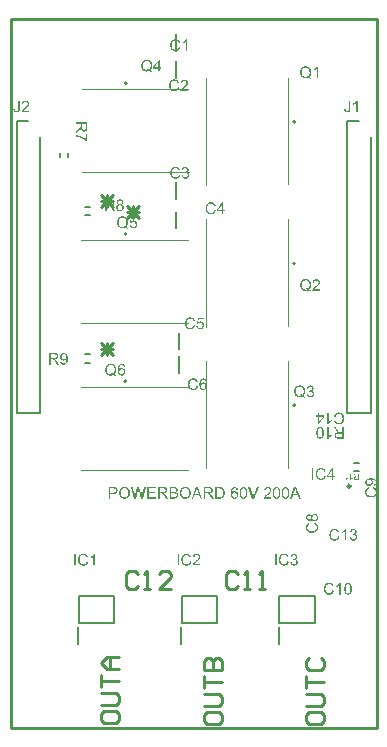
<source format=gto>
G04*
G04 #@! TF.GenerationSoftware,Altium Limited,Altium Designer,22.10.1 (41)*
G04*
G04 Layer_Color=65535*
%FSLAX25Y25*%
%MOIN*%
G70*
G04*
G04 #@! TF.SameCoordinates,59214271-F8BB-42CD-AB19-65BC4A0A980D*
G04*
G04*
G04 #@! TF.FilePolarity,Positive*
G04*
G01*
G75*
%ADD10C,0.00984*%
%ADD11C,0.00787*%
%ADD12C,0.00394*%
%ADD13C,0.01000*%
G36*
X80674Y80230D02*
X80713D01*
X80757Y80224D01*
X80863Y80202D01*
X80979Y80174D01*
X81101Y80130D01*
X81223Y80063D01*
X81284Y80024D01*
X81340Y79980D01*
X81345Y79974D01*
X81351Y79969D01*
X81368Y79952D01*
X81384Y79935D01*
X81412Y79908D01*
X81434Y79874D01*
X81495Y79797D01*
X81556Y79697D01*
X81612Y79575D01*
X81662Y79436D01*
X81695Y79281D01*
X81223Y79242D01*
Y79247D01*
X81218Y79253D01*
X81212Y79286D01*
X81196Y79336D01*
X81173Y79397D01*
X81151Y79464D01*
X81118Y79530D01*
X81079Y79591D01*
X81040Y79641D01*
X81029Y79653D01*
X81007Y79675D01*
X80968Y79708D01*
X80913Y79747D01*
X80840Y79780D01*
X80763Y79813D01*
X80668Y79836D01*
X80568Y79847D01*
X80530D01*
X80485Y79841D01*
X80435Y79830D01*
X80369Y79813D01*
X80302Y79791D01*
X80235Y79764D01*
X80169Y79719D01*
X80158Y79713D01*
X80130Y79691D01*
X80091Y79653D01*
X80041Y79597D01*
X79986Y79530D01*
X79925Y79453D01*
X79869Y79353D01*
X79814Y79242D01*
Y79236D01*
X79808Y79225D01*
X79803Y79208D01*
X79791Y79186D01*
X79786Y79153D01*
X79775Y79114D01*
X79764Y79070D01*
X79753Y79014D01*
X79736Y78953D01*
X79725Y78887D01*
X79714Y78814D01*
X79708Y78737D01*
X79697Y78648D01*
X79691Y78559D01*
X79686Y78459D01*
Y78359D01*
X79691Y78365D01*
X79714Y78398D01*
X79753Y78443D01*
X79803Y78498D01*
X79858Y78565D01*
X79930Y78626D01*
X80008Y78687D01*
X80097Y78742D01*
X80102D01*
X80108Y78748D01*
X80141Y78764D01*
X80191Y78781D01*
X80258Y78809D01*
X80335Y78831D01*
X80424Y78848D01*
X80519Y78864D01*
X80618Y78870D01*
X80663D01*
X80696Y78864D01*
X80740Y78859D01*
X80785Y78853D01*
X80840Y78842D01*
X80896Y78825D01*
X81024Y78787D01*
X81090Y78759D01*
X81157Y78720D01*
X81223Y78681D01*
X81296Y78637D01*
X81362Y78581D01*
X81423Y78520D01*
X81429Y78515D01*
X81440Y78504D01*
X81456Y78487D01*
X81473Y78459D01*
X81501Y78420D01*
X81529Y78382D01*
X81556Y78332D01*
X81590Y78276D01*
X81623Y78215D01*
X81651Y78148D01*
X81678Y78071D01*
X81706Y77993D01*
X81723Y77910D01*
X81739Y77815D01*
X81751Y77721D01*
X81756Y77621D01*
Y77616D01*
Y77605D01*
Y77588D01*
Y77560D01*
X81751Y77527D01*
Y77494D01*
X81734Y77405D01*
X81717Y77299D01*
X81690Y77188D01*
X81651Y77066D01*
X81595Y76950D01*
Y76944D01*
X81590Y76938D01*
X81578Y76922D01*
X81567Y76900D01*
X81534Y76844D01*
X81484Y76772D01*
X81423Y76694D01*
X81351Y76617D01*
X81262Y76539D01*
X81168Y76472D01*
X81162D01*
X81157Y76467D01*
X81140Y76456D01*
X81118Y76450D01*
X81062Y76422D01*
X80990Y76395D01*
X80896Y76361D01*
X80790Y76339D01*
X80674Y76317D01*
X80546Y76311D01*
X80519D01*
X80491Y76317D01*
X80446D01*
X80396Y76323D01*
X80341Y76334D01*
X80274Y76350D01*
X80208Y76367D01*
X80130Y76389D01*
X80052Y76417D01*
X79975Y76450D01*
X79891Y76494D01*
X79814Y76544D01*
X79736Y76600D01*
X79658Y76667D01*
X79586Y76744D01*
X79580Y76750D01*
X79569Y76767D01*
X79553Y76789D01*
X79531Y76828D01*
X79497Y76877D01*
X79470Y76933D01*
X79436Y77005D01*
X79403Y77083D01*
X79364Y77177D01*
X79331Y77283D01*
X79303Y77399D01*
X79275Y77527D01*
X79247Y77671D01*
X79231Y77826D01*
X79220Y77993D01*
X79214Y78171D01*
Y78176D01*
Y78182D01*
Y78198D01*
Y78221D01*
X79220Y78276D01*
Y78354D01*
X79225Y78443D01*
X79236Y78548D01*
X79247Y78665D01*
X79264Y78792D01*
X79286Y78920D01*
X79314Y79059D01*
X79347Y79192D01*
X79386Y79325D01*
X79436Y79453D01*
X79492Y79575D01*
X79553Y79691D01*
X79625Y79791D01*
X79631Y79797D01*
X79642Y79808D01*
X79664Y79830D01*
X79691Y79863D01*
X79725Y79897D01*
X79769Y79930D01*
X79825Y79974D01*
X79880Y80013D01*
X79947Y80052D01*
X80019Y80097D01*
X80102Y80130D01*
X80186Y80169D01*
X80280Y80196D01*
X80380Y80219D01*
X80485Y80230D01*
X80596Y80235D01*
X80641D01*
X80674Y80230D01*
D02*
G37*
G36*
X49871Y76378D02*
X49372D01*
X48567Y79303D01*
Y79308D01*
X48562Y79319D01*
X48556Y79336D01*
X48551Y79364D01*
X48534Y79425D01*
X48517Y79497D01*
X48495Y79575D01*
X48473Y79647D01*
X48456Y79708D01*
X48451Y79736D01*
X48445Y79752D01*
Y79747D01*
X48439Y79741D01*
X48434Y79708D01*
X48423Y79658D01*
X48406Y79597D01*
X48390Y79530D01*
X48367Y79453D01*
X48351Y79375D01*
X48329Y79303D01*
X47518Y76378D01*
X46985D01*
X45981Y80219D01*
X46508D01*
X47080Y77699D01*
Y77693D01*
X47085Y77682D01*
X47091Y77660D01*
X47096Y77632D01*
X47102Y77593D01*
X47113Y77555D01*
X47124Y77505D01*
X47135Y77449D01*
X47163Y77333D01*
X47191Y77199D01*
X47218Y77055D01*
X47246Y76911D01*
Y76916D01*
X47252Y76938D01*
X47263Y76966D01*
X47268Y77011D01*
X47280Y77055D01*
X47296Y77111D01*
X47324Y77233D01*
X47357Y77355D01*
X47368Y77416D01*
X47385Y77471D01*
X47396Y77521D01*
X47407Y77566D01*
X47418Y77599D01*
X47424Y77621D01*
X48151Y80219D01*
X48767D01*
X49311Y78271D01*
Y78265D01*
X49322Y78237D01*
X49333Y78198D01*
X49344Y78148D01*
X49361Y78082D01*
X49383Y78010D01*
X49405Y77926D01*
X49427Y77832D01*
X49455Y77727D01*
X49477Y77621D01*
X49527Y77394D01*
X49577Y77155D01*
X49616Y76911D01*
Y76916D01*
X49622Y76927D01*
Y76950D01*
X49633Y76977D01*
X49638Y77011D01*
X49649Y77049D01*
X49655Y77100D01*
X49672Y77155D01*
X49699Y77277D01*
X49733Y77421D01*
X49766Y77577D01*
X49810Y77749D01*
X50410Y80219D01*
X50926D01*
X49871Y76378D01*
D02*
G37*
G36*
X87023Y76378D02*
X86490D01*
X85003Y80219D01*
X85558D01*
X86557Y77427D01*
Y77421D01*
X86562Y77410D01*
X86568Y77394D01*
X86579Y77371D01*
X86585Y77338D01*
X86596Y77305D01*
X86624Y77222D01*
X86657Y77127D01*
X86690Y77022D01*
X86757Y76800D01*
Y76805D01*
X86762Y76816D01*
X86768Y76833D01*
X86773Y76855D01*
X86790Y76916D01*
X86818Y77000D01*
X86845Y77094D01*
X86879Y77199D01*
X86918Y77310D01*
X86962Y77427D01*
X88005Y80219D01*
X88522D01*
X87023Y76378D01*
D02*
G37*
G36*
X102602D02*
X102025D01*
X101575Y77543D01*
X99966D01*
X99549Y76378D01*
X99011D01*
X100476Y80219D01*
X101031D01*
X102602Y76378D01*
D02*
G37*
G36*
X91646Y80230D02*
X91691Y80224D01*
X91746Y80219D01*
X91807Y80208D01*
X91868Y80196D01*
X92013Y80158D01*
X92157Y80102D01*
X92229Y80069D01*
X92301Y80030D01*
X92368Y79980D01*
X92429Y79924D01*
X92434Y79919D01*
X92445Y79913D01*
X92457Y79891D01*
X92479Y79869D01*
X92506Y79841D01*
X92534Y79802D01*
X92562Y79764D01*
X92595Y79713D01*
X92651Y79608D01*
X92706Y79475D01*
X92729Y79408D01*
X92740Y79331D01*
X92751Y79253D01*
X92756Y79170D01*
Y79159D01*
Y79131D01*
X92751Y79086D01*
X92745Y79025D01*
X92734Y78959D01*
X92712Y78881D01*
X92690Y78798D01*
X92656Y78715D01*
X92651Y78703D01*
X92640Y78676D01*
X92617Y78631D01*
X92584Y78570D01*
X92540Y78504D01*
X92484Y78420D01*
X92418Y78337D01*
X92340Y78243D01*
X92329Y78232D01*
X92301Y78198D01*
X92273Y78171D01*
X92246Y78143D01*
X92212Y78110D01*
X92168Y78065D01*
X92124Y78021D01*
X92068Y77971D01*
X92013Y77915D01*
X91946Y77854D01*
X91874Y77793D01*
X91796Y77721D01*
X91707Y77649D01*
X91619Y77571D01*
X91613Y77566D01*
X91602Y77555D01*
X91580Y77538D01*
X91552Y77516D01*
X91519Y77482D01*
X91480Y77449D01*
X91391Y77377D01*
X91297Y77294D01*
X91208Y77210D01*
X91130Y77138D01*
X91097Y77111D01*
X91069Y77083D01*
X91063Y77077D01*
X91047Y77061D01*
X91025Y77038D01*
X90997Y77005D01*
X90969Y76966D01*
X90936Y76927D01*
X90869Y76833D01*
X92762D01*
Y76378D01*
X90214D01*
Y76384D01*
Y76406D01*
Y76439D01*
X90220Y76483D01*
X90225Y76533D01*
X90237Y76589D01*
X90248Y76644D01*
X90270Y76705D01*
Y76711D01*
X90275Y76717D01*
X90286Y76750D01*
X90309Y76800D01*
X90342Y76866D01*
X90386Y76944D01*
X90442Y77033D01*
X90503Y77122D01*
X90581Y77216D01*
Y77222D01*
X90592Y77227D01*
X90619Y77260D01*
X90669Y77310D01*
X90742Y77382D01*
X90825Y77466D01*
X90930Y77566D01*
X91058Y77677D01*
X91197Y77793D01*
X91202Y77799D01*
X91224Y77815D01*
X91258Y77843D01*
X91297Y77877D01*
X91347Y77921D01*
X91408Y77971D01*
X91469Y78026D01*
X91541Y78087D01*
X91680Y78221D01*
X91818Y78354D01*
X91885Y78420D01*
X91946Y78487D01*
X92001Y78548D01*
X92046Y78609D01*
Y78615D01*
X92057Y78620D01*
X92068Y78637D01*
X92079Y78659D01*
X92118Y78720D01*
X92162Y78792D01*
X92201Y78881D01*
X92240Y78975D01*
X92262Y79081D01*
X92273Y79181D01*
Y79186D01*
Y79192D01*
X92268Y79225D01*
X92262Y79281D01*
X92246Y79342D01*
X92223Y79419D01*
X92185Y79497D01*
X92135Y79575D01*
X92068Y79653D01*
X92057Y79664D01*
X92029Y79686D01*
X91990Y79713D01*
X91929Y79752D01*
X91852Y79786D01*
X91763Y79819D01*
X91657Y79841D01*
X91541Y79847D01*
X91508D01*
X91485Y79841D01*
X91419Y79836D01*
X91341Y79819D01*
X91258Y79797D01*
X91163Y79758D01*
X91075Y79708D01*
X90991Y79641D01*
X90980Y79630D01*
X90958Y79602D01*
X90925Y79558D01*
X90891Y79492D01*
X90853Y79414D01*
X90819Y79314D01*
X90797Y79203D01*
X90786Y79075D01*
X90303Y79125D01*
Y79131D01*
X90309Y79147D01*
Y79175D01*
X90314Y79214D01*
X90325Y79258D01*
X90336Y79308D01*
X90353Y79369D01*
X90370Y79431D01*
X90414Y79564D01*
X90481Y79697D01*
X90520Y79764D01*
X90570Y79830D01*
X90619Y79891D01*
X90675Y79947D01*
X90680Y79952D01*
X90692Y79958D01*
X90708Y79974D01*
X90736Y79991D01*
X90769Y80013D01*
X90808Y80035D01*
X90853Y80063D01*
X90908Y80091D01*
X90969Y80119D01*
X91036Y80146D01*
X91108Y80169D01*
X91186Y80191D01*
X91269Y80208D01*
X91358Y80224D01*
X91452Y80230D01*
X91552Y80235D01*
X91607D01*
X91646Y80230D01*
D02*
G37*
G36*
X75640Y80213D02*
X75751Y80208D01*
X75862Y80196D01*
X75973Y80180D01*
X76067Y80163D01*
X76073D01*
X76084Y80158D01*
X76101D01*
X76123Y80146D01*
X76184Y80130D01*
X76262Y80102D01*
X76350Y80063D01*
X76445Y80013D01*
X76539Y79958D01*
X76628Y79886D01*
X76634Y79880D01*
X76639Y79874D01*
X76656Y79858D01*
X76678Y79841D01*
X76733Y79786D01*
X76800Y79708D01*
X76872Y79614D01*
X76950Y79503D01*
X77022Y79375D01*
X77083Y79231D01*
Y79225D01*
X77089Y79214D01*
X77100Y79192D01*
X77105Y79159D01*
X77122Y79120D01*
X77133Y79075D01*
X77144Y79025D01*
X77161Y78964D01*
X77177Y78903D01*
X77188Y78831D01*
X77216Y78676D01*
X77233Y78504D01*
X77238Y78315D01*
Y78309D01*
Y78298D01*
Y78271D01*
Y78243D01*
X77233Y78204D01*
Y78159D01*
X77227Y78054D01*
X77211Y77932D01*
X77194Y77804D01*
X77166Y77671D01*
X77133Y77538D01*
Y77532D01*
X77127Y77521D01*
X77122Y77505D01*
X77116Y77482D01*
X77094Y77421D01*
X77061Y77344D01*
X77027Y77255D01*
X76983Y77166D01*
X76928Y77072D01*
X76872Y76983D01*
X76867Y76972D01*
X76844Y76944D01*
X76811Y76905D01*
X76767Y76855D01*
X76717Y76800D01*
X76656Y76744D01*
X76595Y76683D01*
X76522Y76633D01*
X76511Y76628D01*
X76489Y76611D01*
X76450Y76589D01*
X76395Y76561D01*
X76328Y76528D01*
X76250Y76500D01*
X76162Y76467D01*
X76062Y76439D01*
X76051D01*
X76034Y76433D01*
X76017Y76428D01*
X75962Y76422D01*
X75884Y76411D01*
X75795Y76400D01*
X75690Y76389D01*
X75573Y76384D01*
X75446Y76378D01*
X74064D01*
Y80219D01*
X75540D01*
X75640Y80213D01*
D02*
G37*
G36*
X72021D02*
X72071D01*
X72188Y80208D01*
X72310Y80191D01*
X72443Y80174D01*
X72565Y80146D01*
X72626Y80130D01*
X72676Y80113D01*
X72682D01*
X72687Y80108D01*
X72721Y80091D01*
X72771Y80069D01*
X72832Y80030D01*
X72898Y79980D01*
X72970Y79913D01*
X73037Y79836D01*
X73104Y79747D01*
Y79741D01*
X73109Y79736D01*
X73131Y79702D01*
X73154Y79647D01*
X73187Y79575D01*
X73215Y79492D01*
X73242Y79392D01*
X73259Y79286D01*
X73265Y79170D01*
Y79164D01*
Y79153D01*
Y79131D01*
X73259Y79103D01*
Y79064D01*
X73254Y79025D01*
X73231Y78931D01*
X73198Y78820D01*
X73154Y78703D01*
X73087Y78587D01*
X73043Y78531D01*
X72998Y78476D01*
X72993Y78470D01*
X72987Y78465D01*
X72970Y78448D01*
X72948Y78431D01*
X72921Y78409D01*
X72887Y78387D01*
X72843Y78359D01*
X72798Y78326D01*
X72743Y78298D01*
X72682Y78271D01*
X72615Y78237D01*
X72543Y78210D01*
X72460Y78187D01*
X72377Y78159D01*
X72282Y78143D01*
X72182Y78126D01*
X72193Y78121D01*
X72216Y78110D01*
X72249Y78087D01*
X72293Y78065D01*
X72393Y78004D01*
X72443Y77965D01*
X72488Y77932D01*
X72499Y77921D01*
X72527Y77893D01*
X72571Y77849D01*
X72626Y77793D01*
X72687Y77715D01*
X72760Y77632D01*
X72832Y77532D01*
X72909Y77421D01*
X73570Y76378D01*
X72937D01*
X72432Y77177D01*
Y77183D01*
X72421Y77194D01*
X72410Y77210D01*
X72393Y77233D01*
X72354Y77294D01*
X72304Y77371D01*
X72243Y77455D01*
X72182Y77543D01*
X72121Y77627D01*
X72066Y77704D01*
X72060Y77710D01*
X72044Y77732D01*
X72016Y77766D01*
X71977Y77804D01*
X71894Y77888D01*
X71849Y77926D01*
X71805Y77960D01*
X71799Y77965D01*
X71788Y77971D01*
X71766Y77982D01*
X71733Y77999D01*
X71700Y78015D01*
X71661Y78032D01*
X71572Y78060D01*
X71566D01*
X71555Y78065D01*
X71533D01*
X71505Y78071D01*
X71466Y78076D01*
X71422D01*
X71361Y78082D01*
X70706D01*
Y76378D01*
X70196D01*
Y80219D01*
X71977D01*
X72021Y80213D01*
D02*
G37*
G36*
X69779Y76378D02*
X69202D01*
X68752Y77543D01*
X67143Y77543D01*
X66727Y76378D01*
X66188D01*
X67654Y80219D01*
X68209D01*
X69779Y76378D01*
D02*
G37*
G36*
X60383Y80213D02*
X60427D01*
X60527Y80202D01*
X60638Y80191D01*
X60755Y80169D01*
X60871Y80141D01*
X60977Y80102D01*
X60983D01*
X60988Y80097D01*
X61021Y80080D01*
X61071Y80052D01*
X61127Y80013D01*
X61193Y79963D01*
X61265Y79902D01*
X61332Y79825D01*
X61393Y79741D01*
X61399Y79730D01*
X61415Y79697D01*
X61443Y79652D01*
X61471Y79586D01*
X61499Y79508D01*
X61526Y79425D01*
X61543Y79331D01*
X61549Y79236D01*
Y79225D01*
Y79197D01*
X61543Y79147D01*
X61532Y79086D01*
X61515Y79014D01*
X61488Y78936D01*
X61454Y78859D01*
X61410Y78776D01*
X61404Y78764D01*
X61388Y78742D01*
X61354Y78698D01*
X61310Y78653D01*
X61254Y78598D01*
X61188Y78537D01*
X61105Y78481D01*
X61010Y78426D01*
X61016D01*
X61027Y78420D01*
X61044Y78415D01*
X61066Y78404D01*
X61132Y78382D01*
X61210Y78343D01*
X61293Y78293D01*
X61388Y78232D01*
X61471Y78159D01*
X61549Y78071D01*
X61554Y78060D01*
X61576Y78026D01*
X61610Y77976D01*
X61643Y77910D01*
X61676Y77821D01*
X61709Y77727D01*
X61732Y77616D01*
X61737Y77494D01*
Y77488D01*
Y77482D01*
Y77449D01*
X61732Y77394D01*
X61721Y77327D01*
X61709Y77249D01*
X61687Y77166D01*
X61660Y77077D01*
X61621Y76989D01*
X61615Y76977D01*
X61598Y76950D01*
X61576Y76911D01*
X61543Y76855D01*
X61499Y76800D01*
X61454Y76739D01*
X61399Y76678D01*
X61338Y76628D01*
X61332Y76622D01*
X61310Y76605D01*
X61271Y76583D01*
X61221Y76561D01*
X61160Y76528D01*
X61088Y76494D01*
X61010Y76467D01*
X60916Y76439D01*
X60905D01*
X60871Y76428D01*
X60816Y76422D01*
X60744Y76411D01*
X60655Y76400D01*
X60550Y76389D01*
X60433Y76384D01*
X60300Y76378D01*
X58835D01*
Y80219D01*
X60344D01*
X60383Y80213D01*
D02*
G37*
G36*
X56814D02*
X56864D01*
X56981Y80207D01*
X57103Y80191D01*
X57236Y80174D01*
X57358Y80146D01*
X57419Y80130D01*
X57469Y80113D01*
X57475D01*
X57480Y80108D01*
X57514Y80091D01*
X57564Y80069D01*
X57625Y80030D01*
X57691Y79980D01*
X57763Y79913D01*
X57830Y79836D01*
X57897Y79747D01*
Y79741D01*
X57902Y79736D01*
X57924Y79702D01*
X57947Y79647D01*
X57980Y79575D01*
X58008Y79492D01*
X58035Y79392D01*
X58052Y79286D01*
X58058Y79170D01*
Y79164D01*
Y79153D01*
Y79131D01*
X58052Y79103D01*
Y79064D01*
X58047Y79025D01*
X58024Y78931D01*
X57991Y78820D01*
X57947Y78703D01*
X57880Y78587D01*
X57836Y78531D01*
X57791Y78476D01*
X57786Y78470D01*
X57780Y78465D01*
X57763Y78448D01*
X57741Y78431D01*
X57714Y78409D01*
X57680Y78387D01*
X57636Y78359D01*
X57591Y78326D01*
X57536Y78298D01*
X57475Y78271D01*
X57408Y78237D01*
X57336Y78210D01*
X57253Y78187D01*
X57170Y78159D01*
X57075Y78143D01*
X56975Y78126D01*
X56986Y78121D01*
X57009Y78110D01*
X57042Y78087D01*
X57086Y78065D01*
X57186Y78004D01*
X57236Y77965D01*
X57281Y77932D01*
X57292Y77921D01*
X57319Y77893D01*
X57364Y77849D01*
X57419Y77793D01*
X57480Y77715D01*
X57553Y77632D01*
X57625Y77532D01*
X57702Y77421D01*
X58363Y76378D01*
X57730D01*
X57225Y77177D01*
Y77183D01*
X57214Y77194D01*
X57203Y77210D01*
X57186Y77233D01*
X57147Y77294D01*
X57098Y77371D01*
X57036Y77455D01*
X56975Y77543D01*
X56914Y77627D01*
X56859Y77704D01*
X56853Y77710D01*
X56837Y77732D01*
X56809Y77765D01*
X56770Y77804D01*
X56687Y77887D01*
X56642Y77926D01*
X56598Y77960D01*
X56592Y77965D01*
X56581Y77971D01*
X56559Y77982D01*
X56526Y77999D01*
X56493Y78015D01*
X56454Y78032D01*
X56365Y78060D01*
X56359D01*
X56348Y78065D01*
X56326D01*
X56298Y78071D01*
X56259Y78076D01*
X56215D01*
X56154Y78082D01*
X55499D01*
Y76378D01*
X54988D01*
Y80219D01*
X56770D01*
X56814Y80213D01*
D02*
G37*
G36*
X54189Y79764D02*
X51919D01*
Y78592D01*
X54045D01*
Y78137D01*
X51919D01*
Y76833D01*
X54278D01*
Y76378D01*
X51409D01*
Y80219D01*
X54189D01*
Y79764D01*
D02*
G37*
G36*
X40242Y80213D02*
X40336Y80207D01*
X40436Y80202D01*
X40531Y80191D01*
X40614Y80180D01*
X40625D01*
X40664Y80169D01*
X40714Y80158D01*
X40780Y80141D01*
X40853Y80113D01*
X40930Y80080D01*
X41014Y80041D01*
X41086Y79997D01*
X41097Y79991D01*
X41119Y79974D01*
X41152Y79941D01*
X41197Y79902D01*
X41247Y79852D01*
X41297Y79786D01*
X41352Y79713D01*
X41396Y79630D01*
X41402Y79619D01*
X41413Y79591D01*
X41435Y79541D01*
X41458Y79475D01*
X41474Y79397D01*
X41496Y79308D01*
X41508Y79208D01*
X41513Y79103D01*
Y79097D01*
Y79081D01*
Y79059D01*
X41508Y79020D01*
X41502Y78981D01*
X41496Y78931D01*
X41485Y78875D01*
X41474Y78814D01*
X41435Y78687D01*
X41413Y78620D01*
X41380Y78548D01*
X41341Y78476D01*
X41302Y78409D01*
X41252Y78343D01*
X41197Y78276D01*
X41191Y78271D01*
X41180Y78259D01*
X41163Y78243D01*
X41136Y78226D01*
X41102Y78198D01*
X41058Y78171D01*
X41003Y78137D01*
X40941Y78110D01*
X40869Y78076D01*
X40786Y78043D01*
X40697Y78015D01*
X40592Y77993D01*
X40481Y77971D01*
X40359Y77954D01*
X40220Y77943D01*
X40076Y77938D01*
X39093D01*
Y76378D01*
X38583D01*
Y80219D01*
X40159D01*
X40242Y80213D01*
D02*
G37*
G36*
X97618Y80230D02*
X97690Y80219D01*
X97773Y80202D01*
X97862Y80180D01*
X97957Y80152D01*
X98045Y80108D01*
X98051D01*
X98057Y80102D01*
X98084Y80085D01*
X98129Y80058D01*
X98184Y80019D01*
X98245Y79963D01*
X98312Y79902D01*
X98373Y79830D01*
X98434Y79747D01*
X98439Y79736D01*
X98462Y79708D01*
X98484Y79658D01*
X98523Y79586D01*
X98556Y79503D01*
X98600Y79408D01*
X98639Y79297D01*
X98672Y79175D01*
Y79170D01*
X98678Y79159D01*
X98684Y79142D01*
X98689Y79114D01*
X98695Y79081D01*
X98700Y79042D01*
X98711Y78992D01*
X98717Y78936D01*
X98728Y78875D01*
X98734Y78809D01*
X98739Y78731D01*
X98750Y78654D01*
X98756Y78565D01*
Y78476D01*
X98761Y78376D01*
Y78271D01*
Y78265D01*
Y78243D01*
Y78204D01*
Y78159D01*
X98756Y78098D01*
Y78032D01*
X98750Y77960D01*
X98745Y77882D01*
X98728Y77704D01*
X98700Y77521D01*
X98667Y77344D01*
X98645Y77260D01*
X98617Y77177D01*
Y77172D01*
X98611Y77161D01*
X98600Y77138D01*
X98589Y77111D01*
X98578Y77072D01*
X98556Y77033D01*
X98512Y76938D01*
X98456Y76839D01*
X98384Y76728D01*
X98301Y76628D01*
X98201Y76533D01*
X98195D01*
X98190Y76522D01*
X98173Y76511D01*
X98151Y76500D01*
X98123Y76483D01*
X98095Y76461D01*
X98012Y76422D01*
X97912Y76384D01*
X97796Y76345D01*
X97657Y76323D01*
X97507Y76311D01*
X97452D01*
X97413Y76317D01*
X97368Y76323D01*
X97313Y76334D01*
X97252Y76345D01*
X97185Y76361D01*
X97119Y76384D01*
X97046Y76406D01*
X96974Y76439D01*
X96902Y76478D01*
X96830Y76522D01*
X96758Y76578D01*
X96691Y76639D01*
X96630Y76705D01*
X96625Y76711D01*
X96614Y76728D01*
X96597Y76755D01*
X96569Y76800D01*
X96541Y76850D01*
X96514Y76916D01*
X96475Y76994D01*
X96441Y77083D01*
X96408Y77183D01*
X96375Y77299D01*
X96342Y77427D01*
X96314Y77571D01*
X96286Y77727D01*
X96269Y77893D01*
X96258Y78076D01*
X96253Y78271D01*
Y78276D01*
Y78298D01*
Y78337D01*
Y78382D01*
X96258Y78443D01*
Y78509D01*
X96264Y78581D01*
X96269Y78665D01*
X96286Y78837D01*
X96314Y79020D01*
X96347Y79203D01*
X96369Y79286D01*
X96391Y79369D01*
Y79375D01*
X96397Y79386D01*
X96408Y79408D01*
X96419Y79436D01*
X96430Y79475D01*
X96452Y79514D01*
X96497Y79608D01*
X96552Y79708D01*
X96625Y79813D01*
X96708Y79919D01*
X96808Y80008D01*
X96813D01*
X96819Y80019D01*
X96836Y80030D01*
X96858Y80041D01*
X96885Y80063D01*
X96919Y80080D01*
X97002Y80124D01*
X97102Y80163D01*
X97218Y80202D01*
X97357Y80224D01*
X97507Y80235D01*
X97557D01*
X97618Y80230D01*
D02*
G37*
G36*
X94632D02*
X94704Y80219D01*
X94788Y80202D01*
X94876Y80180D01*
X94971Y80152D01*
X95060Y80108D01*
X95065D01*
X95071Y80102D01*
X95098Y80085D01*
X95143Y80058D01*
X95198Y80019D01*
X95259Y79963D01*
X95326Y79902D01*
X95387Y79830D01*
X95448Y79747D01*
X95454Y79736D01*
X95476Y79708D01*
X95498Y79658D01*
X95537Y79586D01*
X95570Y79503D01*
X95614Y79408D01*
X95653Y79297D01*
X95687Y79175D01*
Y79170D01*
X95692Y79159D01*
X95698Y79142D01*
X95703Y79114D01*
X95709Y79081D01*
X95714Y79042D01*
X95726Y78992D01*
X95731Y78936D01*
X95742Y78875D01*
X95748Y78809D01*
X95753Y78731D01*
X95764Y78654D01*
X95770Y78565D01*
Y78476D01*
X95775Y78376D01*
Y78271D01*
Y78265D01*
Y78243D01*
Y78204D01*
Y78159D01*
X95770Y78098D01*
Y78032D01*
X95764Y77960D01*
X95759Y77882D01*
X95742Y77704D01*
X95714Y77521D01*
X95681Y77344D01*
X95659Y77260D01*
X95631Y77177D01*
Y77172D01*
X95626Y77161D01*
X95614Y77138D01*
X95603Y77111D01*
X95592Y77072D01*
X95570Y77033D01*
X95526Y76938D01*
X95470Y76839D01*
X95398Y76728D01*
X95315Y76628D01*
X95215Y76533D01*
X95209D01*
X95204Y76522D01*
X95187Y76511D01*
X95165Y76500D01*
X95137Y76483D01*
X95109Y76461D01*
X95026Y76422D01*
X94926Y76384D01*
X94810Y76345D01*
X94671Y76323D01*
X94521Y76311D01*
X94466D01*
X94427Y76317D01*
X94382Y76323D01*
X94327Y76334D01*
X94266Y76345D01*
X94199Y76361D01*
X94133Y76384D01*
X94060Y76406D01*
X93988Y76439D01*
X93916Y76478D01*
X93844Y76522D01*
X93772Y76578D01*
X93705Y76639D01*
X93644Y76705D01*
X93639Y76711D01*
X93628Y76728D01*
X93611Y76755D01*
X93583Y76800D01*
X93555Y76850D01*
X93528Y76916D01*
X93489Y76994D01*
X93455Y77083D01*
X93422Y77183D01*
X93389Y77299D01*
X93356Y77427D01*
X93328Y77571D01*
X93300Y77727D01*
X93283Y77893D01*
X93272Y78076D01*
X93267Y78271D01*
Y78276D01*
Y78298D01*
Y78337D01*
Y78382D01*
X93272Y78443D01*
Y78509D01*
X93278Y78581D01*
X93283Y78665D01*
X93300Y78837D01*
X93328Y79020D01*
X93361Y79203D01*
X93383Y79286D01*
X93406Y79369D01*
Y79375D01*
X93411Y79386D01*
X93422Y79408D01*
X93433Y79436D01*
X93444Y79475D01*
X93467Y79514D01*
X93511Y79608D01*
X93567Y79708D01*
X93639Y79813D01*
X93722Y79919D01*
X93822Y80008D01*
X93827D01*
X93833Y80019D01*
X93850Y80030D01*
X93872Y80041D01*
X93900Y80063D01*
X93933Y80080D01*
X94016Y80124D01*
X94116Y80163D01*
X94232Y80202D01*
X94371Y80224D01*
X94521Y80235D01*
X94571D01*
X94632Y80230D01*
D02*
G37*
G36*
X83588D02*
X83660Y80219D01*
X83743Y80202D01*
X83832Y80180D01*
X83926Y80152D01*
X84015Y80108D01*
X84021D01*
X84026Y80102D01*
X84054Y80085D01*
X84098Y80058D01*
X84154Y80019D01*
X84215Y79963D01*
X84281Y79902D01*
X84342Y79830D01*
X84404Y79747D01*
X84409Y79736D01*
X84431Y79708D01*
X84453Y79658D01*
X84492Y79586D01*
X84526Y79503D01*
X84570Y79408D01*
X84609Y79297D01*
X84642Y79175D01*
Y79170D01*
X84648Y79159D01*
X84653Y79142D01*
X84659Y79114D01*
X84664Y79081D01*
X84670Y79042D01*
X84681Y78992D01*
X84686Y78936D01*
X84698Y78875D01*
X84703Y78809D01*
X84709Y78731D01*
X84720Y78654D01*
X84725Y78565D01*
Y78476D01*
X84731Y78376D01*
Y78271D01*
Y78265D01*
Y78243D01*
Y78204D01*
Y78159D01*
X84725Y78098D01*
Y78032D01*
X84720Y77960D01*
X84714Y77882D01*
X84698Y77704D01*
X84670Y77521D01*
X84637Y77344D01*
X84614Y77260D01*
X84587Y77177D01*
Y77172D01*
X84581Y77161D01*
X84570Y77138D01*
X84559Y77111D01*
X84548Y77072D01*
X84526Y77033D01*
X84481Y76938D01*
X84426Y76839D01*
X84354Y76728D01*
X84270Y76628D01*
X84170Y76533D01*
X84165D01*
X84159Y76522D01*
X84143Y76511D01*
X84120Y76500D01*
X84093Y76483D01*
X84065Y76461D01*
X83982Y76422D01*
X83882Y76384D01*
X83765Y76345D01*
X83627Y76323D01*
X83477Y76311D01*
X83421D01*
X83382Y76317D01*
X83338Y76323D01*
X83282Y76334D01*
X83221Y76345D01*
X83155Y76361D01*
X83088Y76384D01*
X83016Y76406D01*
X82944Y76439D01*
X82872Y76478D01*
X82800Y76522D01*
X82727Y76578D01*
X82661Y76639D01*
X82600Y76705D01*
X82594Y76711D01*
X82583Y76728D01*
X82566Y76755D01*
X82539Y76800D01*
X82511Y76850D01*
X82483Y76916D01*
X82444Y76994D01*
X82411Y77083D01*
X82378Y77183D01*
X82344Y77299D01*
X82311Y77427D01*
X82283Y77571D01*
X82256Y77727D01*
X82239Y77893D01*
X82228Y78076D01*
X82222Y78271D01*
Y78276D01*
Y78298D01*
Y78337D01*
Y78382D01*
X82228Y78443D01*
Y78509D01*
X82233Y78581D01*
X82239Y78665D01*
X82256Y78837D01*
X82283Y79020D01*
X82317Y79203D01*
X82339Y79286D01*
X82361Y79369D01*
Y79375D01*
X82367Y79386D01*
X82378Y79408D01*
X82389Y79436D01*
X82400Y79475D01*
X82422Y79514D01*
X82467Y79608D01*
X82522Y79708D01*
X82594Y79813D01*
X82677Y79919D01*
X82777Y80008D01*
X82783D01*
X82788Y80019D01*
X82805Y80030D01*
X82827Y80041D01*
X82855Y80063D01*
X82888Y80080D01*
X82972Y80124D01*
X83072Y80163D01*
X83188Y80202D01*
X83327Y80224D01*
X83477Y80235D01*
X83527D01*
X83588Y80230D01*
D02*
G37*
G36*
X64207Y80280D02*
X64257D01*
X64307Y80274D01*
X64373Y80263D01*
X64440Y80252D01*
X64584Y80224D01*
X64751Y80180D01*
X64912Y80113D01*
X64995Y80074D01*
X65078Y80030D01*
X65084Y80024D01*
X65095Y80019D01*
X65117Y80002D01*
X65150Y79985D01*
X65184Y79958D01*
X65228Y79924D01*
X65323Y79847D01*
X65422Y79747D01*
X65534Y79625D01*
X65639Y79480D01*
X65728Y79319D01*
Y79314D01*
X65739Y79297D01*
X65750Y79275D01*
X65761Y79242D01*
X65783Y79197D01*
X65800Y79147D01*
X65822Y79086D01*
X65844Y79020D01*
X65861Y78948D01*
X65883Y78870D01*
X65905Y78781D01*
X65922Y78692D01*
X65944Y78498D01*
X65955Y78287D01*
Y78282D01*
Y78259D01*
Y78232D01*
X65950Y78187D01*
Y78137D01*
X65944Y78076D01*
X65933Y78010D01*
X65927Y77938D01*
X65900Y77776D01*
X65855Y77599D01*
X65794Y77421D01*
X65761Y77333D01*
X65717Y77244D01*
Y77238D01*
X65706Y77222D01*
X65694Y77199D01*
X65672Y77166D01*
X65650Y77127D01*
X65622Y77088D01*
X65545Y76983D01*
X65450Y76872D01*
X65339Y76755D01*
X65206Y76644D01*
X65051Y76544D01*
X65045D01*
X65034Y76533D01*
X65006Y76522D01*
X64973Y76506D01*
X64934Y76489D01*
X64890Y76472D01*
X64834Y76450D01*
X64773Y76428D01*
X64706Y76406D01*
X64634Y76384D01*
X64473Y76350D01*
X64301Y76323D01*
X64118Y76311D01*
X64063D01*
X64029Y76317D01*
X63980D01*
X63924Y76328D01*
X63863Y76334D01*
X63791Y76345D01*
X63641Y76378D01*
X63480Y76422D01*
X63314Y76489D01*
X63230Y76528D01*
X63147Y76572D01*
X63141Y76578D01*
X63130Y76583D01*
X63108Y76600D01*
X63075Y76622D01*
X63042Y76644D01*
X63003Y76678D01*
X62908Y76761D01*
X62803Y76861D01*
X62692Y76983D01*
X62592Y77122D01*
X62498Y77283D01*
Y77288D01*
X62486Y77305D01*
X62475Y77327D01*
X62464Y77360D01*
X62448Y77405D01*
X62431Y77455D01*
X62409Y77510D01*
X62392Y77571D01*
X62370Y77643D01*
X62348Y77715D01*
X62314Y77882D01*
X62292Y78054D01*
X62281Y78243D01*
Y78248D01*
Y78254D01*
Y78287D01*
X62287Y78337D01*
Y78404D01*
X62298Y78481D01*
X62309Y78576D01*
X62326Y78681D01*
X62348Y78792D01*
X62370Y78909D01*
X62403Y79031D01*
X62448Y79153D01*
X62498Y79281D01*
X62553Y79403D01*
X62625Y79525D01*
X62703Y79636D01*
X62792Y79741D01*
X62797Y79747D01*
X62814Y79764D01*
X62847Y79791D01*
X62886Y79825D01*
X62936Y79869D01*
X62997Y79913D01*
X63069Y79963D01*
X63152Y80013D01*
X63241Y80063D01*
X63341Y80113D01*
X63452Y80158D01*
X63569Y80202D01*
X63696Y80235D01*
X63830Y80263D01*
X63968Y80280D01*
X64118Y80285D01*
X64168D01*
X64207Y80280D01*
D02*
G37*
G36*
X43933D02*
X43983D01*
X44033Y80274D01*
X44099Y80263D01*
X44166Y80252D01*
X44310Y80224D01*
X44477Y80180D01*
X44638Y80113D01*
X44721Y80074D01*
X44804Y80030D01*
X44810Y80024D01*
X44821Y80019D01*
X44843Y80002D01*
X44876Y79985D01*
X44910Y79958D01*
X44954Y79924D01*
X45048Y79847D01*
X45148Y79747D01*
X45259Y79625D01*
X45365Y79480D01*
X45454Y79319D01*
Y79314D01*
X45465Y79297D01*
X45476Y79275D01*
X45487Y79242D01*
X45509Y79197D01*
X45526Y79147D01*
X45548Y79086D01*
X45570Y79020D01*
X45587Y78948D01*
X45609Y78870D01*
X45631Y78781D01*
X45648Y78692D01*
X45670Y78498D01*
X45681Y78287D01*
Y78282D01*
Y78259D01*
Y78232D01*
X45676Y78187D01*
Y78137D01*
X45670Y78076D01*
X45659Y78010D01*
X45653Y77938D01*
X45626Y77776D01*
X45581Y77599D01*
X45520Y77421D01*
X45487Y77333D01*
X45443Y77244D01*
Y77238D01*
X45431Y77222D01*
X45420Y77199D01*
X45398Y77166D01*
X45376Y77127D01*
X45348Y77088D01*
X45270Y76983D01*
X45176Y76872D01*
X45065Y76755D01*
X44932Y76644D01*
X44776Y76544D01*
X44771D01*
X44760Y76533D01*
X44732Y76522D01*
X44699Y76506D01*
X44660Y76489D01*
X44616Y76472D01*
X44560Y76450D01*
X44499Y76428D01*
X44432Y76406D01*
X44360Y76384D01*
X44199Y76350D01*
X44027Y76323D01*
X43844Y76311D01*
X43789D01*
X43755Y76317D01*
X43705D01*
X43650Y76328D01*
X43589Y76334D01*
X43517Y76345D01*
X43367Y76378D01*
X43206Y76422D01*
X43039Y76489D01*
X42956Y76528D01*
X42873Y76572D01*
X42867Y76578D01*
X42856Y76583D01*
X42834Y76600D01*
X42801Y76622D01*
X42767Y76644D01*
X42728Y76678D01*
X42634Y76761D01*
X42529Y76861D01*
X42418Y76983D01*
X42318Y77122D01*
X42224Y77283D01*
Y77288D01*
X42212Y77305D01*
X42201Y77327D01*
X42190Y77360D01*
X42173Y77405D01*
X42157Y77455D01*
X42135Y77510D01*
X42118Y77571D01*
X42096Y77643D01*
X42074Y77715D01*
X42040Y77882D01*
X42018Y78054D01*
X42007Y78243D01*
Y78248D01*
Y78254D01*
Y78287D01*
X42013Y78337D01*
Y78404D01*
X42024Y78481D01*
X42035Y78576D01*
X42051Y78681D01*
X42074Y78792D01*
X42096Y78909D01*
X42129Y79031D01*
X42173Y79153D01*
X42224Y79281D01*
X42279Y79403D01*
X42351Y79525D01*
X42429Y79636D01*
X42518Y79741D01*
X42523Y79747D01*
X42540Y79764D01*
X42573Y79791D01*
X42612Y79825D01*
X42662Y79869D01*
X42723Y79913D01*
X42795Y79963D01*
X42878Y80013D01*
X42967Y80063D01*
X43067Y80113D01*
X43178Y80158D01*
X43295Y80202D01*
X43422Y80235D01*
X43556Y80263D01*
X43694Y80280D01*
X43844Y80285D01*
X43894D01*
X43933Y80280D01*
D02*
G37*
G36*
X116929Y96356D02*
X115148D01*
X115103Y96362D01*
X115053D01*
X114937Y96367D01*
X114815Y96384D01*
X114681Y96401D01*
X114559Y96428D01*
X114498Y96445D01*
X114448Y96462D01*
X114443D01*
X114437Y96467D01*
X114404Y96484D01*
X114354Y96506D01*
X114293Y96545D01*
X114226Y96595D01*
X114154Y96662D01*
X114087Y96739D01*
X114021Y96828D01*
Y96834D01*
X114015Y96839D01*
X113993Y96872D01*
X113971Y96928D01*
X113938Y97000D01*
X113910Y97083D01*
X113882Y97183D01*
X113865Y97289D01*
X113860Y97405D01*
Y97411D01*
Y97422D01*
Y97444D01*
X113865Y97472D01*
Y97511D01*
X113871Y97549D01*
X113893Y97644D01*
X113927Y97755D01*
X113971Y97871D01*
X114038Y97988D01*
X114082Y98043D01*
X114126Y98099D01*
X114132Y98105D01*
X114137Y98110D01*
X114154Y98127D01*
X114176Y98143D01*
X114204Y98166D01*
X114237Y98188D01*
X114282Y98216D01*
X114326Y98249D01*
X114382Y98277D01*
X114443Y98304D01*
X114509Y98338D01*
X114582Y98365D01*
X114665Y98387D01*
X114748Y98415D01*
X114842Y98432D01*
X114942Y98449D01*
X114931Y98454D01*
X114909Y98465D01*
X114876Y98488D01*
X114831Y98510D01*
X114731Y98571D01*
X114681Y98610D01*
X114637Y98643D01*
X114626Y98654D01*
X114598Y98682D01*
X114554Y98726D01*
X114498Y98782D01*
X114437Y98859D01*
X114365Y98943D01*
X114293Y99042D01*
X114215Y99153D01*
X113555Y100197D01*
X114187D01*
X114692Y99398D01*
Y99392D01*
X114704Y99381D01*
X114715Y99364D01*
X114731Y99342D01*
X114770Y99281D01*
X114820Y99203D01*
X114881Y99120D01*
X114942Y99031D01*
X115003Y98948D01*
X115059Y98870D01*
X115064Y98865D01*
X115081Y98843D01*
X115109Y98809D01*
X115148Y98770D01*
X115231Y98687D01*
X115275Y98648D01*
X115320Y98615D01*
X115325Y98610D01*
X115336Y98604D01*
X115358Y98593D01*
X115392Y98576D01*
X115425Y98560D01*
X115464Y98543D01*
X115553Y98515D01*
X115558D01*
X115569Y98510D01*
X115592D01*
X115619Y98504D01*
X115658Y98499D01*
X115703D01*
X115764Y98493D01*
X116419D01*
Y100197D01*
X116929D01*
Y96356D01*
D02*
G37*
G36*
X111951Y97194D02*
X111956Y97200D01*
X111984Y97222D01*
X112017Y97255D01*
X112073Y97294D01*
X112134Y97344D01*
X112212Y97400D01*
X112300Y97461D01*
X112400Y97522D01*
X112406D01*
X112411Y97527D01*
X112445Y97549D01*
X112500Y97577D01*
X112567Y97611D01*
X112645Y97649D01*
X112728Y97688D01*
X112811Y97727D01*
X112894Y97760D01*
Y97305D01*
X112889D01*
X112878Y97294D01*
X112855Y97289D01*
X112828Y97272D01*
X112794Y97255D01*
X112756Y97233D01*
X112661Y97178D01*
X112550Y97117D01*
X112439Y97039D01*
X112323Y96950D01*
X112206Y96856D01*
X112200Y96850D01*
X112195Y96845D01*
X112178Y96828D01*
X112156Y96811D01*
X112106Y96756D01*
X112040Y96689D01*
X111973Y96611D01*
X111901Y96523D01*
X111840Y96434D01*
X111784Y96340D01*
X111479D01*
Y100197D01*
X111951D01*
Y97194D01*
D02*
G37*
G36*
X109109Y100258D02*
X109154Y100252D01*
X109209Y100241D01*
X109270Y100230D01*
X109337Y100214D01*
X109403Y100191D01*
X109476Y100169D01*
X109548Y100136D01*
X109620Y100097D01*
X109692Y100052D01*
X109764Y99997D01*
X109831Y99936D01*
X109892Y99869D01*
X109897Y99864D01*
X109908Y99847D01*
X109925Y99819D01*
X109953Y99775D01*
X109980Y99725D01*
X110008Y99659D01*
X110047Y99581D01*
X110080Y99492D01*
X110114Y99392D01*
X110147Y99275D01*
X110180Y99148D01*
X110208Y99004D01*
X110236Y98848D01*
X110252Y98682D01*
X110264Y98499D01*
X110269Y98304D01*
Y98299D01*
Y98277D01*
Y98238D01*
Y98193D01*
X110264Y98132D01*
Y98066D01*
X110258Y97993D01*
X110252Y97910D01*
X110236Y97738D01*
X110208Y97555D01*
X110175Y97372D01*
X110153Y97289D01*
X110130Y97205D01*
Y97200D01*
X110125Y97189D01*
X110114Y97167D01*
X110103Y97139D01*
X110091Y97100D01*
X110069Y97061D01*
X110025Y96967D01*
X109969Y96867D01*
X109897Y96761D01*
X109814Y96656D01*
X109714Y96567D01*
X109709D01*
X109703Y96556D01*
X109686Y96545D01*
X109664Y96534D01*
X109636Y96512D01*
X109603Y96495D01*
X109520Y96451D01*
X109420Y96412D01*
X109303Y96373D01*
X109165Y96351D01*
X109015Y96340D01*
X108965D01*
X108904Y96345D01*
X108832Y96356D01*
X108748Y96373D01*
X108660Y96395D01*
X108565Y96423D01*
X108476Y96467D01*
X108471D01*
X108465Y96473D01*
X108438Y96489D01*
X108393Y96517D01*
X108338Y96556D01*
X108277Y96611D01*
X108210Y96673D01*
X108149Y96745D01*
X108088Y96828D01*
X108082Y96839D01*
X108060Y96867D01*
X108038Y96917D01*
X107999Y96989D01*
X107966Y97072D01*
X107922Y97167D01*
X107883Y97277D01*
X107849Y97400D01*
Y97405D01*
X107844Y97416D01*
X107838Y97433D01*
X107833Y97461D01*
X107827Y97494D01*
X107822Y97533D01*
X107810Y97583D01*
X107805Y97638D01*
X107794Y97699D01*
X107788Y97766D01*
X107783Y97844D01*
X107772Y97921D01*
X107766Y98010D01*
Y98099D01*
X107761Y98199D01*
Y98304D01*
Y98310D01*
Y98332D01*
Y98371D01*
Y98415D01*
X107766Y98476D01*
Y98543D01*
X107772Y98615D01*
X107777Y98693D01*
X107794Y98870D01*
X107822Y99054D01*
X107855Y99231D01*
X107877Y99314D01*
X107905Y99398D01*
Y99403D01*
X107910Y99414D01*
X107922Y99436D01*
X107933Y99464D01*
X107944Y99503D01*
X107966Y99542D01*
X108010Y99636D01*
X108066Y99736D01*
X108138Y99847D01*
X108221Y99947D01*
X108321Y100041D01*
X108327D01*
X108332Y100052D01*
X108349Y100064D01*
X108371Y100075D01*
X108399Y100091D01*
X108426Y100114D01*
X108510Y100152D01*
X108610Y100191D01*
X108726Y100230D01*
X108865Y100252D01*
X109015Y100264D01*
X109070D01*
X109109Y100258D01*
D02*
G37*
G36*
X121949Y82534D02*
X121015D01*
X120991Y82536D01*
X120965D01*
X120904Y82539D01*
X120840Y82548D01*
X120770Y82557D01*
X120706Y82571D01*
X120674Y82580D01*
X120648Y82589D01*
X120645D01*
X120642Y82592D01*
X120625Y82600D01*
X120599Y82612D01*
X120567Y82632D01*
X120532Y82659D01*
X120494Y82694D01*
X120459Y82734D01*
X120424Y82781D01*
Y82784D01*
X120421Y82787D01*
X120409Y82804D01*
X120398Y82833D01*
X120380Y82871D01*
X120366Y82915D01*
X120351Y82967D01*
X120343Y83022D01*
X120340Y83083D01*
Y83086D01*
Y83092D01*
Y83104D01*
X120343Y83118D01*
Y83139D01*
X120345Y83159D01*
X120357Y83209D01*
X120375Y83267D01*
X120398Y83328D01*
X120433Y83389D01*
X120456Y83418D01*
X120479Y83447D01*
X120482Y83450D01*
X120485Y83453D01*
X120494Y83462D01*
X120505Y83470D01*
X120520Y83482D01*
X120537Y83494D01*
X120561Y83508D01*
X120584Y83526D01*
X120613Y83540D01*
X120645Y83555D01*
X120680Y83572D01*
X120718Y83587D01*
X120762Y83599D01*
X120805Y83613D01*
X120855Y83622D01*
X120907Y83631D01*
X120901Y83634D01*
X120890Y83639D01*
X120872Y83651D01*
X120849Y83663D01*
X120797Y83695D01*
X120770Y83715D01*
X120747Y83732D01*
X120741Y83738D01*
X120727Y83753D01*
X120703Y83776D01*
X120674Y83805D01*
X120642Y83846D01*
X120604Y83890D01*
X120567Y83942D01*
X120526Y84000D01*
X120179Y84547D01*
X120511D01*
X120776Y84128D01*
Y84125D01*
X120782Y84119D01*
X120788Y84111D01*
X120797Y84099D01*
X120817Y84067D01*
X120843Y84026D01*
X120875Y83983D01*
X120907Y83936D01*
X120939Y83893D01*
X120968Y83852D01*
X120971Y83849D01*
X120980Y83837D01*
X120994Y83820D01*
X121015Y83799D01*
X121058Y83756D01*
X121082Y83735D01*
X121105Y83718D01*
X121108Y83715D01*
X121114Y83712D01*
X121125Y83706D01*
X121143Y83697D01*
X121160Y83689D01*
X121181Y83680D01*
X121227Y83666D01*
X121230D01*
X121236Y83663D01*
X121247D01*
X121262Y83660D01*
X121282Y83657D01*
X121306D01*
X121338Y83654D01*
X121681D01*
Y84547D01*
X121949D01*
Y82534D01*
D02*
G37*
G36*
X119339Y82973D02*
X119342Y82976D01*
X119356Y82987D01*
X119374Y83005D01*
X119403Y83025D01*
X119435Y83052D01*
X119475Y83081D01*
X119522Y83113D01*
X119574Y83145D01*
X119577D01*
X119580Y83148D01*
X119597Y83159D01*
X119627Y83174D01*
X119662Y83191D01*
X119702Y83211D01*
X119746Y83232D01*
X119790Y83252D01*
X119833Y83270D01*
Y83031D01*
X119830D01*
X119825Y83025D01*
X119813Y83022D01*
X119798Y83014D01*
X119781Y83005D01*
X119761Y82993D01*
X119711Y82964D01*
X119653Y82932D01*
X119595Y82891D01*
X119534Y82845D01*
X119472Y82795D01*
X119469Y82793D01*
X119467Y82790D01*
X119458Y82781D01*
X119446Y82772D01*
X119420Y82743D01*
X119385Y82708D01*
X119350Y82667D01*
X119312Y82621D01*
X119280Y82574D01*
X119251Y82525D01*
X119091D01*
Y84547D01*
X119339D01*
Y82973D01*
D02*
G37*
G36*
X117773D02*
X117776Y82976D01*
X117790Y82987D01*
X117808Y83005D01*
X117837Y83025D01*
X117869Y83052D01*
X117910Y83081D01*
X117956Y83113D01*
X118009Y83145D01*
X118012D01*
X118015Y83148D01*
X118032Y83159D01*
X118061Y83174D01*
X118096Y83191D01*
X118137Y83211D01*
X118180Y83232D01*
X118224Y83252D01*
X118268Y83270D01*
Y83031D01*
X118265D01*
X118259Y83025D01*
X118247Y83022D01*
X118233Y83014D01*
X118215Y83005D01*
X118195Y82993D01*
X118146Y82964D01*
X118087Y82932D01*
X118029Y82891D01*
X117968Y82845D01*
X117907Y82795D01*
X117904Y82793D01*
X117901Y82790D01*
X117892Y82781D01*
X117881Y82772D01*
X117854Y82743D01*
X117819Y82708D01*
X117785Y82667D01*
X117747Y82621D01*
X117715Y82574D01*
X117686Y82525D01*
X117526D01*
Y84547D01*
X117773D01*
Y82973D01*
D02*
G37*
G36*
X115329Y105081D02*
X115379D01*
X115440Y105075D01*
X115507Y105064D01*
X115585Y105053D01*
X115745Y105025D01*
X115912Y104981D01*
X116078Y104920D01*
X116156Y104881D01*
X116234Y104836D01*
X116240Y104831D01*
X116251Y104825D01*
X116273Y104809D01*
X116295Y104787D01*
X116328Y104764D01*
X116367Y104731D01*
X116411Y104692D01*
X116456Y104648D01*
X116500Y104598D01*
X116550Y104548D01*
X116650Y104420D01*
X116744Y104270D01*
X116828Y104104D01*
Y104098D01*
X116839Y104082D01*
X116844Y104054D01*
X116861Y104021D01*
X116872Y103976D01*
X116889Y103921D01*
X116911Y103860D01*
X116928Y103793D01*
X116944Y103721D01*
X116966Y103638D01*
X116994Y103466D01*
X117016Y103271D01*
X117028Y103072D01*
Y103066D01*
Y103044D01*
Y103011D01*
X117022Y102972D01*
Y102916D01*
X117016Y102861D01*
X117011Y102789D01*
X117000Y102716D01*
X116972Y102556D01*
X116933Y102378D01*
X116878Y102200D01*
X116800Y102028D01*
X116795Y102023D01*
X116789Y102006D01*
X116778Y101984D01*
X116756Y101956D01*
X116733Y101917D01*
X116706Y101873D01*
X116633Y101773D01*
X116539Y101662D01*
X116428Y101551D01*
X116300Y101440D01*
X116151Y101346D01*
X116145Y101340D01*
X116129Y101335D01*
X116106Y101323D01*
X116078Y101307D01*
X116034Y101290D01*
X115990Y101273D01*
X115934Y101251D01*
X115873Y101229D01*
X115807Y101207D01*
X115734Y101185D01*
X115579Y101151D01*
X115401Y101124D01*
X115218Y101112D01*
X115163D01*
X115124Y101118D01*
X115074Y101124D01*
X115013Y101129D01*
X114952Y101135D01*
X114880Y101151D01*
X114730Y101185D01*
X114563Y101235D01*
X114480Y101268D01*
X114402Y101307D01*
X114325Y101357D01*
X114247Y101407D01*
X114242Y101412D01*
X114230Y101418D01*
X114208Y101434D01*
X114180Y101462D01*
X114153Y101490D01*
X114114Y101529D01*
X114075Y101573D01*
X114031Y101618D01*
X113986Y101673D01*
X113942Y101740D01*
X113892Y101806D01*
X113847Y101878D01*
X113809Y101962D01*
X113764Y102045D01*
X113731Y102134D01*
X113698Y102234D01*
X114197Y102350D01*
Y102345D01*
X114203Y102333D01*
X114214Y102311D01*
X114225Y102284D01*
X114236Y102250D01*
X114253Y102206D01*
X114297Y102117D01*
X114353Y102017D01*
X114419Y101917D01*
X114502Y101823D01*
X114591Y101740D01*
X114602Y101728D01*
X114636Y101706D01*
X114691Y101679D01*
X114763Y101640D01*
X114857Y101606D01*
X114963Y101573D01*
X115091Y101551D01*
X115229Y101545D01*
X115274D01*
X115302Y101551D01*
X115340D01*
X115385Y101557D01*
X115490Y101573D01*
X115607Y101595D01*
X115729Y101634D01*
X115857Y101690D01*
X115973Y101762D01*
X115979D01*
X115984Y101773D01*
X116023Y101801D01*
X116073Y101845D01*
X116134Y101912D01*
X116206Y101995D01*
X116273Y102089D01*
X116334Y102206D01*
X116389Y102333D01*
Y102339D01*
X116395Y102350D01*
X116400Y102367D01*
X116406Y102394D01*
X116417Y102428D01*
X116428Y102467D01*
X116445Y102561D01*
X116467Y102672D01*
X116489Y102794D01*
X116500Y102927D01*
X116506Y103072D01*
Y103077D01*
Y103094D01*
Y103122D01*
Y103155D01*
X116500Y103194D01*
Y103244D01*
X116495Y103299D01*
X116489Y103360D01*
X116473Y103493D01*
X116445Y103638D01*
X116411Y103782D01*
X116367Y103926D01*
Y103932D01*
X116362Y103943D01*
X116350Y103960D01*
X116339Y103987D01*
X116306Y104054D01*
X116256Y104132D01*
X116195Y104220D01*
X116117Y104315D01*
X116029Y104398D01*
X115923Y104476D01*
X115918D01*
X115907Y104481D01*
X115890Y104492D01*
X115868Y104504D01*
X115840Y104515D01*
X115807Y104531D01*
X115729Y104565D01*
X115629Y104598D01*
X115518Y104626D01*
X115396Y104648D01*
X115268Y104653D01*
X115229D01*
X115196Y104648D01*
X115157D01*
X115118Y104642D01*
X115018Y104620D01*
X114902Y104592D01*
X114785Y104548D01*
X114663Y104487D01*
X114602Y104454D01*
X114547Y104409D01*
X114541Y104404D01*
X114536Y104398D01*
X114519Y104381D01*
X114497Y104365D01*
X114475Y104337D01*
X114447Y104304D01*
X114413Y104270D01*
X114386Y104226D01*
X114353Y104176D01*
X114314Y104121D01*
X114280Y104065D01*
X114247Y103998D01*
X114219Y103926D01*
X114191Y103849D01*
X114164Y103765D01*
X114142Y103677D01*
X113631Y103804D01*
Y103810D01*
X113637Y103832D01*
X113648Y103865D01*
X113664Y103910D01*
X113681Y103960D01*
X113703Y104021D01*
X113731Y104087D01*
X113764Y104159D01*
X113842Y104315D01*
X113942Y104470D01*
X114003Y104548D01*
X114064Y104626D01*
X114130Y104692D01*
X114208Y104759D01*
X114214Y104764D01*
X114225Y104776D01*
X114253Y104787D01*
X114280Y104809D01*
X114325Y104836D01*
X114369Y104864D01*
X114430Y104892D01*
X114491Y104920D01*
X114563Y104953D01*
X114641Y104981D01*
X114724Y105009D01*
X114813Y105036D01*
X114908Y105059D01*
X115007Y105070D01*
X115113Y105081D01*
X115224Y105086D01*
X115285D01*
X115329Y105081D01*
D02*
G37*
G36*
X108703Y104098D02*
X110373D01*
Y103665D01*
X108614Y101179D01*
X108231D01*
Y103665D01*
X107709D01*
Y104098D01*
X108231D01*
Y105020D01*
X108703D01*
Y104098D01*
D02*
G37*
G36*
X111894Y102017D02*
X111899Y102023D01*
X111927Y102045D01*
X111960Y102078D01*
X112016Y102117D01*
X112077Y102167D01*
X112155Y102223D01*
X112243Y102284D01*
X112343Y102345D01*
X112349D01*
X112355Y102350D01*
X112388Y102372D01*
X112443Y102400D01*
X112510Y102433D01*
X112588Y102472D01*
X112671Y102511D01*
X112754Y102550D01*
X112837Y102583D01*
Y102128D01*
X112832D01*
X112821Y102117D01*
X112799Y102111D01*
X112771Y102095D01*
X112737Y102078D01*
X112699Y102056D01*
X112604Y102000D01*
X112493Y101939D01*
X112382Y101862D01*
X112266Y101773D01*
X112149Y101679D01*
X112144Y101673D01*
X112138Y101667D01*
X112121Y101651D01*
X112099Y101634D01*
X112049Y101579D01*
X111983Y101512D01*
X111916Y101434D01*
X111844Y101346D01*
X111783Y101257D01*
X111727Y101162D01*
X111422D01*
Y105020D01*
X111894D01*
Y102017D01*
D02*
G37*
G36*
X109463Y86579D02*
X109513Y86573D01*
X109574Y86568D01*
X109635Y86562D01*
X109707Y86545D01*
X109857Y86512D01*
X110023Y86462D01*
X110107Y86429D01*
X110184Y86390D01*
X110262Y86340D01*
X110340Y86290D01*
X110345Y86285D01*
X110356Y86279D01*
X110379Y86263D01*
X110406Y86235D01*
X110434Y86207D01*
X110473Y86168D01*
X110512Y86124D01*
X110556Y86079D01*
X110600Y86024D01*
X110645Y85957D01*
X110695Y85891D01*
X110739Y85818D01*
X110778Y85735D01*
X110822Y85652D01*
X110856Y85563D01*
X110889Y85463D01*
X110390Y85347D01*
Y85352D01*
X110384Y85363D01*
X110373Y85386D01*
X110362Y85413D01*
X110351Y85447D01*
X110334Y85491D01*
X110290Y85580D01*
X110234Y85680D01*
X110168Y85780D01*
X110084Y85874D01*
X109995Y85957D01*
X109984Y85968D01*
X109951Y85991D01*
X109896Y86018D01*
X109824Y86057D01*
X109729Y86090D01*
X109624Y86124D01*
X109496Y86146D01*
X109357Y86151D01*
X109313D01*
X109285Y86146D01*
X109246D01*
X109202Y86140D01*
X109096Y86124D01*
X108980Y86102D01*
X108858Y86063D01*
X108730Y86007D01*
X108614Y85935D01*
X108608D01*
X108602Y85924D01*
X108564Y85896D01*
X108514Y85852D01*
X108453Y85785D01*
X108380Y85702D01*
X108314Y85608D01*
X108253Y85491D01*
X108197Y85363D01*
Y85358D01*
X108192Y85347D01*
X108186Y85330D01*
X108181Y85302D01*
X108170Y85269D01*
X108159Y85230D01*
X108142Y85136D01*
X108120Y85025D01*
X108097Y84903D01*
X108086Y84769D01*
X108081Y84625D01*
Y84620D01*
Y84603D01*
Y84575D01*
Y84542D01*
X108086Y84503D01*
Y84453D01*
X108092Y84398D01*
X108097Y84337D01*
X108114Y84203D01*
X108142Y84059D01*
X108175Y83915D01*
X108220Y83771D01*
Y83765D01*
X108225Y83754D01*
X108236Y83737D01*
X108247Y83710D01*
X108281Y83643D01*
X108331Y83565D01*
X108392Y83476D01*
X108469Y83382D01*
X108558Y83299D01*
X108663Y83221D01*
X108669D01*
X108680Y83215D01*
X108697Y83204D01*
X108719Y83193D01*
X108747Y83182D01*
X108780Y83166D01*
X108858Y83132D01*
X108958Y83099D01*
X109069Y83071D01*
X109191Y83049D01*
X109318Y83043D01*
X109357D01*
X109391Y83049D01*
X109429D01*
X109468Y83055D01*
X109568Y83077D01*
X109685Y83104D01*
X109801Y83149D01*
X109923Y83210D01*
X109984Y83243D01*
X110040Y83288D01*
X110046Y83293D01*
X110051Y83299D01*
X110068Y83315D01*
X110090Y83332D01*
X110112Y83360D01*
X110140Y83393D01*
X110173Y83426D01*
X110201Y83471D01*
X110234Y83521D01*
X110273Y83576D01*
X110306Y83632D01*
X110340Y83698D01*
X110367Y83771D01*
X110395Y83848D01*
X110423Y83931D01*
X110445Y84020D01*
X110956Y83893D01*
Y83887D01*
X110950Y83865D01*
X110939Y83832D01*
X110922Y83787D01*
X110906Y83737D01*
X110883Y83676D01*
X110856Y83610D01*
X110822Y83537D01*
X110745Y83382D01*
X110645Y83227D01*
X110584Y83149D01*
X110523Y83071D01*
X110456Y83005D01*
X110379Y82938D01*
X110373Y82933D01*
X110362Y82921D01*
X110334Y82910D01*
X110306Y82888D01*
X110262Y82860D01*
X110217Y82833D01*
X110157Y82805D01*
X110095Y82777D01*
X110023Y82744D01*
X109946Y82716D01*
X109862Y82688D01*
X109774Y82661D01*
X109679Y82638D01*
X109579Y82627D01*
X109474Y82616D01*
X109363Y82611D01*
X109302D01*
X109257Y82616D01*
X109207D01*
X109146Y82622D01*
X109080Y82633D01*
X109002Y82644D01*
X108841Y82672D01*
X108675Y82716D01*
X108508Y82777D01*
X108430Y82816D01*
X108353Y82860D01*
X108347Y82866D01*
X108336Y82871D01*
X108314Y82888D01*
X108292Y82910D01*
X108258Y82933D01*
X108220Y82966D01*
X108175Y83005D01*
X108131Y83049D01*
X108086Y83099D01*
X108036Y83149D01*
X107937Y83277D01*
X107842Y83426D01*
X107759Y83593D01*
Y83599D01*
X107748Y83615D01*
X107742Y83643D01*
X107726Y83676D01*
X107714Y83721D01*
X107698Y83776D01*
X107676Y83837D01*
X107659Y83904D01*
X107642Y83976D01*
X107620Y84059D01*
X107592Y84231D01*
X107570Y84425D01*
X107559Y84625D01*
Y84631D01*
Y84653D01*
Y84686D01*
X107565Y84725D01*
Y84781D01*
X107570Y84836D01*
X107576Y84908D01*
X107587Y84980D01*
X107615Y85141D01*
X107653Y85319D01*
X107709Y85497D01*
X107787Y85669D01*
X107792Y85674D01*
X107798Y85691D01*
X107809Y85713D01*
X107831Y85741D01*
X107853Y85780D01*
X107881Y85824D01*
X107953Y85924D01*
X108047Y86035D01*
X108159Y86146D01*
X108286Y86257D01*
X108436Y86351D01*
X108441Y86357D01*
X108458Y86362D01*
X108480Y86374D01*
X108508Y86390D01*
X108553Y86407D01*
X108597Y86423D01*
X108652Y86446D01*
X108713Y86468D01*
X108780Y86490D01*
X108852Y86512D01*
X109008Y86545D01*
X109185Y86573D01*
X109368Y86584D01*
X109424D01*
X109463Y86579D01*
D02*
G37*
G36*
X113370Y84031D02*
X113892D01*
Y83599D01*
X113370D01*
Y82677D01*
X112898D01*
Y83599D01*
X111228D01*
Y84031D01*
X112987Y86518D01*
X113370D01*
Y84031D01*
D02*
G37*
G36*
X106810Y82677D02*
X106299D01*
Y86518D01*
X106810D01*
Y82677D01*
D02*
G37*
G36*
X114010Y66303D02*
X114060Y66298D01*
X114121Y66292D01*
X114182Y66287D01*
X114254Y66270D01*
X114404Y66237D01*
X114570Y66187D01*
X114654Y66153D01*
X114731Y66114D01*
X114809Y66065D01*
X114887Y66015D01*
X114892Y66009D01*
X114903Y66004D01*
X114926Y65987D01*
X114953Y65959D01*
X114981Y65931D01*
X115020Y65892D01*
X115059Y65848D01*
X115103Y65804D01*
X115148Y65748D01*
X115192Y65682D01*
X115242Y65615D01*
X115286Y65543D01*
X115325Y65460D01*
X115370Y65376D01*
X115403Y65288D01*
X115436Y65188D01*
X114937Y65071D01*
Y65077D01*
X114931Y65088D01*
X114920Y65110D01*
X114909Y65138D01*
X114898Y65171D01*
X114881Y65215D01*
X114837Y65304D01*
X114781Y65404D01*
X114715Y65504D01*
X114631Y65598D01*
X114543Y65682D01*
X114532Y65693D01*
X114498Y65715D01*
X114443Y65743D01*
X114371Y65781D01*
X114276Y65815D01*
X114171Y65848D01*
X114043Y65870D01*
X113905Y65876D01*
X113860D01*
X113832Y65870D01*
X113794D01*
X113749Y65865D01*
X113644Y65848D01*
X113527Y65826D01*
X113405Y65787D01*
X113277Y65732D01*
X113161Y65659D01*
X113155D01*
X113150Y65648D01*
X113111Y65621D01*
X113061Y65576D01*
X113000Y65510D01*
X112928Y65426D01*
X112861Y65332D01*
X112800Y65215D01*
X112745Y65088D01*
Y65082D01*
X112739Y65071D01*
X112733Y65055D01*
X112728Y65027D01*
X112717Y64993D01*
X112706Y64955D01*
X112689Y64860D01*
X112667Y64749D01*
X112645Y64627D01*
X112634Y64494D01*
X112628Y64350D01*
Y64344D01*
Y64327D01*
Y64300D01*
Y64266D01*
X112634Y64227D01*
Y64178D01*
X112639Y64122D01*
X112645Y64061D01*
X112661Y63928D01*
X112689Y63784D01*
X112722Y63639D01*
X112767Y63495D01*
Y63489D01*
X112772Y63478D01*
X112783Y63462D01*
X112794Y63434D01*
X112828Y63367D01*
X112878Y63290D01*
X112939Y63201D01*
X113016Y63106D01*
X113105Y63023D01*
X113211Y62945D01*
X113216D01*
X113227Y62940D01*
X113244Y62929D01*
X113266Y62918D01*
X113294Y62907D01*
X113327Y62890D01*
X113405Y62857D01*
X113505Y62823D01*
X113616Y62796D01*
X113738Y62773D01*
X113866Y62768D01*
X113905D01*
X113938Y62773D01*
X113977D01*
X114015Y62779D01*
X114115Y62801D01*
X114232Y62829D01*
X114348Y62873D01*
X114471Y62934D01*
X114532Y62968D01*
X114587Y63012D01*
X114593Y63018D01*
X114598Y63023D01*
X114615Y63040D01*
X114637Y63056D01*
X114659Y63084D01*
X114687Y63117D01*
X114720Y63151D01*
X114748Y63195D01*
X114781Y63245D01*
X114820Y63301D01*
X114854Y63356D01*
X114887Y63423D01*
X114915Y63495D01*
X114942Y63573D01*
X114970Y63656D01*
X114992Y63745D01*
X115503Y63617D01*
Y63612D01*
X115497Y63589D01*
X115486Y63556D01*
X115470Y63512D01*
X115453Y63462D01*
X115431Y63401D01*
X115403Y63334D01*
X115370Y63262D01*
X115292Y63106D01*
X115192Y62951D01*
X115131Y62873D01*
X115070Y62796D01*
X115003Y62729D01*
X114926Y62662D01*
X114920Y62657D01*
X114909Y62646D01*
X114881Y62635D01*
X114854Y62612D01*
X114809Y62585D01*
X114765Y62557D01*
X114704Y62529D01*
X114643Y62502D01*
X114570Y62468D01*
X114493Y62440D01*
X114409Y62413D01*
X114321Y62385D01*
X114226Y62363D01*
X114127Y62352D01*
X114021Y62340D01*
X113910Y62335D01*
X113849D01*
X113805Y62340D01*
X113755D01*
X113694Y62346D01*
X113627Y62357D01*
X113549Y62368D01*
X113388Y62396D01*
X113222Y62440D01*
X113055Y62502D01*
X112978Y62540D01*
X112900Y62585D01*
X112894Y62590D01*
X112883Y62596D01*
X112861Y62612D01*
X112839Y62635D01*
X112806Y62657D01*
X112767Y62690D01*
X112722Y62729D01*
X112678Y62773D01*
X112634Y62823D01*
X112584Y62873D01*
X112484Y63001D01*
X112389Y63151D01*
X112306Y63317D01*
Y63323D01*
X112295Y63340D01*
X112290Y63367D01*
X112273Y63401D01*
X112262Y63445D01*
X112245Y63500D01*
X112223Y63561D01*
X112206Y63628D01*
X112190Y63700D01*
X112167Y63784D01*
X112140Y63956D01*
X112117Y64150D01*
X112106Y64350D01*
Y64355D01*
Y64377D01*
Y64411D01*
X112112Y64450D01*
Y64505D01*
X112117Y64561D01*
X112123Y64633D01*
X112134Y64705D01*
X112162Y64866D01*
X112201Y65043D01*
X112256Y65221D01*
X112334Y65393D01*
X112339Y65399D01*
X112345Y65415D01*
X112356Y65437D01*
X112378Y65465D01*
X112400Y65504D01*
X112428Y65548D01*
X112500Y65648D01*
X112595Y65759D01*
X112706Y65870D01*
X112833Y65981D01*
X112983Y66076D01*
X112989Y66081D01*
X113005Y66087D01*
X113028Y66098D01*
X113055Y66114D01*
X113100Y66131D01*
X113144Y66148D01*
X113200Y66170D01*
X113261Y66192D01*
X113327Y66214D01*
X113400Y66237D01*
X113555Y66270D01*
X113732Y66298D01*
X113916Y66309D01*
X113971D01*
X114010Y66303D01*
D02*
G37*
G36*
X120243Y66253D02*
X120315Y66242D01*
X120404Y66225D01*
X120503Y66198D01*
X120603Y66164D01*
X120703Y66120D01*
X120709D01*
X120714Y66114D01*
X120748Y66098D01*
X120798Y66065D01*
X120853Y66026D01*
X120920Y65970D01*
X120986Y65909D01*
X121053Y65837D01*
X121108Y65754D01*
X121114Y65743D01*
X121131Y65715D01*
X121153Y65665D01*
X121180Y65604D01*
X121208Y65532D01*
X121230Y65448D01*
X121247Y65354D01*
X121253Y65260D01*
Y65249D01*
Y65215D01*
X121247Y65171D01*
X121236Y65110D01*
X121219Y65038D01*
X121192Y64960D01*
X121158Y64882D01*
X121114Y64805D01*
X121108Y64794D01*
X121092Y64771D01*
X121058Y64733D01*
X121014Y64688D01*
X120958Y64638D01*
X120892Y64583D01*
X120814Y64533D01*
X120720Y64483D01*
X120726D01*
X120737Y64477D01*
X120753Y64472D01*
X120775Y64466D01*
X120836Y64444D01*
X120914Y64411D01*
X121003Y64366D01*
X121092Y64311D01*
X121175Y64239D01*
X121253Y64155D01*
X121258Y64144D01*
X121280Y64111D01*
X121314Y64056D01*
X121347Y63983D01*
X121380Y63894D01*
X121414Y63789D01*
X121436Y63667D01*
X121441Y63534D01*
Y63528D01*
Y63512D01*
Y63484D01*
X121436Y63450D01*
X121430Y63406D01*
X121419Y63356D01*
X121408Y63301D01*
X121397Y63240D01*
X121353Y63106D01*
X121319Y63034D01*
X121286Y62968D01*
X121242Y62896D01*
X121192Y62823D01*
X121136Y62751D01*
X121070Y62685D01*
X121064Y62679D01*
X121053Y62668D01*
X121031Y62651D01*
X121003Y62629D01*
X120970Y62601D01*
X120925Y62574D01*
X120875Y62540D01*
X120814Y62513D01*
X120753Y62479D01*
X120681Y62446D01*
X120609Y62418D01*
X120526Y62391D01*
X120437Y62368D01*
X120343Y62352D01*
X120248Y62340D01*
X120143Y62335D01*
X120093D01*
X120059Y62340D01*
X120015Y62346D01*
X119965Y62352D01*
X119910Y62363D01*
X119849Y62374D01*
X119715Y62407D01*
X119577Y62463D01*
X119504Y62496D01*
X119438Y62535D01*
X119371Y62585D01*
X119305Y62635D01*
X119299Y62640D01*
X119288Y62651D01*
X119271Y62668D01*
X119255Y62690D01*
X119227Y62718D01*
X119199Y62757D01*
X119166Y62796D01*
X119133Y62846D01*
X119099Y62901D01*
X119066Y62957D01*
X119005Y63090D01*
X118955Y63245D01*
X118938Y63328D01*
X118927Y63417D01*
X119399Y63478D01*
Y63473D01*
X119404Y63462D01*
X119410Y63439D01*
X119416Y63412D01*
X119421Y63378D01*
X119432Y63340D01*
X119460Y63256D01*
X119499Y63156D01*
X119549Y63062D01*
X119604Y62973D01*
X119671Y62896D01*
X119682Y62890D01*
X119704Y62868D01*
X119749Y62840D01*
X119804Y62812D01*
X119871Y62779D01*
X119954Y62751D01*
X120048Y62729D01*
X120148Y62723D01*
X120182D01*
X120204Y62729D01*
X120265Y62735D01*
X120343Y62751D01*
X120431Y62779D01*
X120526Y62818D01*
X120620Y62873D01*
X120709Y62951D01*
X120720Y62962D01*
X120748Y62995D01*
X120781Y63045D01*
X120825Y63112D01*
X120870Y63195D01*
X120903Y63290D01*
X120931Y63401D01*
X120942Y63523D01*
Y63528D01*
Y63539D01*
Y63556D01*
X120936Y63578D01*
X120931Y63639D01*
X120914Y63711D01*
X120892Y63800D01*
X120853Y63889D01*
X120798Y63978D01*
X120726Y64061D01*
X120714Y64072D01*
X120687Y64094D01*
X120642Y64128D01*
X120581Y64166D01*
X120503Y64205D01*
X120409Y64239D01*
X120304Y64261D01*
X120187Y64272D01*
X120137D01*
X120098Y64266D01*
X120048Y64261D01*
X119993Y64250D01*
X119926Y64239D01*
X119854Y64222D01*
X119910Y64638D01*
X119937D01*
X119959Y64633D01*
X120032D01*
X120093Y64644D01*
X120165Y64655D01*
X120248Y64671D01*
X120343Y64699D01*
X120431Y64738D01*
X120526Y64788D01*
X120531D01*
X120537Y64794D01*
X120564Y64816D01*
X120603Y64855D01*
X120648Y64905D01*
X120692Y64977D01*
X120731Y65060D01*
X120759Y65154D01*
X120770Y65210D01*
Y65271D01*
Y65276D01*
Y65282D01*
Y65315D01*
X120759Y65360D01*
X120748Y65421D01*
X120726Y65487D01*
X120698Y65560D01*
X120653Y65632D01*
X120592Y65698D01*
X120587Y65704D01*
X120559Y65726D01*
X120520Y65754D01*
X120470Y65787D01*
X120404Y65815D01*
X120326Y65843D01*
X120237Y65865D01*
X120137Y65870D01*
X120093D01*
X120043Y65859D01*
X119976Y65848D01*
X119904Y65826D01*
X119832Y65798D01*
X119754Y65754D01*
X119682Y65698D01*
X119676Y65693D01*
X119654Y65665D01*
X119621Y65626D01*
X119582Y65571D01*
X119543Y65499D01*
X119504Y65410D01*
X119471Y65304D01*
X119449Y65182D01*
X118977Y65265D01*
Y65271D01*
X118983Y65288D01*
X118988Y65310D01*
X118994Y65343D01*
X119005Y65382D01*
X119022Y65426D01*
X119055Y65532D01*
X119110Y65654D01*
X119177Y65776D01*
X119260Y65892D01*
X119366Y65998D01*
X119371Y66004D01*
X119382Y66009D01*
X119399Y66020D01*
X119421Y66037D01*
X119449Y66059D01*
X119488Y66081D01*
X119527Y66103D01*
X119577Y66131D01*
X119688Y66176D01*
X119815Y66220D01*
X119965Y66248D01*
X120043Y66259D01*
X120182D01*
X120243Y66253D01*
D02*
G37*
G36*
X117712Y62402D02*
X117240D01*
Y65404D01*
X117235Y65399D01*
X117207Y65376D01*
X117174Y65343D01*
X117118Y65304D01*
X117057Y65254D01*
X116979Y65199D01*
X116890Y65138D01*
X116790Y65077D01*
X116785D01*
X116779Y65071D01*
X116746Y65049D01*
X116691Y65021D01*
X116624Y64988D01*
X116546Y64949D01*
X116463Y64910D01*
X116380Y64871D01*
X116297Y64838D01*
Y65293D01*
X116302D01*
X116313Y65304D01*
X116335Y65310D01*
X116363Y65326D01*
X116396Y65343D01*
X116435Y65365D01*
X116530Y65421D01*
X116641Y65482D01*
X116752Y65560D01*
X116868Y65648D01*
X116985Y65743D01*
X116990Y65748D01*
X116996Y65754D01*
X117013Y65770D01*
X117035Y65787D01*
X117085Y65843D01*
X117151Y65909D01*
X117218Y65987D01*
X117290Y66076D01*
X117351Y66164D01*
X117406Y66259D01*
X117712D01*
Y62402D01*
D02*
G37*
G36*
X23646Y124915D02*
X23674D01*
X23712Y124909D01*
X23807Y124892D01*
X23912Y124870D01*
X24029Y124831D01*
X24145Y124782D01*
X24262Y124715D01*
X24267D01*
X24273Y124704D01*
X24290Y124693D01*
X24312Y124676D01*
X24367Y124632D01*
X24440Y124571D01*
X24512Y124487D01*
X24595Y124387D01*
X24667Y124271D01*
X24734Y124138D01*
Y124132D01*
X24739Y124121D01*
X24750Y124099D01*
X24761Y124071D01*
X24772Y124032D01*
X24789Y123982D01*
X24800Y123927D01*
X24817Y123866D01*
X24834Y123794D01*
X24850Y123710D01*
X24861Y123622D01*
X24872Y123527D01*
X24883Y123422D01*
X24895Y123311D01*
X24900Y123189D01*
Y123061D01*
Y123055D01*
Y123028D01*
Y122989D01*
Y122939D01*
X24895Y122878D01*
Y122806D01*
X24889Y122722D01*
X24878Y122639D01*
X24861Y122450D01*
X24834Y122251D01*
X24795Y122062D01*
X24767Y121968D01*
X24739Y121884D01*
Y121879D01*
X24734Y121868D01*
X24723Y121846D01*
X24711Y121812D01*
X24695Y121779D01*
X24673Y121734D01*
X24617Y121640D01*
X24551Y121535D01*
X24473Y121424D01*
X24373Y121318D01*
X24262Y121224D01*
X24256D01*
X24245Y121213D01*
X24229Y121202D01*
X24206Y121191D01*
X24173Y121174D01*
X24140Y121152D01*
X24095Y121130D01*
X24051Y121113D01*
X23945Y121069D01*
X23818Y121030D01*
X23679Y121008D01*
X23524Y120996D01*
X23479D01*
X23452Y121002D01*
X23413D01*
X23368Y121008D01*
X23263Y121030D01*
X23146Y121057D01*
X23024Y121102D01*
X22902Y121163D01*
X22841Y121202D01*
X22786Y121246D01*
X22780Y121252D01*
X22774Y121257D01*
X22758Y121274D01*
X22741Y121291D01*
X22719Y121318D01*
X22691Y121352D01*
X22636Y121429D01*
X22580Y121529D01*
X22525Y121651D01*
X22480Y121790D01*
X22447Y121951D01*
X22902Y121990D01*
Y121984D01*
X22908Y121973D01*
Y121962D01*
X22913Y121940D01*
X22930Y121879D01*
X22952Y121812D01*
X22980Y121734D01*
X23019Y121657D01*
X23063Y121585D01*
X23119Y121524D01*
X23124Y121518D01*
X23146Y121501D01*
X23185Y121479D01*
X23230Y121457D01*
X23291Y121429D01*
X23363Y121407D01*
X23446Y121390D01*
X23535Y121385D01*
X23574D01*
X23613Y121390D01*
X23663Y121396D01*
X23723Y121407D01*
X23785Y121424D01*
X23851Y121446D01*
X23912Y121479D01*
X23918Y121485D01*
X23940Y121496D01*
X23973Y121518D01*
X24007Y121551D01*
X24051Y121590D01*
X24095Y121635D01*
X24140Y121685D01*
X24184Y121746D01*
X24190Y121751D01*
X24201Y121779D01*
X24223Y121818D01*
X24245Y121868D01*
X24273Y121934D01*
X24301Y122012D01*
X24329Y122101D01*
X24356Y122201D01*
Y122206D01*
X24362Y122212D01*
Y122229D01*
X24367Y122251D01*
X24378Y122306D01*
X24395Y122378D01*
X24406Y122467D01*
X24417Y122562D01*
X24423Y122667D01*
X24428Y122778D01*
Y122784D01*
Y122800D01*
Y122828D01*
Y122872D01*
X24423Y122861D01*
X24401Y122833D01*
X24367Y122795D01*
X24329Y122739D01*
X24273Y122684D01*
X24206Y122623D01*
X24129Y122562D01*
X24040Y122506D01*
X24029Y122501D01*
X23995Y122484D01*
X23945Y122462D01*
X23885Y122439D01*
X23801Y122412D01*
X23712Y122389D01*
X23613Y122373D01*
X23507Y122367D01*
X23463D01*
X23429Y122373D01*
X23385Y122378D01*
X23341Y122384D01*
X23285Y122395D01*
X23230Y122412D01*
X23102Y122450D01*
X23035Y122478D01*
X22969Y122512D01*
X22897Y122550D01*
X22830Y122600D01*
X22763Y122650D01*
X22702Y122711D01*
X22697Y122717D01*
X22686Y122728D01*
X22675Y122745D01*
X22652Y122772D01*
X22625Y122811D01*
X22597Y122850D01*
X22569Y122900D01*
X22541Y122956D01*
X22508Y123017D01*
X22480Y123083D01*
X22453Y123161D01*
X22425Y123239D01*
X22403Y123327D01*
X22391Y123422D01*
X22380Y123516D01*
X22375Y123622D01*
Y123627D01*
Y123649D01*
Y123677D01*
X22380Y123716D01*
X22386Y123766D01*
X22391Y123827D01*
X22403Y123888D01*
X22419Y123960D01*
X22458Y124104D01*
X22486Y124182D01*
X22519Y124265D01*
X22558Y124343D01*
X22608Y124415D01*
X22658Y124493D01*
X22719Y124559D01*
X22725Y124565D01*
X22736Y124576D01*
X22752Y124593D01*
X22780Y124615D01*
X22813Y124643D01*
X22858Y124676D01*
X22902Y124704D01*
X22958Y124743D01*
X23013Y124776D01*
X23080Y124804D01*
X23230Y124865D01*
X23307Y124887D01*
X23396Y124904D01*
X23485Y124915D01*
X23579Y124920D01*
X23618D01*
X23646Y124915D01*
D02*
G37*
G36*
X20527Y124898D02*
X20577D01*
X20693Y124892D01*
X20815Y124876D01*
X20948Y124859D01*
X21071Y124831D01*
X21132Y124815D01*
X21182Y124798D01*
X21187D01*
X21193Y124793D01*
X21226Y124776D01*
X21276Y124754D01*
X21337Y124715D01*
X21404Y124665D01*
X21476Y124598D01*
X21542Y124521D01*
X21609Y124432D01*
Y124426D01*
X21614Y124421D01*
X21637Y124387D01*
X21659Y124332D01*
X21692Y124260D01*
X21720Y124177D01*
X21748Y124077D01*
X21764Y123971D01*
X21770Y123855D01*
Y123849D01*
Y123838D01*
Y123816D01*
X21764Y123788D01*
Y123749D01*
X21759Y123710D01*
X21737Y123616D01*
X21703Y123505D01*
X21659Y123388D01*
X21592Y123272D01*
X21548Y123216D01*
X21504Y123161D01*
X21498Y123155D01*
X21492Y123150D01*
X21476Y123133D01*
X21454Y123117D01*
X21426Y123094D01*
X21393Y123072D01*
X21348Y123044D01*
X21304Y123011D01*
X21248Y122983D01*
X21187Y122956D01*
X21121Y122922D01*
X21048Y122895D01*
X20965Y122872D01*
X20882Y122845D01*
X20788Y122828D01*
X20688Y122811D01*
X20699Y122806D01*
X20721Y122795D01*
X20754Y122772D01*
X20799Y122750D01*
X20899Y122689D01*
X20948Y122650D01*
X20993Y122617D01*
X21004Y122606D01*
X21032Y122578D01*
X21076Y122534D01*
X21132Y122478D01*
X21193Y122400D01*
X21265Y122317D01*
X21337Y122217D01*
X21415Y122106D01*
X22075Y121063D01*
X21442D01*
X20937Y121862D01*
Y121868D01*
X20926Y121879D01*
X20915Y121896D01*
X20899Y121918D01*
X20860Y121979D01*
X20810Y122056D01*
X20749Y122140D01*
X20688Y122229D01*
X20627Y122312D01*
X20571Y122389D01*
X20566Y122395D01*
X20549Y122417D01*
X20521Y122450D01*
X20482Y122489D01*
X20399Y122573D01*
X20355Y122611D01*
X20310Y122645D01*
X20305Y122650D01*
X20294Y122656D01*
X20271Y122667D01*
X20238Y122684D01*
X20205Y122700D01*
X20166Y122717D01*
X20077Y122745D01*
X20072D01*
X20061Y122750D01*
X20038D01*
X20011Y122756D01*
X19972Y122761D01*
X19927D01*
X19866Y122767D01*
X19211D01*
Y121063D01*
X18701D01*
Y124904D01*
X20482D01*
X20527Y124898D01*
D02*
G37*
G36*
X39228Y176079D02*
X39277D01*
X39394Y176074D01*
X39516Y176057D01*
X39649Y176040D01*
X39771Y176013D01*
X39832Y175996D01*
X39882Y175979D01*
X39888D01*
X39893Y175974D01*
X39927Y175957D01*
X39977Y175935D01*
X40038Y175896D01*
X40104Y175846D01*
X40177Y175779D01*
X40243Y175702D01*
X40310Y175613D01*
Y175607D01*
X40315Y175602D01*
X40337Y175568D01*
X40360Y175513D01*
X40393Y175441D01*
X40421Y175358D01*
X40448Y175258D01*
X40465Y175152D01*
X40471Y175036D01*
Y175030D01*
Y175019D01*
Y174997D01*
X40465Y174969D01*
Y174930D01*
X40460Y174891D01*
X40437Y174797D01*
X40404Y174686D01*
X40360Y174569D01*
X40293Y174453D01*
X40249Y174398D01*
X40204Y174342D01*
X40199Y174336D01*
X40193Y174331D01*
X40177Y174314D01*
X40154Y174298D01*
X40127Y174275D01*
X40093Y174253D01*
X40049Y174225D01*
X40005Y174192D01*
X39949Y174164D01*
X39888Y174137D01*
X39821Y174103D01*
X39749Y174076D01*
X39666Y174053D01*
X39583Y174026D01*
X39488Y174009D01*
X39388Y173992D01*
X39400Y173987D01*
X39422Y173976D01*
X39455Y173953D01*
X39500Y173931D01*
X39599Y173870D01*
X39649Y173831D01*
X39694Y173798D01*
X39705Y173787D01*
X39733Y173759D01*
X39777Y173715D01*
X39832Y173659D01*
X39893Y173582D01*
X39966Y173498D01*
X40038Y173398D01*
X40115Y173287D01*
X40776Y172244D01*
X40143D01*
X39638Y173043D01*
Y173049D01*
X39627Y173060D01*
X39616Y173077D01*
X39599Y173099D01*
X39560Y173160D01*
X39511Y173238D01*
X39450Y173321D01*
X39388Y173410D01*
X39327Y173493D01*
X39272Y173571D01*
X39266Y173576D01*
X39250Y173598D01*
X39222Y173632D01*
X39183Y173670D01*
X39100Y173754D01*
X39055Y173793D01*
X39011Y173826D01*
X39006Y173831D01*
X38994Y173837D01*
X38972Y173848D01*
X38939Y173865D01*
X38906Y173881D01*
X38867Y173898D01*
X38778Y173926D01*
X38772D01*
X38761Y173931D01*
X38739D01*
X38711Y173937D01*
X38673Y173942D01*
X38628D01*
X38567Y173948D01*
X37912D01*
Y172244D01*
X37402D01*
Y176085D01*
X39183D01*
X39228Y176079D01*
D02*
G37*
G36*
X42408Y176096D02*
X42452Y176090D01*
X42502Y176085D01*
X42557Y176079D01*
X42613Y176063D01*
X42746Y176029D01*
X42879Y175979D01*
X42946Y175946D01*
X43013Y175907D01*
X43074Y175857D01*
X43135Y175807D01*
X43140Y175802D01*
X43146Y175796D01*
X43163Y175779D01*
X43185Y175757D01*
X43207Y175724D01*
X43235Y175691D01*
X43290Y175607D01*
X43346Y175502D01*
X43396Y175380D01*
X43434Y175241D01*
X43440Y175169D01*
X43446Y175091D01*
Y175086D01*
Y175080D01*
Y175047D01*
X43440Y174997D01*
X43429Y174936D01*
X43412Y174858D01*
X43385Y174780D01*
X43351Y174703D01*
X43301Y174625D01*
X43296Y174614D01*
X43273Y174592D01*
X43240Y174558D01*
X43196Y174514D01*
X43135Y174464D01*
X43063Y174414D01*
X42979Y174364D01*
X42879Y174320D01*
X42885D01*
X42896Y174314D01*
X42913Y174309D01*
X42935Y174298D01*
X43001Y174270D01*
X43079Y174231D01*
X43163Y174176D01*
X43251Y174114D01*
X43334Y174037D01*
X43412Y173948D01*
Y173942D01*
X43418Y173937D01*
X43440Y173904D01*
X43473Y173848D01*
X43507Y173776D01*
X43540Y173687D01*
X43573Y173582D01*
X43595Y173465D01*
X43601Y173337D01*
Y173332D01*
Y173315D01*
Y173287D01*
X43595Y173254D01*
X43590Y173215D01*
X43584Y173165D01*
X43573Y173110D01*
X43556Y173049D01*
X43518Y172921D01*
X43490Y172849D01*
X43451Y172782D01*
X43412Y172710D01*
X43368Y172644D01*
X43312Y172577D01*
X43251Y172511D01*
X43246Y172505D01*
X43235Y172494D01*
X43218Y172477D01*
X43190Y172460D01*
X43151Y172433D01*
X43112Y172405D01*
X43063Y172377D01*
X43007Y172344D01*
X42946Y172311D01*
X42874Y172283D01*
X42796Y172255D01*
X42718Y172227D01*
X42630Y172211D01*
X42535Y172194D01*
X42441Y172183D01*
X42336Y172178D01*
X42280D01*
X42241Y172183D01*
X42191Y172189D01*
X42136Y172194D01*
X42075Y172205D01*
X42008Y172222D01*
X41858Y172261D01*
X41780Y172289D01*
X41708Y172316D01*
X41631Y172355D01*
X41553Y172399D01*
X41481Y172449D01*
X41414Y172511D01*
X41409Y172516D01*
X41398Y172527D01*
X41381Y172544D01*
X41359Y172572D01*
X41337Y172605D01*
X41303Y172644D01*
X41276Y172688D01*
X41242Y172744D01*
X41209Y172799D01*
X41181Y172866D01*
X41126Y173004D01*
X41103Y173088D01*
X41087Y173171D01*
X41076Y173260D01*
X41070Y173348D01*
Y173354D01*
Y173365D01*
Y173387D01*
X41076Y173410D01*
Y173443D01*
X41081Y173482D01*
X41092Y173571D01*
X41115Y173670D01*
X41148Y173770D01*
X41198Y173876D01*
X41259Y173976D01*
Y173981D01*
X41270Y173987D01*
X41292Y174014D01*
X41337Y174059D01*
X41398Y174114D01*
X41475Y174170D01*
X41570Y174231D01*
X41675Y174281D01*
X41803Y174320D01*
X41797D01*
X41792Y174325D01*
X41775Y174331D01*
X41753Y174342D01*
X41703Y174364D01*
X41636Y174398D01*
X41564Y174442D01*
X41492Y174497D01*
X41425Y174558D01*
X41364Y174625D01*
X41359Y174636D01*
X41342Y174658D01*
X41320Y174703D01*
X41298Y174758D01*
X41270Y174830D01*
X41248Y174914D01*
X41231Y175008D01*
X41225Y175108D01*
Y175113D01*
Y175125D01*
Y175147D01*
X41231Y175180D01*
X41237Y175213D01*
X41242Y175258D01*
X41264Y175352D01*
X41298Y175463D01*
X41353Y175580D01*
X41387Y175641D01*
X41425Y175702D01*
X41475Y175757D01*
X41525Y175813D01*
X41531Y175818D01*
X41542Y175824D01*
X41559Y175840D01*
X41581Y175857D01*
X41609Y175879D01*
X41647Y175901D01*
X41692Y175929D01*
X41736Y175957D01*
X41792Y175985D01*
X41853Y176013D01*
X41919Y176035D01*
X41991Y176057D01*
X42147Y176090D01*
X42236Y176096D01*
X42324Y176101D01*
X42374D01*
X42408Y176096D01*
D02*
G37*
G36*
X31400Y199990D02*
X31394Y199946D01*
Y199896D01*
X31389Y199779D01*
X31372Y199657D01*
X31355Y199524D01*
X31328Y199402D01*
X31311Y199341D01*
X31294Y199291D01*
Y199285D01*
X31289Y199280D01*
X31272Y199246D01*
X31250Y199197D01*
X31211Y199135D01*
X31161Y199069D01*
X31094Y198997D01*
X31017Y198930D01*
X30928Y198863D01*
X30922D01*
X30917Y198858D01*
X30883Y198836D01*
X30828Y198813D01*
X30756Y198780D01*
X30673Y198752D01*
X30573Y198725D01*
X30467Y198708D01*
X30351Y198703D01*
X30345D01*
X30334D01*
X30312D01*
X30284Y198708D01*
X30245D01*
X30206Y198714D01*
X30112Y198736D01*
X30001Y198769D01*
X29884Y198813D01*
X29768Y198880D01*
X29713Y198925D01*
X29657Y198969D01*
X29651Y198975D01*
X29646Y198980D01*
X29629Y198997D01*
X29613Y199019D01*
X29590Y199047D01*
X29568Y199080D01*
X29540Y199124D01*
X29507Y199169D01*
X29479Y199224D01*
X29452Y199285D01*
X29418Y199352D01*
X29391Y199424D01*
X29368Y199507D01*
X29341Y199591D01*
X29324Y199685D01*
X29307Y199785D01*
X29302Y199774D01*
X29291Y199751D01*
X29269Y199718D01*
X29246Y199674D01*
X29185Y199574D01*
X29146Y199524D01*
X29113Y199479D01*
X29102Y199468D01*
X29074Y199441D01*
X29030Y199396D01*
X28974Y199341D01*
X28897Y199280D01*
X28813Y199207D01*
X28714Y199135D01*
X28602Y199058D01*
X27559Y198397D01*
Y199030D01*
X28358Y199535D01*
X28364D01*
X28375Y199546D01*
X28392Y199557D01*
X28414Y199574D01*
X28475Y199613D01*
X28552Y199663D01*
X28636Y199724D01*
X28725Y199785D01*
X28808Y199846D01*
X28885Y199901D01*
X28891Y199907D01*
X28913Y199924D01*
X28947Y199951D01*
X28985Y199990D01*
X29069Y200073D01*
X29107Y200118D01*
X29141Y200162D01*
X29146Y200168D01*
X29152Y200179D01*
X29163Y200201D01*
X29180Y200234D01*
X29196Y200268D01*
X29213Y200306D01*
X29241Y200395D01*
Y200401D01*
X29246Y200412D01*
Y200434D01*
X29252Y200462D01*
X29257Y200501D01*
Y200545D01*
X29263Y200606D01*
Y201261D01*
X27559D01*
Y201772D01*
X31400D01*
Y199990D01*
D02*
G37*
G36*
X31350Y195578D02*
X30978D01*
X30972Y195583D01*
X30961Y195595D01*
X30939Y195617D01*
X30906Y195639D01*
X30867Y195672D01*
X30823Y195717D01*
X30767Y195761D01*
X30700Y195811D01*
X30634Y195861D01*
X30556Y195922D01*
X30467Y195983D01*
X30378Y196044D01*
X30279Y196111D01*
X30173Y196177D01*
X30057Y196244D01*
X29940Y196310D01*
X29934Y196316D01*
X29912Y196327D01*
X29879Y196344D01*
X29829Y196371D01*
X29768Y196399D01*
X29701Y196432D01*
X29624Y196471D01*
X29535Y196510D01*
X29435Y196555D01*
X29335Y196605D01*
X29224Y196649D01*
X29107Y196693D01*
X28869Y196782D01*
X28614Y196865D01*
X28608D01*
X28591Y196871D01*
X28564Y196877D01*
X28530Y196888D01*
X28486Y196899D01*
X28430Y196910D01*
X28369Y196926D01*
X28303Y196938D01*
X28225Y196954D01*
X28142Y196971D01*
X27964Y196999D01*
X27770Y197026D01*
X27559Y197043D01*
Y197526D01*
X27565D01*
X27581D01*
X27604D01*
X27637Y197520D01*
X27681D01*
X27737Y197515D01*
X27798Y197509D01*
X27864Y197504D01*
X27942Y197493D01*
X28020Y197482D01*
X28114Y197465D01*
X28208Y197448D01*
X28308Y197432D01*
X28419Y197409D01*
X28647Y197354D01*
X28652D01*
X28675Y197348D01*
X28708Y197337D01*
X28758Y197321D01*
X28813Y197304D01*
X28880Y197282D01*
X28958Y197259D01*
X29041Y197226D01*
X29135Y197193D01*
X29230Y197160D01*
X29441Y197076D01*
X29662Y196976D01*
X29884Y196865D01*
X29890Y196860D01*
X29912Y196849D01*
X29940Y196832D01*
X29984Y196810D01*
X30034Y196782D01*
X30095Y196743D01*
X30162Y196704D01*
X30234Y196660D01*
X30395Y196555D01*
X30562Y196444D01*
X30734Y196316D01*
X30895Y196183D01*
Y198064D01*
X31350D01*
Y195578D01*
D02*
G37*
G36*
X43001Y121273D02*
X43040D01*
X43085Y121267D01*
X43190Y121245D01*
X43307Y121218D01*
X43429Y121173D01*
X43551Y121106D01*
X43612Y121068D01*
X43668Y121023D01*
X43673Y121018D01*
X43679Y121012D01*
X43695Y120995D01*
X43712Y120979D01*
X43740Y120951D01*
X43762Y120918D01*
X43823Y120840D01*
X43884Y120740D01*
X43940Y120618D01*
X43989Y120479D01*
X44023Y120324D01*
X43551Y120285D01*
Y120291D01*
X43545Y120296D01*
X43540Y120329D01*
X43523Y120379D01*
X43501Y120440D01*
X43479Y120507D01*
X43446Y120574D01*
X43407Y120635D01*
X43368Y120685D01*
X43357Y120696D01*
X43334Y120718D01*
X43296Y120751D01*
X43240Y120790D01*
X43168Y120823D01*
X43090Y120857D01*
X42996Y120879D01*
X42896Y120890D01*
X42857D01*
X42813Y120884D01*
X42763Y120873D01*
X42696Y120857D01*
X42630Y120835D01*
X42563Y120807D01*
X42496Y120762D01*
X42485Y120757D01*
X42458Y120735D01*
X42419Y120696D01*
X42369Y120640D01*
X42313Y120574D01*
X42252Y120496D01*
X42197Y120396D01*
X42141Y120285D01*
Y120280D01*
X42136Y120268D01*
X42130Y120252D01*
X42119Y120229D01*
X42114Y120196D01*
X42102Y120157D01*
X42091Y120113D01*
X42080Y120057D01*
X42064Y119997D01*
X42053Y119930D01*
X42041Y119858D01*
X42036Y119780D01*
X42025Y119691D01*
X42019Y119602D01*
X42014Y119502D01*
Y119403D01*
X42019Y119408D01*
X42041Y119441D01*
X42080Y119486D01*
X42130Y119541D01*
X42186Y119608D01*
X42258Y119669D01*
X42336Y119730D01*
X42424Y119785D01*
X42430D01*
X42435Y119791D01*
X42469Y119808D01*
X42519Y119824D01*
X42585Y119852D01*
X42663Y119874D01*
X42752Y119891D01*
X42846Y119908D01*
X42946Y119913D01*
X42990D01*
X43024Y119908D01*
X43068Y119902D01*
X43112Y119897D01*
X43168Y119885D01*
X43224Y119869D01*
X43351Y119830D01*
X43418Y119802D01*
X43484Y119763D01*
X43551Y119725D01*
X43623Y119680D01*
X43690Y119625D01*
X43751Y119564D01*
X43756Y119558D01*
X43767Y119547D01*
X43784Y119530D01*
X43801Y119502D01*
X43828Y119464D01*
X43856Y119425D01*
X43884Y119375D01*
X43917Y119319D01*
X43951Y119258D01*
X43978Y119192D01*
X44006Y119114D01*
X44034Y119036D01*
X44050Y118953D01*
X44067Y118859D01*
X44078Y118764D01*
X44084Y118665D01*
Y118659D01*
Y118648D01*
Y118631D01*
Y118603D01*
X44078Y118570D01*
Y118537D01*
X44062Y118448D01*
X44045Y118343D01*
X44017Y118231D01*
X43978Y118109D01*
X43923Y117993D01*
Y117987D01*
X43917Y117982D01*
X43906Y117965D01*
X43895Y117943D01*
X43862Y117887D01*
X43812Y117815D01*
X43751Y117738D01*
X43679Y117660D01*
X43590Y117582D01*
X43496Y117516D01*
X43490D01*
X43484Y117510D01*
X43468Y117499D01*
X43446Y117493D01*
X43390Y117466D01*
X43318Y117438D01*
X43224Y117405D01*
X43118Y117382D01*
X43001Y117360D01*
X42874Y117355D01*
X42846D01*
X42818Y117360D01*
X42774D01*
X42724Y117366D01*
X42669Y117377D01*
X42602Y117394D01*
X42535Y117410D01*
X42458Y117432D01*
X42380Y117460D01*
X42302Y117493D01*
X42219Y117538D01*
X42141Y117588D01*
X42064Y117643D01*
X41986Y117710D01*
X41914Y117788D01*
X41908Y117793D01*
X41897Y117810D01*
X41880Y117832D01*
X41858Y117871D01*
X41825Y117921D01*
X41797Y117976D01*
X41764Y118048D01*
X41731Y118126D01*
X41692Y118220D01*
X41658Y118326D01*
X41631Y118442D01*
X41603Y118570D01*
X41575Y118714D01*
X41559Y118870D01*
X41547Y119036D01*
X41542Y119214D01*
Y119220D01*
Y119225D01*
Y119242D01*
Y119264D01*
X41547Y119319D01*
Y119397D01*
X41553Y119486D01*
X41564Y119591D01*
X41575Y119708D01*
X41592Y119835D01*
X41614Y119963D01*
X41642Y120102D01*
X41675Y120235D01*
X41714Y120368D01*
X41764Y120496D01*
X41819Y120618D01*
X41880Y120735D01*
X41953Y120835D01*
X41958Y120840D01*
X41969Y120851D01*
X41991Y120873D01*
X42019Y120907D01*
X42053Y120940D01*
X42097Y120973D01*
X42152Y121018D01*
X42208Y121056D01*
X42274Y121095D01*
X42347Y121140D01*
X42430Y121173D01*
X42513Y121212D01*
X42608Y121240D01*
X42707Y121262D01*
X42813Y121273D01*
X42924Y121279D01*
X42968D01*
X43001Y121273D01*
D02*
G37*
G36*
X39327Y121323D02*
X39377D01*
X39427Y121317D01*
X39494Y121306D01*
X39560Y121295D01*
X39705Y121267D01*
X39871Y121223D01*
X40032Y121156D01*
X40115Y121118D01*
X40199Y121073D01*
X40204Y121068D01*
X40215Y121062D01*
X40238Y121045D01*
X40271Y121029D01*
X40304Y121001D01*
X40349Y120968D01*
X40443Y120890D01*
X40543Y120790D01*
X40654Y120668D01*
X40759Y120524D01*
X40848Y120363D01*
Y120357D01*
X40859Y120341D01*
X40870Y120318D01*
X40881Y120285D01*
X40904Y120241D01*
X40920Y120191D01*
X40942Y120130D01*
X40965Y120063D01*
X40981Y119991D01*
X41004Y119913D01*
X41026Y119830D01*
X41042Y119741D01*
X41065Y119547D01*
X41076Y119342D01*
Y119336D01*
Y119319D01*
Y119297D01*
Y119264D01*
X41070Y119220D01*
Y119169D01*
X41065Y119114D01*
X41059Y119059D01*
X41042Y118925D01*
X41015Y118781D01*
X40981Y118631D01*
X40931Y118487D01*
Y118481D01*
X40926Y118470D01*
X40915Y118448D01*
X40904Y118426D01*
X40887Y118393D01*
X40870Y118354D01*
X40826Y118265D01*
X40765Y118159D01*
X40687Y118048D01*
X40598Y117937D01*
X40499Y117826D01*
X40504D01*
X40515Y117815D01*
X40532Y117804D01*
X40560Y117788D01*
X40587Y117765D01*
X40626Y117743D01*
X40709Y117693D01*
X40809Y117632D01*
X40920Y117571D01*
X41037Y117521D01*
X41148Y117471D01*
X40998Y117122D01*
X40992D01*
X40981Y117127D01*
X40959Y117138D01*
X40926Y117149D01*
X40887Y117166D01*
X40843Y117188D01*
X40793Y117210D01*
X40737Y117238D01*
X40615Y117305D01*
X40476Y117382D01*
X40326Y117482D01*
X40171Y117593D01*
X40165D01*
X40154Y117582D01*
X40127Y117571D01*
X40099Y117554D01*
X40055Y117538D01*
X40010Y117516D01*
X39955Y117499D01*
X39893Y117477D01*
X39827Y117455D01*
X39755Y117432D01*
X39594Y117394D01*
X39416Y117366D01*
X39322Y117360D01*
X39228Y117355D01*
X39178D01*
X39139Y117360D01*
X39094D01*
X39039Y117366D01*
X38978Y117377D01*
X38911Y117388D01*
X38767Y117416D01*
X38606Y117460D01*
X38439Y117521D01*
X38362Y117560D01*
X38278Y117604D01*
X38273Y117610D01*
X38262Y117615D01*
X38240Y117632D01*
X38212Y117649D01*
X38173Y117676D01*
X38134Y117710D01*
X38040Y117788D01*
X37934Y117887D01*
X37829Y118009D01*
X37723Y118148D01*
X37629Y118309D01*
Y118315D01*
X37618Y118331D01*
X37607Y118354D01*
X37596Y118387D01*
X37579Y118431D01*
X37557Y118481D01*
X37535Y118542D01*
X37518Y118609D01*
X37496Y118681D01*
X37474Y118759D01*
X37457Y118842D01*
X37435Y118936D01*
X37413Y119131D01*
X37402Y119336D01*
Y119342D01*
Y119364D01*
Y119392D01*
X37407Y119430D01*
Y119480D01*
X37413Y119541D01*
X37418Y119608D01*
X37429Y119680D01*
X37457Y119841D01*
X37496Y120013D01*
X37551Y120196D01*
X37629Y120374D01*
X37635Y120379D01*
X37640Y120396D01*
X37651Y120418D01*
X37674Y120451D01*
X37696Y120490D01*
X37723Y120535D01*
X37801Y120640D01*
X37890Y120751D01*
X38006Y120868D01*
X38134Y120984D01*
X38284Y121084D01*
X38290Y121090D01*
X38306Y121095D01*
X38328Y121106D01*
X38362Y121123D01*
X38401Y121140D01*
X38445Y121162D01*
X38500Y121184D01*
X38561Y121206D01*
X38634Y121229D01*
X38706Y121251D01*
X38867Y121290D01*
X39044Y121317D01*
X39139Y121328D01*
X39289D01*
X39327Y121323D01*
D02*
G37*
G36*
X47865Y169877D02*
X46328D01*
X46123Y168839D01*
X46128Y168844D01*
X46139Y168850D01*
X46156Y168861D01*
X46184Y168877D01*
X46217Y168894D01*
X46256Y168916D01*
X46345Y168961D01*
X46456Y169005D01*
X46578Y169044D01*
X46711Y169072D01*
X46778Y169083D01*
X46900D01*
X46933Y169077D01*
X46977Y169072D01*
X47027Y169066D01*
X47083Y169055D01*
X47144Y169038D01*
X47277Y169000D01*
X47349Y168972D01*
X47421Y168933D01*
X47493Y168894D01*
X47566Y168850D01*
X47632Y168794D01*
X47699Y168733D01*
X47704Y168728D01*
X47715Y168717D01*
X47732Y168700D01*
X47754Y168672D01*
X47782Y168633D01*
X47810Y168595D01*
X47843Y168544D01*
X47877Y168489D01*
X47904Y168428D01*
X47938Y168361D01*
X47965Y168284D01*
X47993Y168206D01*
X48015Y168123D01*
X48032Y168028D01*
X48043Y167934D01*
X48048Y167834D01*
Y167829D01*
Y167812D01*
Y167784D01*
X48043Y167745D01*
X48037Y167701D01*
X48032Y167651D01*
X48021Y167590D01*
X48010Y167529D01*
X47976Y167385D01*
X47921Y167235D01*
X47888Y167157D01*
X47843Y167085D01*
X47799Y167007D01*
X47743Y166935D01*
X47738Y166929D01*
X47727Y166913D01*
X47704Y166891D01*
X47677Y166863D01*
X47638Y166830D01*
X47593Y166785D01*
X47538Y166746D01*
X47477Y166702D01*
X47410Y166657D01*
X47333Y166619D01*
X47249Y166580D01*
X47161Y166541D01*
X47066Y166513D01*
X46961Y166491D01*
X46850Y166474D01*
X46733Y166469D01*
X46683D01*
X46644Y166474D01*
X46600Y166480D01*
X46550Y166486D01*
X46489Y166491D01*
X46428Y166508D01*
X46289Y166541D01*
X46150Y166591D01*
X46078Y166624D01*
X46006Y166663D01*
X45939Y166708D01*
X45873Y166757D01*
X45867Y166763D01*
X45856Y166769D01*
X45845Y166791D01*
X45823Y166813D01*
X45795Y166841D01*
X45768Y166874D01*
X45734Y166918D01*
X45706Y166968D01*
X45673Y167018D01*
X45640Y167079D01*
X45579Y167212D01*
X45529Y167368D01*
X45512Y167451D01*
X45501Y167540D01*
X45995Y167579D01*
Y167573D01*
Y167562D01*
X46001Y167545D01*
X46006Y167518D01*
X46023Y167457D01*
X46045Y167374D01*
X46078Y167290D01*
X46123Y167196D01*
X46178Y167113D01*
X46245Y167035D01*
X46256Y167029D01*
X46278Y167007D01*
X46323Y166979D01*
X46384Y166946D01*
X46450Y166913D01*
X46533Y166885D01*
X46628Y166863D01*
X46733Y166857D01*
X46766D01*
X46789Y166863D01*
X46855Y166868D01*
X46933Y166891D01*
X47027Y166918D01*
X47122Y166963D01*
X47222Y167029D01*
X47266Y167068D01*
X47310Y167113D01*
X47316Y167118D01*
X47322Y167124D01*
X47333Y167140D01*
X47349Y167157D01*
X47388Y167218D01*
X47433Y167296D01*
X47471Y167390D01*
X47510Y167507D01*
X47538Y167645D01*
X47549Y167718D01*
Y167795D01*
Y167801D01*
Y167812D01*
Y167834D01*
X47543Y167862D01*
Y167895D01*
X47538Y167934D01*
X47521Y168023D01*
X47493Y168128D01*
X47455Y168234D01*
X47399Y168334D01*
X47322Y168428D01*
Y168433D01*
X47310Y168439D01*
X47283Y168467D01*
X47233Y168506D01*
X47166Y168550D01*
X47077Y168589D01*
X46977Y168628D01*
X46861Y168656D01*
X46794Y168667D01*
X46689D01*
X46644Y168661D01*
X46589Y168656D01*
X46522Y168639D01*
X46456Y168622D01*
X46384Y168595D01*
X46311Y168561D01*
X46306Y168556D01*
X46284Y168544D01*
X46250Y168517D01*
X46206Y168489D01*
X46161Y168450D01*
X46117Y168400D01*
X46067Y168350D01*
X46028Y168289D01*
X45584Y168350D01*
X45956Y170326D01*
X47865D01*
Y169877D01*
D02*
G37*
G36*
X43264Y170437D02*
X43314D01*
X43364Y170431D01*
X43431Y170420D01*
X43497Y170409D01*
X43642Y170382D01*
X43808Y170337D01*
X43969Y170271D01*
X44052Y170232D01*
X44136Y170187D01*
X44141Y170182D01*
X44152Y170176D01*
X44175Y170160D01*
X44208Y170143D01*
X44241Y170115D01*
X44286Y170082D01*
X44380Y170004D01*
X44480Y169904D01*
X44591Y169782D01*
X44696Y169638D01*
X44785Y169477D01*
Y169471D01*
X44796Y169455D01*
X44807Y169432D01*
X44818Y169399D01*
X44841Y169355D01*
X44857Y169305D01*
X44879Y169244D01*
X44902Y169177D01*
X44918Y169105D01*
X44941Y169027D01*
X44963Y168944D01*
X44979Y168855D01*
X45002Y168661D01*
X45013Y168456D01*
Y168450D01*
Y168433D01*
Y168411D01*
Y168378D01*
X45007Y168334D01*
Y168284D01*
X45002Y168228D01*
X44996Y168173D01*
X44979Y168040D01*
X44952Y167895D01*
X44918Y167745D01*
X44868Y167601D01*
Y167596D01*
X44863Y167584D01*
X44852Y167562D01*
X44841Y167540D01*
X44824Y167507D01*
X44807Y167468D01*
X44763Y167379D01*
X44702Y167274D01*
X44624Y167163D01*
X44535Y167052D01*
X44436Y166941D01*
X44441D01*
X44452Y166929D01*
X44469Y166918D01*
X44497Y166902D01*
X44524Y166879D01*
X44563Y166857D01*
X44646Y166807D01*
X44746Y166746D01*
X44857Y166685D01*
X44974Y166635D01*
X45085Y166585D01*
X44935Y166236D01*
X44929D01*
X44918Y166241D01*
X44896Y166252D01*
X44863Y166263D01*
X44824Y166280D01*
X44780Y166302D01*
X44730Y166324D01*
X44674Y166352D01*
X44552Y166419D01*
X44413Y166497D01*
X44263Y166596D01*
X44108Y166708D01*
X44102D01*
X44091Y166696D01*
X44064Y166685D01*
X44036Y166669D01*
X43992Y166652D01*
X43947Y166630D01*
X43892Y166613D01*
X43830Y166591D01*
X43764Y166569D01*
X43692Y166546D01*
X43531Y166508D01*
X43353Y166480D01*
X43259Y166474D01*
X43165Y166469D01*
X43115D01*
X43076Y166474D01*
X43031D01*
X42976Y166480D01*
X42915Y166491D01*
X42848Y166502D01*
X42704Y166530D01*
X42543Y166574D01*
X42376Y166635D01*
X42299Y166674D01*
X42215Y166719D01*
X42210Y166724D01*
X42199Y166730D01*
X42177Y166746D01*
X42149Y166763D01*
X42110Y166791D01*
X42071Y166824D01*
X41977Y166902D01*
X41871Y167002D01*
X41766Y167124D01*
X41660Y167262D01*
X41566Y167423D01*
Y167429D01*
X41555Y167446D01*
X41544Y167468D01*
X41533Y167501D01*
X41516Y167545D01*
X41494Y167596D01*
X41472Y167657D01*
X41455Y167723D01*
X41433Y167795D01*
X41411Y167873D01*
X41394Y167956D01*
X41372Y168051D01*
X41350Y168245D01*
X41339Y168450D01*
Y168456D01*
Y168478D01*
Y168506D01*
X41344Y168544D01*
Y168595D01*
X41350Y168656D01*
X41355Y168722D01*
X41366Y168794D01*
X41394Y168955D01*
X41433Y169127D01*
X41488Y169310D01*
X41566Y169488D01*
X41572Y169494D01*
X41577Y169510D01*
X41588Y169532D01*
X41611Y169566D01*
X41633Y169605D01*
X41660Y169649D01*
X41738Y169754D01*
X41827Y169865D01*
X41943Y169982D01*
X42071Y170098D01*
X42221Y170198D01*
X42227Y170204D01*
X42243Y170210D01*
X42265Y170221D01*
X42299Y170237D01*
X42338Y170254D01*
X42382Y170276D01*
X42437Y170298D01*
X42498Y170320D01*
X42571Y170343D01*
X42643Y170365D01*
X42804Y170404D01*
X42981Y170431D01*
X43076Y170443D01*
X43226D01*
X43264Y170437D01*
D02*
G37*
G36*
X55553Y220153D02*
X56075D01*
Y219721D01*
X55553D01*
Y218799D01*
X55082D01*
Y219721D01*
X53411D01*
Y220153D01*
X55170Y222640D01*
X55553D01*
Y220153D01*
D02*
G37*
G36*
X51335Y222701D02*
X51385D01*
X51435Y222695D01*
X51502Y222684D01*
X51568Y222673D01*
X51713Y222645D01*
X51879Y222601D01*
X52040Y222534D01*
X52123Y222496D01*
X52207Y222451D01*
X52212Y222446D01*
X52223Y222440D01*
X52245Y222423D01*
X52279Y222407D01*
X52312Y222379D01*
X52356Y222346D01*
X52451Y222268D01*
X52551Y222168D01*
X52662Y222046D01*
X52767Y221902D01*
X52856Y221741D01*
Y221735D01*
X52867Y221719D01*
X52878Y221696D01*
X52889Y221663D01*
X52912Y221619D01*
X52928Y221569D01*
X52950Y221508D01*
X52973Y221441D01*
X52989Y221369D01*
X53011Y221291D01*
X53034Y221208D01*
X53050Y221119D01*
X53073Y220925D01*
X53084Y220720D01*
Y220714D01*
Y220697D01*
Y220675D01*
Y220642D01*
X53078Y220597D01*
Y220548D01*
X53073Y220492D01*
X53067Y220437D01*
X53050Y220303D01*
X53022Y220159D01*
X52989Y220009D01*
X52939Y219865D01*
Y219859D01*
X52934Y219848D01*
X52923Y219826D01*
X52912Y219804D01*
X52895Y219771D01*
X52878Y219732D01*
X52834Y219643D01*
X52773Y219537D01*
X52695Y219426D01*
X52606Y219315D01*
X52506Y219204D01*
X52512D01*
X52523Y219193D01*
X52540Y219182D01*
X52567Y219165D01*
X52595Y219143D01*
X52634Y219121D01*
X52717Y219071D01*
X52817Y219010D01*
X52928Y218949D01*
X53045Y218899D01*
X53156Y218849D01*
X53006Y218499D01*
X53000D01*
X52989Y218505D01*
X52967Y218516D01*
X52934Y218527D01*
X52895Y218544D01*
X52851Y218566D01*
X52801Y218588D01*
X52745Y218616D01*
X52623Y218683D01*
X52484Y218760D01*
X52334Y218860D01*
X52179Y218971D01*
X52173D01*
X52162Y218960D01*
X52135Y218949D01*
X52107Y218932D01*
X52062Y218916D01*
X52018Y218894D01*
X51963Y218877D01*
X51901Y218855D01*
X51835Y218832D01*
X51763Y218810D01*
X51602Y218772D01*
X51424Y218744D01*
X51330Y218738D01*
X51235Y218733D01*
X51185D01*
X51147Y218738D01*
X51102D01*
X51047Y218744D01*
X50986Y218755D01*
X50919Y218766D01*
X50775Y218794D01*
X50614Y218838D01*
X50447Y218899D01*
X50370Y218938D01*
X50286Y218982D01*
X50281Y218988D01*
X50270Y218993D01*
X50248Y219010D01*
X50220Y219027D01*
X50181Y219055D01*
X50142Y219088D01*
X50048Y219165D01*
X49942Y219265D01*
X49837Y219388D01*
X49731Y219526D01*
X49637Y219687D01*
Y219693D01*
X49626Y219709D01*
X49615Y219732D01*
X49604Y219765D01*
X49587Y219809D01*
X49565Y219859D01*
X49543Y219920D01*
X49526Y219987D01*
X49504Y220059D01*
X49482Y220137D01*
X49465Y220220D01*
X49443Y220314D01*
X49420Y220509D01*
X49409Y220714D01*
Y220720D01*
Y220742D01*
Y220770D01*
X49415Y220808D01*
Y220858D01*
X49420Y220919D01*
X49426Y220986D01*
X49437Y221058D01*
X49465Y221219D01*
X49504Y221391D01*
X49559Y221574D01*
X49637Y221752D01*
X49643Y221757D01*
X49648Y221774D01*
X49659Y221796D01*
X49681Y221830D01*
X49704Y221868D01*
X49731Y221913D01*
X49809Y222018D01*
X49898Y222129D01*
X50014Y222246D01*
X50142Y222362D01*
X50292Y222462D01*
X50297Y222468D01*
X50314Y222473D01*
X50336Y222484D01*
X50370Y222501D01*
X50408Y222518D01*
X50453Y222540D01*
X50508Y222562D01*
X50569Y222584D01*
X50642Y222606D01*
X50714Y222629D01*
X50875Y222668D01*
X51052Y222695D01*
X51147Y222706D01*
X51297D01*
X51335Y222701D01*
D02*
G37*
G36*
X105877Y114088D02*
X105949Y114077D01*
X106038Y114060D01*
X106138Y114032D01*
X106238Y113999D01*
X106338Y113955D01*
X106343D01*
X106349Y113949D01*
X106382Y113933D01*
X106432Y113899D01*
X106488Y113860D01*
X106554Y113805D01*
X106621Y113744D01*
X106687Y113672D01*
X106743Y113588D01*
X106748Y113577D01*
X106765Y113550D01*
X106787Y113500D01*
X106815Y113439D01*
X106843Y113366D01*
X106865Y113283D01*
X106882Y113189D01*
X106887Y113094D01*
Y113083D01*
Y113050D01*
X106882Y113006D01*
X106871Y112945D01*
X106854Y112873D01*
X106826Y112795D01*
X106793Y112717D01*
X106748Y112639D01*
X106743Y112628D01*
X106726Y112606D01*
X106693Y112567D01*
X106649Y112523D01*
X106593Y112473D01*
X106526Y112417D01*
X106449Y112367D01*
X106354Y112318D01*
X106360D01*
X106371Y112312D01*
X106388Y112306D01*
X106410Y112301D01*
X106471Y112279D01*
X106549Y112245D01*
X106637Y112201D01*
X106726Y112145D01*
X106809Y112073D01*
X106887Y111990D01*
X106893Y111979D01*
X106915Y111946D01*
X106948Y111890D01*
X106982Y111818D01*
X107015Y111729D01*
X107048Y111624D01*
X107070Y111502D01*
X107076Y111368D01*
Y111363D01*
Y111346D01*
Y111319D01*
X107070Y111285D01*
X107065Y111241D01*
X107054Y111191D01*
X107043Y111135D01*
X107032Y111074D01*
X106987Y110941D01*
X106954Y110869D01*
X106921Y110802D01*
X106876Y110730D01*
X106826Y110658D01*
X106771Y110586D01*
X106704Y110519D01*
X106699Y110514D01*
X106687Y110503D01*
X106665Y110486D01*
X106637Y110464D01*
X106604Y110436D01*
X106560Y110408D01*
X106510Y110375D01*
X106449Y110347D01*
X106388Y110314D01*
X106316Y110281D01*
X106243Y110253D01*
X106160Y110225D01*
X106071Y110203D01*
X105977Y110186D01*
X105883Y110175D01*
X105777Y110170D01*
X105727D01*
X105694Y110175D01*
X105649Y110181D01*
X105600Y110186D01*
X105544Y110197D01*
X105483Y110208D01*
X105350Y110242D01*
X105211Y110297D01*
X105139Y110331D01*
X105072Y110369D01*
X105006Y110419D01*
X104939Y110469D01*
X104934Y110475D01*
X104922Y110486D01*
X104906Y110503D01*
X104889Y110525D01*
X104861Y110553D01*
X104834Y110591D01*
X104800Y110630D01*
X104767Y110680D01*
X104734Y110736D01*
X104701Y110791D01*
X104639Y110924D01*
X104589Y111080D01*
X104573Y111163D01*
X104562Y111252D01*
X105034Y111313D01*
Y111307D01*
X105039Y111296D01*
X105045Y111274D01*
X105050Y111246D01*
X105056Y111213D01*
X105067Y111174D01*
X105095Y111091D01*
X105133Y110991D01*
X105183Y110897D01*
X105239Y110808D01*
X105305Y110730D01*
X105317Y110725D01*
X105339Y110702D01*
X105383Y110675D01*
X105439Y110647D01*
X105505Y110614D01*
X105588Y110586D01*
X105683Y110564D01*
X105783Y110558D01*
X105816D01*
X105838Y110564D01*
X105899Y110569D01*
X105977Y110586D01*
X106066Y110614D01*
X106160Y110652D01*
X106254Y110708D01*
X106343Y110786D01*
X106354Y110797D01*
X106382Y110830D01*
X106415Y110880D01*
X106460Y110947D01*
X106504Y111030D01*
X106538Y111124D01*
X106565Y111235D01*
X106576Y111357D01*
Y111363D01*
Y111374D01*
Y111391D01*
X106571Y111413D01*
X106565Y111474D01*
X106549Y111546D01*
X106526Y111635D01*
X106488Y111724D01*
X106432Y111812D01*
X106360Y111896D01*
X106349Y111907D01*
X106321Y111929D01*
X106277Y111962D01*
X106216Y112001D01*
X106138Y112040D01*
X106044Y112073D01*
X105938Y112095D01*
X105822Y112107D01*
X105772D01*
X105733Y112101D01*
X105683Y112095D01*
X105627Y112084D01*
X105561Y112073D01*
X105489Y112057D01*
X105544Y112473D01*
X105572D01*
X105594Y112467D01*
X105666D01*
X105727Y112478D01*
X105799Y112489D01*
X105883Y112506D01*
X105977Y112534D01*
X106066Y112573D01*
X106160Y112623D01*
X106166D01*
X106171Y112628D01*
X106199Y112651D01*
X106238Y112689D01*
X106282Y112739D01*
X106327Y112811D01*
X106366Y112895D01*
X106393Y112989D01*
X106404Y113045D01*
Y113106D01*
Y113111D01*
Y113117D01*
Y113150D01*
X106393Y113194D01*
X106382Y113255D01*
X106360Y113322D01*
X106332Y113394D01*
X106288Y113466D01*
X106227Y113533D01*
X106221Y113539D01*
X106193Y113561D01*
X106155Y113588D01*
X106105Y113622D01*
X106038Y113649D01*
X105960Y113677D01*
X105872Y113699D01*
X105772Y113705D01*
X105727D01*
X105677Y113694D01*
X105611Y113683D01*
X105539Y113661D01*
X105466Y113633D01*
X105389Y113588D01*
X105317Y113533D01*
X105311Y113527D01*
X105289Y113500D01*
X105255Y113461D01*
X105217Y113405D01*
X105178Y113333D01*
X105139Y113244D01*
X105106Y113139D01*
X105083Y113017D01*
X104612Y113100D01*
Y113106D01*
X104617Y113122D01*
X104623Y113144D01*
X104628Y113178D01*
X104639Y113217D01*
X104656Y113261D01*
X104689Y113366D01*
X104745Y113488D01*
X104812Y113611D01*
X104895Y113727D01*
X105000Y113833D01*
X105006Y113838D01*
X105017Y113844D01*
X105034Y113855D01*
X105056Y113872D01*
X105083Y113894D01*
X105122Y113916D01*
X105161Y113938D01*
X105211Y113966D01*
X105322Y114010D01*
X105450Y114055D01*
X105600Y114082D01*
X105677Y114093D01*
X105816D01*
X105877Y114088D01*
D02*
G37*
G36*
X102320Y114138D02*
X102369D01*
X102419Y114132D01*
X102486Y114121D01*
X102553Y114110D01*
X102697Y114082D01*
X102863Y114038D01*
X103024Y113971D01*
X103108Y113933D01*
X103191Y113888D01*
X103197Y113883D01*
X103208Y113877D01*
X103230Y113860D01*
X103263Y113844D01*
X103296Y113816D01*
X103341Y113783D01*
X103435Y113705D01*
X103535Y113605D01*
X103646Y113483D01*
X103751Y113339D01*
X103840Y113178D01*
Y113172D01*
X103851Y113155D01*
X103862Y113133D01*
X103874Y113100D01*
X103896Y113056D01*
X103912Y113006D01*
X103935Y112945D01*
X103957Y112878D01*
X103973Y112806D01*
X103996Y112728D01*
X104018Y112645D01*
X104034Y112556D01*
X104057Y112362D01*
X104068Y112156D01*
Y112151D01*
Y112134D01*
Y112112D01*
Y112079D01*
X104062Y112034D01*
Y111985D01*
X104057Y111929D01*
X104051Y111873D01*
X104034Y111740D01*
X104007Y111596D01*
X103973Y111446D01*
X103923Y111302D01*
Y111296D01*
X103918Y111285D01*
X103907Y111263D01*
X103896Y111241D01*
X103879Y111207D01*
X103862Y111169D01*
X103818Y111080D01*
X103757Y110974D01*
X103679Y110863D01*
X103591Y110752D01*
X103491Y110641D01*
X103496D01*
X103507Y110630D01*
X103524Y110619D01*
X103552Y110602D01*
X103579Y110580D01*
X103618Y110558D01*
X103701Y110508D01*
X103801Y110447D01*
X103912Y110386D01*
X104029Y110336D01*
X104140Y110286D01*
X103990Y109936D01*
X103984D01*
X103973Y109942D01*
X103951Y109953D01*
X103918Y109964D01*
X103879Y109981D01*
X103835Y110003D01*
X103785Y110025D01*
X103729Y110053D01*
X103607Y110120D01*
X103468Y110197D01*
X103319Y110297D01*
X103163Y110408D01*
X103158D01*
X103147Y110397D01*
X103119Y110386D01*
X103091Y110369D01*
X103047Y110353D01*
X103002Y110331D01*
X102947Y110314D01*
X102886Y110292D01*
X102819Y110269D01*
X102747Y110247D01*
X102586Y110208D01*
X102408Y110181D01*
X102314Y110175D01*
X102220Y110170D01*
X102170D01*
X102131Y110175D01*
X102086D01*
X102031Y110181D01*
X101970Y110192D01*
X101903Y110203D01*
X101759Y110231D01*
X101598Y110275D01*
X101432Y110336D01*
X101354Y110375D01*
X101271Y110419D01*
X101265Y110425D01*
X101254Y110431D01*
X101232Y110447D01*
X101204Y110464D01*
X101165Y110492D01*
X101126Y110525D01*
X101032Y110602D01*
X100926Y110702D01*
X100821Y110825D01*
X100716Y110963D01*
X100621Y111124D01*
Y111130D01*
X100610Y111146D01*
X100599Y111169D01*
X100588Y111202D01*
X100571Y111246D01*
X100549Y111296D01*
X100527Y111357D01*
X100510Y111424D01*
X100488Y111496D01*
X100466Y111574D01*
X100449Y111657D01*
X100427Y111751D01*
X100405Y111946D01*
X100394Y112151D01*
Y112156D01*
Y112179D01*
Y112206D01*
X100399Y112245D01*
Y112295D01*
X100405Y112356D01*
X100410Y112423D01*
X100422Y112495D01*
X100449Y112656D01*
X100488Y112828D01*
X100544Y113011D01*
X100621Y113189D01*
X100627Y113194D01*
X100632Y113211D01*
X100643Y113233D01*
X100666Y113267D01*
X100688Y113305D01*
X100716Y113350D01*
X100793Y113455D01*
X100882Y113566D01*
X100999Y113683D01*
X101126Y113799D01*
X101276Y113899D01*
X101282Y113905D01*
X101298Y113910D01*
X101321Y113921D01*
X101354Y113938D01*
X101393Y113955D01*
X101437Y113977D01*
X101493Y113999D01*
X101554Y114021D01*
X101626Y114043D01*
X101698Y114066D01*
X101859Y114105D01*
X102036Y114132D01*
X102131Y114143D01*
X102281D01*
X102320Y114138D01*
D02*
G37*
G36*
X107890Y149521D02*
X107934Y149515D01*
X107990Y149510D01*
X108051Y149499D01*
X108112Y149488D01*
X108256Y149449D01*
X108401Y149393D01*
X108473Y149360D01*
X108545Y149321D01*
X108612Y149271D01*
X108673Y149216D01*
X108678Y149210D01*
X108689Y149205D01*
X108700Y149182D01*
X108722Y149160D01*
X108750Y149133D01*
X108778Y149094D01*
X108806Y149055D01*
X108839Y149005D01*
X108895Y148899D01*
X108950Y148766D01*
X108972Y148700D01*
X108983Y148622D01*
X108994Y148544D01*
X109000Y148461D01*
Y148450D01*
Y148422D01*
X108994Y148378D01*
X108989Y148317D01*
X108978Y148250D01*
X108956Y148172D01*
X108933Y148089D01*
X108900Y148006D01*
X108895Y147995D01*
X108884Y147967D01*
X108861Y147923D01*
X108828Y147862D01*
X108784Y147795D01*
X108728Y147712D01*
X108661Y147628D01*
X108584Y147534D01*
X108573Y147523D01*
X108545Y147490D01*
X108517Y147462D01*
X108489Y147434D01*
X108456Y147401D01*
X108412Y147356D01*
X108367Y147312D01*
X108312Y147262D01*
X108256Y147207D01*
X108190Y147146D01*
X108118Y147084D01*
X108040Y147012D01*
X107951Y146940D01*
X107862Y146862D01*
X107857Y146857D01*
X107846Y146846D01*
X107823Y146829D01*
X107796Y146807D01*
X107762Y146774D01*
X107723Y146740D01*
X107635Y146668D01*
X107540Y146585D01*
X107452Y146502D01*
X107374Y146430D01*
X107341Y146402D01*
X107313Y146374D01*
X107307Y146369D01*
X107291Y146352D01*
X107268Y146330D01*
X107241Y146296D01*
X107213Y146258D01*
X107180Y146219D01*
X107113Y146124D01*
X109006D01*
Y145669D01*
X106458D01*
Y145675D01*
Y145697D01*
Y145730D01*
X106464Y145775D01*
X106469Y145825D01*
X106480Y145880D01*
X106491Y145936D01*
X106514Y145997D01*
Y146002D01*
X106519Y146008D01*
X106530Y146041D01*
X106553Y146091D01*
X106586Y146158D01*
X106630Y146235D01*
X106686Y146324D01*
X106747Y146413D01*
X106824Y146507D01*
Y146513D01*
X106835Y146518D01*
X106863Y146552D01*
X106913Y146602D01*
X106985Y146674D01*
X107069Y146757D01*
X107174Y146857D01*
X107302Y146968D01*
X107440Y147084D01*
X107446Y147090D01*
X107468Y147107D01*
X107501Y147134D01*
X107540Y147168D01*
X107590Y147212D01*
X107651Y147262D01*
X107712Y147318D01*
X107785Y147379D01*
X107923Y147512D01*
X108062Y147645D01*
X108129Y147712D01*
X108190Y147778D01*
X108245Y147839D01*
X108290Y147900D01*
Y147906D01*
X108301Y147912D01*
X108312Y147928D01*
X108323Y147950D01*
X108362Y148011D01*
X108406Y148083D01*
X108445Y148172D01*
X108484Y148267D01*
X108506Y148372D01*
X108517Y148472D01*
Y148478D01*
Y148483D01*
X108512Y148516D01*
X108506Y148572D01*
X108489Y148633D01*
X108467Y148711D01*
X108428Y148788D01*
X108378Y148866D01*
X108312Y148944D01*
X108301Y148955D01*
X108273Y148977D01*
X108234Y149005D01*
X108173Y149044D01*
X108095Y149077D01*
X108007Y149110D01*
X107901Y149133D01*
X107785Y149138D01*
X107751D01*
X107729Y149133D01*
X107662Y149127D01*
X107585Y149110D01*
X107501Y149088D01*
X107407Y149049D01*
X107318Y148999D01*
X107235Y148933D01*
X107224Y148922D01*
X107202Y148894D01*
X107168Y148849D01*
X107135Y148783D01*
X107096Y148705D01*
X107063Y148605D01*
X107041Y148494D01*
X107030Y148367D01*
X106547Y148416D01*
Y148422D01*
X106553Y148439D01*
Y148467D01*
X106558Y148505D01*
X106569Y148550D01*
X106580Y148600D01*
X106597Y148661D01*
X106614Y148722D01*
X106658Y148855D01*
X106725Y148988D01*
X106763Y149055D01*
X106813Y149121D01*
X106863Y149182D01*
X106919Y149238D01*
X106924Y149243D01*
X106935Y149249D01*
X106952Y149266D01*
X106980Y149282D01*
X107013Y149304D01*
X107052Y149327D01*
X107096Y149355D01*
X107152Y149382D01*
X107213Y149410D01*
X107280Y149438D01*
X107352Y149460D01*
X107429Y149482D01*
X107513Y149499D01*
X107601Y149515D01*
X107696Y149521D01*
X107796Y149527D01*
X107851D01*
X107890Y149521D01*
D02*
G37*
G36*
X104288Y149571D02*
X104338D01*
X104388Y149565D01*
X104455Y149554D01*
X104521Y149543D01*
X104666Y149515D01*
X104832Y149471D01*
X104993Y149404D01*
X105076Y149366D01*
X105159Y149321D01*
X105165Y149316D01*
X105176Y149310D01*
X105198Y149293D01*
X105232Y149277D01*
X105265Y149249D01*
X105309Y149216D01*
X105404Y149138D01*
X105503Y149038D01*
X105614Y148916D01*
X105720Y148772D01*
X105809Y148611D01*
Y148605D01*
X105820Y148589D01*
X105831Y148566D01*
X105842Y148533D01*
X105864Y148489D01*
X105881Y148439D01*
X105903Y148378D01*
X105925Y148311D01*
X105942Y148239D01*
X105964Y148161D01*
X105986Y148078D01*
X106003Y147989D01*
X106025Y147795D01*
X106036Y147590D01*
Y147584D01*
Y147567D01*
Y147545D01*
Y147512D01*
X106031Y147468D01*
Y147417D01*
X106025Y147362D01*
X106020Y147307D01*
X106003Y147173D01*
X105975Y147029D01*
X105942Y146879D01*
X105892Y146735D01*
Y146729D01*
X105886Y146718D01*
X105875Y146696D01*
X105864Y146674D01*
X105848Y146641D01*
X105831Y146602D01*
X105787Y146513D01*
X105726Y146407D01*
X105648Y146296D01*
X105559Y146185D01*
X105459Y146074D01*
X105465D01*
X105476Y146063D01*
X105492Y146052D01*
X105520Y146036D01*
X105548Y146013D01*
X105587Y145991D01*
X105670Y145941D01*
X105770Y145880D01*
X105881Y145819D01*
X105998Y145769D01*
X106108Y145719D01*
X105959Y145370D01*
X105953D01*
X105942Y145375D01*
X105920Y145386D01*
X105886Y145397D01*
X105848Y145414D01*
X105803Y145436D01*
X105753Y145458D01*
X105698Y145486D01*
X105576Y145553D01*
X105437Y145630D01*
X105287Y145730D01*
X105132Y145841D01*
X105126D01*
X105115Y145830D01*
X105087Y145819D01*
X105060Y145802D01*
X105015Y145786D01*
X104971Y145764D01*
X104915Y145747D01*
X104854Y145725D01*
X104788Y145703D01*
X104715Y145680D01*
X104554Y145642D01*
X104377Y145614D01*
X104282Y145608D01*
X104188Y145603D01*
X104138D01*
X104099Y145608D01*
X104055D01*
X103999Y145614D01*
X103938Y145625D01*
X103872Y145636D01*
X103727Y145664D01*
X103567Y145708D01*
X103400Y145769D01*
X103322Y145808D01*
X103239Y145852D01*
X103234Y145858D01*
X103223Y145863D01*
X103200Y145880D01*
X103173Y145897D01*
X103134Y145925D01*
X103095Y145958D01*
X103000Y146036D01*
X102895Y146135D01*
X102790Y146258D01*
X102684Y146396D01*
X102590Y146557D01*
Y146563D01*
X102579Y146580D01*
X102568Y146602D01*
X102557Y146635D01*
X102540Y146679D01*
X102518Y146729D01*
X102495Y146790D01*
X102479Y146857D01*
X102457Y146929D01*
X102434Y147007D01*
X102418Y147090D01*
X102395Y147184D01*
X102373Y147379D01*
X102362Y147584D01*
Y147590D01*
Y147612D01*
Y147640D01*
X102368Y147678D01*
Y147728D01*
X102373Y147789D01*
X102379Y147856D01*
X102390Y147928D01*
X102418Y148089D01*
X102457Y148261D01*
X102512Y148444D01*
X102590Y148622D01*
X102595Y148627D01*
X102601Y148644D01*
X102612Y148666D01*
X102634Y148700D01*
X102656Y148738D01*
X102684Y148783D01*
X102762Y148888D01*
X102851Y148999D01*
X102967Y149116D01*
X103095Y149232D01*
X103245Y149332D01*
X103250Y149338D01*
X103267Y149343D01*
X103289Y149355D01*
X103322Y149371D01*
X103361Y149388D01*
X103406Y149410D01*
X103461Y149432D01*
X103522Y149454D01*
X103594Y149477D01*
X103666Y149499D01*
X103827Y149538D01*
X104005Y149565D01*
X104099Y149576D01*
X104249D01*
X104288Y149571D01*
D02*
G37*
G36*
X108301Y216535D02*
X107829D01*
Y219538D01*
X107823Y219532D01*
X107796Y219510D01*
X107762Y219477D01*
X107707Y219438D01*
X107646Y219388D01*
X107568Y219333D01*
X107479Y219272D01*
X107379Y219211D01*
X107374D01*
X107368Y219205D01*
X107335Y219183D01*
X107280Y219155D01*
X107213Y219122D01*
X107135Y219083D01*
X107052Y219044D01*
X106969Y219005D01*
X106886Y218972D01*
Y219427D01*
X106891D01*
X106902Y219438D01*
X106924Y219444D01*
X106952Y219460D01*
X106985Y219477D01*
X107024Y219499D01*
X107119Y219555D01*
X107230Y219616D01*
X107341Y219693D01*
X107457Y219782D01*
X107574Y219877D01*
X107579Y219882D01*
X107585Y219888D01*
X107601Y219904D01*
X107624Y219921D01*
X107674Y219976D01*
X107740Y220043D01*
X107807Y220121D01*
X107879Y220210D01*
X107940Y220298D01*
X107995Y220393D01*
X108301D01*
Y216535D01*
D02*
G37*
G36*
X104288Y220437D02*
X104338D01*
X104388Y220431D01*
X104455Y220420D01*
X104521Y220409D01*
X104666Y220382D01*
X104832Y220337D01*
X104993Y220271D01*
X105076Y220232D01*
X105159Y220187D01*
X105165Y220182D01*
X105176Y220176D01*
X105198Y220160D01*
X105232Y220143D01*
X105265Y220115D01*
X105309Y220082D01*
X105404Y220004D01*
X105503Y219904D01*
X105614Y219782D01*
X105720Y219638D01*
X105809Y219477D01*
Y219471D01*
X105820Y219455D01*
X105831Y219432D01*
X105842Y219399D01*
X105864Y219355D01*
X105881Y219305D01*
X105903Y219244D01*
X105925Y219177D01*
X105942Y219105D01*
X105964Y219027D01*
X105986Y218944D01*
X106003Y218855D01*
X106025Y218661D01*
X106036Y218456D01*
Y218450D01*
Y218433D01*
Y218411D01*
Y218378D01*
X106031Y218334D01*
Y218284D01*
X106025Y218228D01*
X106020Y218173D01*
X106003Y218039D01*
X105975Y217895D01*
X105942Y217745D01*
X105892Y217601D01*
Y217596D01*
X105886Y217584D01*
X105875Y217562D01*
X105864Y217540D01*
X105848Y217507D01*
X105831Y217468D01*
X105787Y217379D01*
X105726Y217274D01*
X105648Y217163D01*
X105559Y217052D01*
X105459Y216941D01*
X105465D01*
X105476Y216930D01*
X105492Y216918D01*
X105520Y216902D01*
X105548Y216880D01*
X105587Y216857D01*
X105670Y216807D01*
X105770Y216746D01*
X105881Y216685D01*
X105998Y216635D01*
X106108Y216585D01*
X105959Y216236D01*
X105953D01*
X105942Y216241D01*
X105920Y216252D01*
X105886Y216264D01*
X105848Y216280D01*
X105803Y216302D01*
X105753Y216324D01*
X105698Y216352D01*
X105576Y216419D01*
X105437Y216497D01*
X105287Y216597D01*
X105132Y216707D01*
X105126D01*
X105115Y216696D01*
X105087Y216685D01*
X105060Y216669D01*
X105015Y216652D01*
X104971Y216630D01*
X104915Y216613D01*
X104854Y216591D01*
X104788Y216569D01*
X104715Y216547D01*
X104554Y216508D01*
X104377Y216480D01*
X104282Y216474D01*
X104188Y216469D01*
X104138D01*
X104099Y216474D01*
X104055D01*
X103999Y216480D01*
X103938Y216491D01*
X103872Y216502D01*
X103727Y216530D01*
X103567Y216574D01*
X103400Y216635D01*
X103322Y216674D01*
X103239Y216719D01*
X103234Y216724D01*
X103223Y216730D01*
X103200Y216746D01*
X103173Y216763D01*
X103134Y216791D01*
X103095Y216824D01*
X103000Y216902D01*
X102895Y217002D01*
X102790Y217124D01*
X102684Y217263D01*
X102590Y217423D01*
Y217429D01*
X102579Y217446D01*
X102568Y217468D01*
X102557Y217501D01*
X102540Y217546D01*
X102518Y217596D01*
X102495Y217656D01*
X102479Y217723D01*
X102457Y217795D01*
X102434Y217873D01*
X102418Y217956D01*
X102395Y218051D01*
X102373Y218245D01*
X102362Y218450D01*
Y218456D01*
Y218478D01*
Y218506D01*
X102368Y218545D01*
Y218595D01*
X102373Y218655D01*
X102379Y218722D01*
X102390Y218794D01*
X102418Y218955D01*
X102457Y219127D01*
X102512Y219310D01*
X102590Y219488D01*
X102595Y219494D01*
X102601Y219510D01*
X102612Y219532D01*
X102634Y219566D01*
X102656Y219605D01*
X102684Y219649D01*
X102762Y219754D01*
X102851Y219865D01*
X102967Y219982D01*
X103095Y220098D01*
X103245Y220198D01*
X103250Y220204D01*
X103267Y220210D01*
X103289Y220221D01*
X103322Y220237D01*
X103361Y220254D01*
X103406Y220276D01*
X103461Y220298D01*
X103522Y220321D01*
X103594Y220343D01*
X103666Y220365D01*
X103827Y220404D01*
X104005Y220431D01*
X104099Y220443D01*
X104249D01*
X104288Y220437D01*
D02*
G37*
G36*
X8934Y206408D02*
Y206402D01*
Y206385D01*
Y206363D01*
Y206330D01*
X8928Y206286D01*
Y206241D01*
X8917Y206136D01*
X8906Y206014D01*
X8884Y205886D01*
X8850Y205769D01*
X8811Y205658D01*
Y205653D01*
X8806Y205647D01*
X8789Y205614D01*
X8761Y205570D01*
X8723Y205508D01*
X8667Y205448D01*
X8606Y205381D01*
X8528Y205314D01*
X8440Y205259D01*
X8428Y205253D01*
X8395Y205237D01*
X8345Y205214D01*
X8273Y205192D01*
X8184Y205164D01*
X8084Y205142D01*
X7973Y205126D01*
X7851Y205120D01*
X7801D01*
X7768Y205126D01*
X7724Y205131D01*
X7679Y205137D01*
X7563Y205159D01*
X7441Y205192D01*
X7313Y205242D01*
X7246Y205275D01*
X7185Y205314D01*
X7130Y205359D01*
X7074Y205409D01*
X7069Y205414D01*
X7063Y205420D01*
X7052Y205442D01*
X7035Y205464D01*
X7013Y205492D01*
X6991Y205531D01*
X6969Y205575D01*
X6941Y205625D01*
X6919Y205681D01*
X6897Y205747D01*
X6875Y205814D01*
X6852Y205891D01*
X6841Y205975D01*
X6825Y206069D01*
X6819Y206163D01*
Y206269D01*
X7280Y206335D01*
Y206330D01*
Y206319D01*
Y206297D01*
X7285Y206263D01*
X7291Y206230D01*
Y206191D01*
X7307Y206097D01*
X7324Y205997D01*
X7357Y205897D01*
X7391Y205808D01*
X7413Y205769D01*
X7441Y205736D01*
X7446Y205731D01*
X7468Y205714D01*
X7502Y205686D01*
X7546Y205658D01*
X7607Y205625D01*
X7674Y205603D01*
X7757Y205581D01*
X7846Y205575D01*
X7879D01*
X7912Y205581D01*
X7962Y205586D01*
X8012Y205597D01*
X8068Y205608D01*
X8123Y205631D01*
X8179Y205658D01*
X8184Y205664D01*
X8201Y205675D01*
X8223Y205697D01*
X8256Y205719D01*
X8284Y205758D01*
X8318Y205797D01*
X8345Y205841D01*
X8367Y205897D01*
Y205903D01*
X8378Y205925D01*
X8384Y205964D01*
X8395Y206014D01*
X8406Y206080D01*
X8412Y206163D01*
X8423Y206263D01*
Y206380D01*
Y209027D01*
X8934D01*
Y206408D01*
D02*
G37*
G36*
X10937Y209038D02*
X10982Y209033D01*
X11037Y209027D01*
X11098Y209016D01*
X11159Y209005D01*
X11303Y208966D01*
X11448Y208911D01*
X11520Y208877D01*
X11592Y208839D01*
X11659Y208789D01*
X11720Y208733D01*
X11725Y208728D01*
X11736Y208722D01*
X11747Y208700D01*
X11770Y208678D01*
X11797Y208650D01*
X11825Y208611D01*
X11853Y208572D01*
X11886Y208522D01*
X11942Y208417D01*
X11997Y208283D01*
X12019Y208217D01*
X12030Y208139D01*
X12042Y208062D01*
X12047Y207978D01*
Y207967D01*
Y207939D01*
X12042Y207895D01*
X12036Y207834D01*
X12025Y207767D01*
X12003Y207690D01*
X11981Y207606D01*
X11947Y207523D01*
X11942Y207512D01*
X11930Y207484D01*
X11908Y207440D01*
X11875Y207379D01*
X11831Y207312D01*
X11775Y207229D01*
X11709Y207146D01*
X11631Y207051D01*
X11620Y207040D01*
X11592Y207007D01*
X11564Y206979D01*
X11536Y206951D01*
X11503Y206918D01*
X11459Y206874D01*
X11414Y206829D01*
X11359Y206780D01*
X11303Y206724D01*
X11237Y206663D01*
X11165Y206602D01*
X11087Y206530D01*
X10998Y206458D01*
X10909Y206380D01*
X10904Y206374D01*
X10893Y206363D01*
X10870Y206347D01*
X10843Y206324D01*
X10809Y206291D01*
X10771Y206258D01*
X10682Y206186D01*
X10587Y206102D01*
X10499Y206019D01*
X10421Y205947D01*
X10388Y205919D01*
X10360Y205891D01*
X10354Y205886D01*
X10338Y205869D01*
X10316Y205847D01*
X10288Y205814D01*
X10260Y205775D01*
X10227Y205736D01*
X10160Y205642D01*
X12053D01*
Y205187D01*
X9505D01*
Y205192D01*
Y205214D01*
Y205248D01*
X9511Y205292D01*
X9516Y205342D01*
X9527Y205398D01*
X9539Y205453D01*
X9561Y205514D01*
Y205520D01*
X9566Y205525D01*
X9577Y205558D01*
X9600Y205608D01*
X9633Y205675D01*
X9677Y205753D01*
X9733Y205841D01*
X9794Y205930D01*
X9871Y206025D01*
Y206030D01*
X9883Y206036D01*
X9910Y206069D01*
X9960Y206119D01*
X10032Y206191D01*
X10116Y206274D01*
X10221Y206374D01*
X10349Y206485D01*
X10487Y206602D01*
X10493Y206607D01*
X10515Y206624D01*
X10549Y206652D01*
X10587Y206685D01*
X10637Y206730D01*
X10698Y206780D01*
X10759Y206835D01*
X10832Y206896D01*
X10970Y207029D01*
X11109Y207162D01*
X11176Y207229D01*
X11237Y207296D01*
X11292Y207357D01*
X11337Y207418D01*
Y207423D01*
X11348Y207429D01*
X11359Y207446D01*
X11370Y207468D01*
X11409Y207529D01*
X11453Y207601D01*
X11492Y207690D01*
X11531Y207784D01*
X11553Y207890D01*
X11564Y207989D01*
Y207995D01*
Y208000D01*
X11559Y208034D01*
X11553Y208089D01*
X11536Y208150D01*
X11514Y208228D01*
X11475Y208306D01*
X11426Y208383D01*
X11359Y208461D01*
X11348Y208472D01*
X11320Y208494D01*
X11281Y208522D01*
X11220Y208561D01*
X11142Y208594D01*
X11054Y208628D01*
X10948Y208650D01*
X10832Y208655D01*
X10798D01*
X10776Y208650D01*
X10710Y208644D01*
X10632Y208628D01*
X10549Y208605D01*
X10454Y208567D01*
X10365Y208517D01*
X10282Y208450D01*
X10271Y208439D01*
X10249Y208411D01*
X10216Y208367D01*
X10182Y208300D01*
X10143Y208223D01*
X10110Y208123D01*
X10088Y208012D01*
X10077Y207884D01*
X9594Y207934D01*
Y207939D01*
X9600Y207956D01*
Y207984D01*
X9605Y208023D01*
X9616Y208067D01*
X9627Y208117D01*
X9644Y208178D01*
X9661Y208239D01*
X9705Y208372D01*
X9772Y208506D01*
X9810Y208572D01*
X9860Y208639D01*
X9910Y208700D01*
X9966Y208755D01*
X9971Y208761D01*
X9983Y208766D01*
X9999Y208783D01*
X10027Y208800D01*
X10060Y208822D01*
X10099Y208844D01*
X10143Y208872D01*
X10199Y208900D01*
X10260Y208927D01*
X10327Y208955D01*
X10399Y208977D01*
X10476Y208999D01*
X10560Y209016D01*
X10649Y209033D01*
X10743Y209038D01*
X10843Y209044D01*
X10898D01*
X10937Y209038D01*
D02*
G37*
G36*
X119133Y206408D02*
Y206402D01*
Y206385D01*
Y206363D01*
Y206330D01*
X119128Y206286D01*
Y206241D01*
X119117Y206136D01*
X119106Y206014D01*
X119084Y205886D01*
X119050Y205769D01*
X119011Y205658D01*
Y205653D01*
X119006Y205647D01*
X118989Y205614D01*
X118962Y205570D01*
X118923Y205508D01*
X118867Y205448D01*
X118806Y205381D01*
X118728Y205314D01*
X118640Y205259D01*
X118629Y205253D01*
X118595Y205237D01*
X118545Y205214D01*
X118473Y205192D01*
X118384Y205164D01*
X118284Y205142D01*
X118173Y205126D01*
X118051Y205120D01*
X118001D01*
X117968Y205126D01*
X117924Y205131D01*
X117879Y205137D01*
X117763Y205159D01*
X117641Y205192D01*
X117513Y205242D01*
X117446Y205275D01*
X117385Y205314D01*
X117330Y205359D01*
X117274Y205409D01*
X117269Y205414D01*
X117263Y205420D01*
X117252Y205442D01*
X117235Y205464D01*
X117213Y205492D01*
X117191Y205531D01*
X117169Y205575D01*
X117141Y205625D01*
X117119Y205681D01*
X117097Y205747D01*
X117075Y205814D01*
X117052Y205891D01*
X117041Y205975D01*
X117025Y206069D01*
X117019Y206163D01*
Y206269D01*
X117480Y206335D01*
Y206330D01*
Y206319D01*
Y206297D01*
X117485Y206263D01*
X117491Y206230D01*
Y206191D01*
X117507Y206097D01*
X117524Y205997D01*
X117557Y205897D01*
X117591Y205808D01*
X117613Y205769D01*
X117641Y205736D01*
X117646Y205731D01*
X117668Y205714D01*
X117702Y205686D01*
X117746Y205658D01*
X117807Y205625D01*
X117874Y205603D01*
X117957Y205581D01*
X118046Y205575D01*
X118079D01*
X118112Y205581D01*
X118162Y205586D01*
X118212Y205597D01*
X118268Y205608D01*
X118323Y205631D01*
X118379Y205658D01*
X118384Y205664D01*
X118401Y205675D01*
X118423Y205697D01*
X118456Y205719D01*
X118484Y205758D01*
X118517Y205797D01*
X118545Y205841D01*
X118567Y205897D01*
Y205903D01*
X118579Y205925D01*
X118584Y205964D01*
X118595Y206014D01*
X118606Y206080D01*
X118612Y206163D01*
X118623Y206263D01*
Y206380D01*
Y209027D01*
X119133D01*
Y206408D01*
D02*
G37*
G36*
X121548Y205187D02*
X121076D01*
Y208189D01*
X121071Y208184D01*
X121043Y208161D01*
X121009Y208128D01*
X120954Y208089D01*
X120893Y208039D01*
X120815Y207984D01*
X120726Y207923D01*
X120626Y207862D01*
X120621D01*
X120615Y207856D01*
X120582Y207834D01*
X120527Y207806D01*
X120460Y207773D01*
X120382Y207734D01*
X120299Y207695D01*
X120216Y207656D01*
X120133Y207623D01*
Y208078D01*
X120138D01*
X120149Y208089D01*
X120171Y208095D01*
X120199Y208112D01*
X120232Y208128D01*
X120271Y208150D01*
X120366Y208206D01*
X120477Y208267D01*
X120588Y208345D01*
X120704Y208433D01*
X120821Y208528D01*
X120826Y208533D01*
X120832Y208539D01*
X120849Y208556D01*
X120871Y208572D01*
X120921Y208628D01*
X120987Y208694D01*
X121054Y208772D01*
X121126Y208861D01*
X121187Y208949D01*
X121242Y209044D01*
X121548D01*
Y205187D01*
D02*
G37*
G36*
X97171Y57988D02*
X97221Y57983D01*
X97282Y57977D01*
X97343Y57972D01*
X97416Y57955D01*
X97565Y57922D01*
X97732Y57872D01*
X97815Y57838D01*
X97893Y57800D01*
X97971Y57750D01*
X98048Y57700D01*
X98054Y57694D01*
X98065Y57689D01*
X98087Y57672D01*
X98115Y57644D01*
X98143Y57616D01*
X98181Y57578D01*
X98220Y57533D01*
X98265Y57489D01*
X98309Y57433D01*
X98353Y57367D01*
X98404Y57300D01*
X98448Y57228D01*
X98487Y57145D01*
X98531Y57061D01*
X98564Y56973D01*
X98598Y56873D01*
X98098Y56756D01*
Y56762D01*
X98093Y56773D01*
X98082Y56795D01*
X98071Y56823D01*
X98059Y56856D01*
X98043Y56901D01*
X97998Y56989D01*
X97943Y57089D01*
X97876Y57189D01*
X97793Y57283D01*
X97704Y57367D01*
X97693Y57378D01*
X97660Y57400D01*
X97604Y57428D01*
X97532Y57467D01*
X97438Y57500D01*
X97332Y57533D01*
X97205Y57555D01*
X97066Y57561D01*
X97022D01*
X96994Y57555D01*
X96955D01*
X96911Y57550D01*
X96805Y57533D01*
X96688Y57511D01*
X96566Y57472D01*
X96439Y57417D01*
X96322Y57345D01*
X96317D01*
X96311Y57333D01*
X96272Y57306D01*
X96222Y57261D01*
X96161Y57195D01*
X96089Y57111D01*
X96022Y57017D01*
X95961Y56901D01*
X95906Y56773D01*
Y56767D01*
X95900Y56756D01*
X95895Y56739D01*
X95889Y56712D01*
X95878Y56678D01*
X95867Y56640D01*
X95850Y56545D01*
X95828Y56434D01*
X95806Y56312D01*
X95795Y56179D01*
X95789Y56035D01*
Y56029D01*
Y56012D01*
Y55985D01*
Y55951D01*
X95795Y55913D01*
Y55863D01*
X95801Y55807D01*
X95806Y55746D01*
X95823Y55613D01*
X95850Y55469D01*
X95884Y55324D01*
X95928Y55180D01*
Y55174D01*
X95934Y55163D01*
X95945Y55147D01*
X95956Y55119D01*
X95989Y55052D01*
X96039Y54975D01*
X96100Y54886D01*
X96178Y54791D01*
X96267Y54708D01*
X96372Y54631D01*
X96378D01*
X96389Y54625D01*
X96406Y54614D01*
X96428Y54603D01*
X96455Y54592D01*
X96489Y54575D01*
X96566Y54542D01*
X96666Y54508D01*
X96777Y54481D01*
X96899Y54458D01*
X97027Y54453D01*
X97066D01*
X97099Y54458D01*
X97138D01*
X97177Y54464D01*
X97277Y54486D01*
X97393Y54514D01*
X97510Y54558D01*
X97632Y54619D01*
X97693Y54653D01*
X97749Y54697D01*
X97754Y54703D01*
X97760Y54708D01*
X97776Y54725D01*
X97799Y54742D01*
X97821Y54769D01*
X97848Y54803D01*
X97882Y54836D01*
X97909Y54880D01*
X97943Y54930D01*
X97982Y54986D01*
X98015Y55041D01*
X98048Y55108D01*
X98076Y55180D01*
X98104Y55258D01*
X98132Y55341D01*
X98154Y55430D01*
X98664Y55302D01*
Y55296D01*
X98659Y55274D01*
X98648Y55241D01*
X98631Y55197D01*
X98614Y55147D01*
X98592Y55086D01*
X98564Y55019D01*
X98531Y54947D01*
X98453Y54791D01*
X98353Y54636D01*
X98292Y54558D01*
X98231Y54481D01*
X98165Y54414D01*
X98087Y54347D01*
X98082Y54342D01*
X98071Y54331D01*
X98043Y54320D01*
X98015Y54298D01*
X97971Y54270D01*
X97926Y54242D01*
X97865Y54214D01*
X97804Y54186D01*
X97732Y54153D01*
X97654Y54125D01*
X97571Y54098D01*
X97482Y54070D01*
X97388Y54048D01*
X97288Y54037D01*
X97183Y54026D01*
X97071Y54020D01*
X97010D01*
X96966Y54026D01*
X96916D01*
X96855Y54031D01*
X96788Y54042D01*
X96711Y54053D01*
X96550Y54081D01*
X96383Y54125D01*
X96217Y54186D01*
X96139Y54225D01*
X96061Y54270D01*
X96056Y54275D01*
X96045Y54281D01*
X96022Y54298D01*
X96000Y54320D01*
X95967Y54342D01*
X95928Y54375D01*
X95884Y54414D01*
X95839Y54458D01*
X95795Y54508D01*
X95745Y54558D01*
X95645Y54686D01*
X95551Y54836D01*
X95468Y55002D01*
Y55008D01*
X95456Y55025D01*
X95451Y55052D01*
X95434Y55086D01*
X95423Y55130D01*
X95407Y55186D01*
X95384Y55247D01*
X95368Y55313D01*
X95351Y55385D01*
X95329Y55469D01*
X95301Y55641D01*
X95279Y55835D01*
X95268Y56035D01*
Y56040D01*
Y56062D01*
Y56096D01*
X95273Y56135D01*
Y56190D01*
X95279Y56246D01*
X95284Y56318D01*
X95296Y56390D01*
X95323Y56551D01*
X95362Y56728D01*
X95418Y56906D01*
X95495Y57078D01*
X95501Y57084D01*
X95506Y57100D01*
X95517Y57122D01*
X95540Y57150D01*
X95562Y57189D01*
X95590Y57234D01*
X95662Y57333D01*
X95756Y57444D01*
X95867Y57555D01*
X95995Y57666D01*
X96145Y57761D01*
X96150Y57766D01*
X96167Y57772D01*
X96189Y57783D01*
X96217Y57800D01*
X96261Y57816D01*
X96306Y57833D01*
X96361Y57855D01*
X96422Y57877D01*
X96489Y57899D01*
X96561Y57922D01*
X96716Y57955D01*
X96894Y57983D01*
X97077Y57994D01*
X97132D01*
X97171Y57988D01*
D02*
G37*
G36*
X100418Y57938D02*
X100490Y57927D01*
X100579Y57911D01*
X100679Y57883D01*
X100779Y57850D01*
X100879Y57805D01*
X100884D01*
X100890Y57800D01*
X100923Y57783D01*
X100973Y57750D01*
X101029Y57711D01*
X101095Y57655D01*
X101162Y57594D01*
X101228Y57522D01*
X101284Y57439D01*
X101289Y57428D01*
X101306Y57400D01*
X101328Y57350D01*
X101356Y57289D01*
X101384Y57217D01*
X101406Y57134D01*
X101423Y57039D01*
X101428Y56945D01*
Y56934D01*
Y56901D01*
X101423Y56856D01*
X101412Y56795D01*
X101395Y56723D01*
X101367Y56645D01*
X101334Y56568D01*
X101289Y56490D01*
X101284Y56479D01*
X101267Y56457D01*
X101234Y56418D01*
X101190Y56373D01*
X101134Y56323D01*
X101067Y56268D01*
X100990Y56218D01*
X100895Y56168D01*
X100901D01*
X100912Y56162D01*
X100929Y56157D01*
X100951Y56151D01*
X101012Y56129D01*
X101090Y56096D01*
X101179Y56051D01*
X101267Y55996D01*
X101350Y55924D01*
X101428Y55840D01*
X101434Y55829D01*
X101456Y55796D01*
X101489Y55740D01*
X101523Y55668D01*
X101556Y55580D01*
X101589Y55474D01*
X101611Y55352D01*
X101617Y55219D01*
Y55213D01*
Y55197D01*
Y55169D01*
X101611Y55136D01*
X101606Y55091D01*
X101595Y55041D01*
X101584Y54986D01*
X101573Y54925D01*
X101528Y54791D01*
X101495Y54719D01*
X101462Y54653D01*
X101417Y54581D01*
X101367Y54508D01*
X101312Y54436D01*
X101245Y54370D01*
X101240Y54364D01*
X101228Y54353D01*
X101206Y54336D01*
X101179Y54314D01*
X101145Y54286D01*
X101101Y54259D01*
X101051Y54225D01*
X100990Y54198D01*
X100929Y54164D01*
X100857Y54131D01*
X100784Y54103D01*
X100701Y54075D01*
X100612Y54053D01*
X100518Y54037D01*
X100424Y54026D01*
X100318Y54020D01*
X100268D01*
X100235Y54026D01*
X100191Y54031D01*
X100141Y54037D01*
X100085Y54048D01*
X100024Y54059D01*
X99891Y54092D01*
X99752Y54148D01*
X99680Y54181D01*
X99613Y54220D01*
X99547Y54270D01*
X99480Y54320D01*
X99475Y54325D01*
X99463Y54336D01*
X99447Y54353D01*
X99430Y54375D01*
X99402Y54403D01*
X99375Y54442D01*
X99341Y54481D01*
X99308Y54531D01*
X99275Y54586D01*
X99242Y54642D01*
X99181Y54775D01*
X99130Y54930D01*
X99114Y55014D01*
X99103Y55102D01*
X99575Y55163D01*
Y55158D01*
X99580Y55147D01*
X99586Y55124D01*
X99591Y55097D01*
X99597Y55063D01*
X99608Y55025D01*
X99636Y54941D01*
X99674Y54841D01*
X99724Y54747D01*
X99780Y54658D01*
X99847Y54581D01*
X99858Y54575D01*
X99880Y54553D01*
X99924Y54525D01*
X99980Y54497D01*
X100046Y54464D01*
X100129Y54436D01*
X100224Y54414D01*
X100324Y54409D01*
X100357D01*
X100379Y54414D01*
X100440Y54420D01*
X100518Y54436D01*
X100607Y54464D01*
X100701Y54503D01*
X100795Y54558D01*
X100884Y54636D01*
X100895Y54647D01*
X100923Y54681D01*
X100956Y54730D01*
X101001Y54797D01*
X101045Y54880D01*
X101079Y54975D01*
X101106Y55086D01*
X101117Y55208D01*
Y55213D01*
Y55224D01*
Y55241D01*
X101112Y55263D01*
X101106Y55324D01*
X101090Y55396D01*
X101067Y55485D01*
X101029Y55574D01*
X100973Y55663D01*
X100901Y55746D01*
X100890Y55757D01*
X100862Y55779D01*
X100818Y55813D01*
X100757Y55852D01*
X100679Y55890D01*
X100585Y55924D01*
X100479Y55946D01*
X100363Y55957D01*
X100313D01*
X100274Y55951D01*
X100224Y55946D01*
X100168Y55935D01*
X100102Y55924D01*
X100030Y55907D01*
X100085Y56323D01*
X100113D01*
X100135Y56318D01*
X100207D01*
X100268Y56329D01*
X100340Y56340D01*
X100424Y56357D01*
X100518Y56384D01*
X100607Y56423D01*
X100701Y56473D01*
X100707D01*
X100712Y56479D01*
X100740Y56501D01*
X100779Y56540D01*
X100823Y56590D01*
X100868Y56662D01*
X100907Y56745D01*
X100934Y56839D01*
X100945Y56895D01*
Y56956D01*
Y56962D01*
Y56967D01*
Y57000D01*
X100934Y57045D01*
X100923Y57106D01*
X100901Y57172D01*
X100873Y57245D01*
X100829Y57317D01*
X100768Y57383D01*
X100762Y57389D01*
X100734Y57411D01*
X100696Y57439D01*
X100646Y57472D01*
X100579Y57500D01*
X100501Y57528D01*
X100413Y57550D01*
X100313Y57555D01*
X100268D01*
X100218Y57544D01*
X100152Y57533D01*
X100080Y57511D01*
X100007Y57483D01*
X99930Y57439D01*
X99858Y57383D01*
X99852Y57378D01*
X99830Y57350D01*
X99796Y57311D01*
X99758Y57256D01*
X99719Y57183D01*
X99680Y57095D01*
X99647Y56989D01*
X99625Y56867D01*
X99153Y56950D01*
Y56956D01*
X99158Y56973D01*
X99164Y56995D01*
X99169Y57028D01*
X99181Y57067D01*
X99197Y57111D01*
X99230Y57217D01*
X99286Y57339D01*
X99353Y57461D01*
X99436Y57578D01*
X99541Y57683D01*
X99547Y57689D01*
X99558Y57694D01*
X99575Y57705D01*
X99597Y57722D01*
X99625Y57744D01*
X99663Y57766D01*
X99702Y57788D01*
X99752Y57816D01*
X99863Y57861D01*
X99991Y57905D01*
X100141Y57933D01*
X100218Y57944D01*
X100357D01*
X100418Y57938D01*
D02*
G37*
G36*
X94519Y54087D02*
X94008D01*
Y57927D01*
X94519D01*
Y54087D01*
D02*
G37*
G36*
X64671Y57988D02*
X64721Y57983D01*
X64782Y57977D01*
X64843Y57972D01*
X64916Y57955D01*
X65065Y57922D01*
X65232Y57872D01*
X65315Y57838D01*
X65393Y57800D01*
X65471Y57750D01*
X65548Y57700D01*
X65554Y57694D01*
X65565Y57689D01*
X65587Y57672D01*
X65615Y57644D01*
X65643Y57616D01*
X65681Y57578D01*
X65720Y57533D01*
X65765Y57489D01*
X65809Y57433D01*
X65854Y57367D01*
X65904Y57300D01*
X65948Y57228D01*
X65987Y57145D01*
X66031Y57061D01*
X66064Y56973D01*
X66098Y56873D01*
X65598Y56756D01*
Y56762D01*
X65593Y56773D01*
X65582Y56795D01*
X65570Y56823D01*
X65559Y56856D01*
X65543Y56901D01*
X65498Y56989D01*
X65443Y57089D01*
X65376Y57189D01*
X65293Y57283D01*
X65204Y57367D01*
X65193Y57378D01*
X65160Y57400D01*
X65104Y57428D01*
X65032Y57467D01*
X64938Y57500D01*
X64832Y57533D01*
X64705Y57555D01*
X64566Y57561D01*
X64521D01*
X64494Y57555D01*
X64455D01*
X64411Y57550D01*
X64305Y57533D01*
X64188Y57511D01*
X64066Y57472D01*
X63939Y57417D01*
X63822Y57345D01*
X63817D01*
X63811Y57333D01*
X63772Y57306D01*
X63722Y57261D01*
X63661Y57195D01*
X63589Y57111D01*
X63522Y57017D01*
X63462Y56901D01*
X63406Y56773D01*
Y56767D01*
X63400Y56756D01*
X63395Y56739D01*
X63389Y56712D01*
X63378Y56678D01*
X63367Y56640D01*
X63350Y56545D01*
X63328Y56434D01*
X63306Y56312D01*
X63295Y56179D01*
X63289Y56035D01*
Y56029D01*
Y56012D01*
Y55985D01*
Y55951D01*
X63295Y55913D01*
Y55863D01*
X63301Y55807D01*
X63306Y55746D01*
X63323Y55613D01*
X63350Y55469D01*
X63384Y55324D01*
X63428Y55180D01*
Y55174D01*
X63434Y55163D01*
X63445Y55147D01*
X63456Y55119D01*
X63489Y55052D01*
X63539Y54975D01*
X63600Y54886D01*
X63678Y54791D01*
X63767Y54708D01*
X63872Y54631D01*
X63878D01*
X63889Y54625D01*
X63906Y54614D01*
X63928Y54603D01*
X63955Y54592D01*
X63989Y54575D01*
X64066Y54542D01*
X64166Y54508D01*
X64277Y54481D01*
X64399Y54458D01*
X64527Y54453D01*
X64566D01*
X64599Y54458D01*
X64638D01*
X64677Y54464D01*
X64777Y54486D01*
X64893Y54514D01*
X65010Y54558D01*
X65132Y54619D01*
X65193Y54653D01*
X65249Y54697D01*
X65254Y54703D01*
X65260Y54708D01*
X65276Y54725D01*
X65298Y54742D01*
X65321Y54769D01*
X65349Y54803D01*
X65382Y54836D01*
X65409Y54880D01*
X65443Y54930D01*
X65482Y54986D01*
X65515Y55041D01*
X65548Y55108D01*
X65576Y55180D01*
X65604Y55258D01*
X65632Y55341D01*
X65654Y55430D01*
X66164Y55302D01*
Y55296D01*
X66159Y55274D01*
X66148Y55241D01*
X66131Y55197D01*
X66114Y55147D01*
X66092Y55086D01*
X66064Y55019D01*
X66031Y54947D01*
X65953Y54791D01*
X65854Y54636D01*
X65793Y54558D01*
X65731Y54481D01*
X65665Y54414D01*
X65587Y54347D01*
X65582Y54342D01*
X65570Y54331D01*
X65543Y54320D01*
X65515Y54298D01*
X65471Y54270D01*
X65426Y54242D01*
X65365Y54214D01*
X65304Y54186D01*
X65232Y54153D01*
X65154Y54125D01*
X65071Y54098D01*
X64982Y54070D01*
X64888Y54048D01*
X64788Y54037D01*
X64683Y54026D01*
X64571Y54020D01*
X64510D01*
X64466Y54026D01*
X64416D01*
X64355Y54031D01*
X64288Y54042D01*
X64211Y54053D01*
X64050Y54081D01*
X63883Y54125D01*
X63717Y54186D01*
X63639Y54225D01*
X63561Y54270D01*
X63556Y54275D01*
X63545Y54281D01*
X63522Y54298D01*
X63500Y54320D01*
X63467Y54342D01*
X63428Y54375D01*
X63384Y54414D01*
X63339Y54458D01*
X63295Y54508D01*
X63245Y54558D01*
X63145Y54686D01*
X63051Y54836D01*
X62967Y55002D01*
Y55008D01*
X62956Y55025D01*
X62951Y55052D01*
X62934Y55086D01*
X62923Y55130D01*
X62906Y55186D01*
X62884Y55247D01*
X62868Y55313D01*
X62851Y55385D01*
X62829Y55469D01*
X62801Y55641D01*
X62779Y55835D01*
X62768Y56035D01*
Y56040D01*
Y56062D01*
Y56096D01*
X62773Y56135D01*
Y56190D01*
X62779Y56246D01*
X62784Y56318D01*
X62796Y56390D01*
X62823Y56551D01*
X62862Y56728D01*
X62918Y56906D01*
X62995Y57078D01*
X63001Y57084D01*
X63006Y57100D01*
X63017Y57122D01*
X63040Y57150D01*
X63062Y57189D01*
X63090Y57234D01*
X63162Y57333D01*
X63256Y57444D01*
X63367Y57555D01*
X63495Y57666D01*
X63645Y57761D01*
X63650Y57766D01*
X63667Y57772D01*
X63689Y57783D01*
X63717Y57800D01*
X63761Y57816D01*
X63806Y57833D01*
X63861Y57855D01*
X63922Y57877D01*
X63989Y57899D01*
X64061Y57922D01*
X64216Y57955D01*
X64394Y57983D01*
X64577Y57994D01*
X64632D01*
X64671Y57988D01*
D02*
G37*
G36*
X67962Y57938D02*
X68007Y57933D01*
X68062Y57927D01*
X68124Y57916D01*
X68185Y57905D01*
X68329Y57866D01*
X68473Y57811D01*
X68545Y57777D01*
X68617Y57739D01*
X68684Y57689D01*
X68745Y57633D01*
X68751Y57627D01*
X68762Y57622D01*
X68773Y57600D01*
X68795Y57578D01*
X68823Y57550D01*
X68850Y57511D01*
X68878Y57472D01*
X68912Y57422D01*
X68967Y57317D01*
X69023Y57183D01*
X69045Y57117D01*
X69056Y57039D01*
X69067Y56962D01*
X69073Y56878D01*
Y56867D01*
Y56839D01*
X69067Y56795D01*
X69061Y56734D01*
X69050Y56667D01*
X69028Y56590D01*
X69006Y56506D01*
X68973Y56423D01*
X68967Y56412D01*
X68956Y56384D01*
X68934Y56340D01*
X68901Y56279D01*
X68856Y56212D01*
X68801Y56129D01*
X68734Y56046D01*
X68656Y55951D01*
X68645Y55940D01*
X68617Y55907D01*
X68590Y55879D01*
X68562Y55852D01*
X68529Y55818D01*
X68484Y55774D01*
X68440Y55729D01*
X68384Y55680D01*
X68329Y55624D01*
X68262Y55563D01*
X68190Y55502D01*
X68112Y55430D01*
X68024Y55358D01*
X67935Y55280D01*
X67929Y55274D01*
X67918Y55263D01*
X67896Y55247D01*
X67868Y55224D01*
X67835Y55191D01*
X67796Y55158D01*
X67707Y55086D01*
X67613Y55002D01*
X67524Y54919D01*
X67446Y54847D01*
X67413Y54819D01*
X67385Y54791D01*
X67380Y54786D01*
X67363Y54769D01*
X67341Y54747D01*
X67313Y54714D01*
X67285Y54675D01*
X67252Y54636D01*
X67185Y54542D01*
X69078D01*
Y54087D01*
X66531D01*
Y54092D01*
Y54114D01*
Y54148D01*
X66536Y54192D01*
X66542Y54242D01*
X66553Y54298D01*
X66564Y54353D01*
X66586Y54414D01*
Y54420D01*
X66592Y54425D01*
X66603Y54458D01*
X66625Y54508D01*
X66658Y54575D01*
X66703Y54653D01*
X66758Y54742D01*
X66819Y54830D01*
X66897Y54925D01*
Y54930D01*
X66908Y54936D01*
X66936Y54969D01*
X66986Y55019D01*
X67058Y55091D01*
X67141Y55174D01*
X67247Y55274D01*
X67374Y55385D01*
X67513Y55502D01*
X67519Y55507D01*
X67541Y55524D01*
X67574Y55552D01*
X67613Y55585D01*
X67663Y55629D01*
X67724Y55680D01*
X67785Y55735D01*
X67857Y55796D01*
X67996Y55929D01*
X68135Y56062D01*
X68201Y56129D01*
X68262Y56196D01*
X68318Y56257D01*
X68362Y56318D01*
Y56323D01*
X68373Y56329D01*
X68384Y56345D01*
X68395Y56368D01*
X68434Y56429D01*
X68479Y56501D01*
X68518Y56590D01*
X68556Y56684D01*
X68579Y56789D01*
X68590Y56889D01*
Y56895D01*
Y56901D01*
X68584Y56934D01*
X68579Y56989D01*
X68562Y57050D01*
X68540Y57128D01*
X68501Y57206D01*
X68451Y57283D01*
X68384Y57361D01*
X68373Y57372D01*
X68345Y57394D01*
X68307Y57422D01*
X68246Y57461D01*
X68168Y57494D01*
X68079Y57528D01*
X67974Y57550D01*
X67857Y57555D01*
X67824D01*
X67802Y57550D01*
X67735Y57544D01*
X67657Y57528D01*
X67574Y57505D01*
X67480Y57467D01*
X67391Y57417D01*
X67308Y57350D01*
X67296Y57339D01*
X67274Y57311D01*
X67241Y57267D01*
X67208Y57200D01*
X67169Y57122D01*
X67136Y57023D01*
X67113Y56912D01*
X67102Y56784D01*
X66619Y56834D01*
Y56839D01*
X66625Y56856D01*
Y56884D01*
X66631Y56923D01*
X66642Y56967D01*
X66653Y57017D01*
X66669Y57078D01*
X66686Y57139D01*
X66730Y57272D01*
X66797Y57406D01*
X66836Y57472D01*
X66886Y57539D01*
X66936Y57600D01*
X66991Y57655D01*
X66997Y57661D01*
X67008Y57666D01*
X67025Y57683D01*
X67052Y57700D01*
X67086Y57722D01*
X67124Y57744D01*
X67169Y57772D01*
X67224Y57800D01*
X67285Y57827D01*
X67352Y57855D01*
X67424Y57877D01*
X67502Y57899D01*
X67585Y57916D01*
X67674Y57933D01*
X67768Y57938D01*
X67868Y57944D01*
X67924D01*
X67962Y57938D01*
D02*
G37*
G36*
X62019Y54087D02*
X61508D01*
Y57927D01*
X62019D01*
Y54087D01*
D02*
G37*
G36*
X30221Y57988D02*
X30271Y57983D01*
X30332Y57977D01*
X30393Y57972D01*
X30465Y57955D01*
X30615Y57922D01*
X30781Y57872D01*
X30865Y57838D01*
X30942Y57800D01*
X31020Y57750D01*
X31098Y57700D01*
X31103Y57694D01*
X31115Y57689D01*
X31137Y57672D01*
X31165Y57644D01*
X31192Y57616D01*
X31231Y57578D01*
X31270Y57533D01*
X31314Y57489D01*
X31359Y57433D01*
X31403Y57367D01*
X31453Y57300D01*
X31497Y57228D01*
X31536Y57145D01*
X31581Y57061D01*
X31614Y56973D01*
X31647Y56873D01*
X31148Y56756D01*
Y56762D01*
X31142Y56773D01*
X31131Y56795D01*
X31120Y56823D01*
X31109Y56856D01*
X31092Y56901D01*
X31048Y56989D01*
X30992Y57089D01*
X30926Y57189D01*
X30843Y57283D01*
X30754Y57367D01*
X30743Y57378D01*
X30709Y57400D01*
X30654Y57428D01*
X30582Y57467D01*
X30487Y57500D01*
X30382Y57533D01*
X30254Y57555D01*
X30116Y57561D01*
X30071D01*
X30043Y57555D01*
X30005D01*
X29960Y57550D01*
X29855Y57533D01*
X29738Y57511D01*
X29616Y57472D01*
X29488Y57417D01*
X29372Y57345D01*
X29366D01*
X29361Y57333D01*
X29322Y57306D01*
X29272Y57261D01*
X29211Y57195D01*
X29139Y57111D01*
X29072Y57017D01*
X29011Y56901D01*
X28956Y56773D01*
Y56767D01*
X28950Y56756D01*
X28945Y56739D01*
X28939Y56712D01*
X28928Y56678D01*
X28917Y56640D01*
X28900Y56545D01*
X28878Y56434D01*
X28856Y56312D01*
X28845Y56179D01*
X28839Y56035D01*
Y56029D01*
Y56012D01*
Y55985D01*
Y55951D01*
X28845Y55913D01*
Y55863D01*
X28850Y55807D01*
X28856Y55746D01*
X28872Y55613D01*
X28900Y55469D01*
X28933Y55324D01*
X28978Y55180D01*
Y55174D01*
X28983Y55163D01*
X28994Y55147D01*
X29006Y55119D01*
X29039Y55052D01*
X29089Y54975D01*
X29150Y54886D01*
X29228Y54791D01*
X29316Y54708D01*
X29422Y54631D01*
X29427D01*
X29438Y54625D01*
X29455Y54614D01*
X29477Y54603D01*
X29505Y54592D01*
X29538Y54575D01*
X29616Y54542D01*
X29716Y54508D01*
X29827Y54481D01*
X29949Y54458D01*
X30077Y54453D01*
X30116D01*
X30149Y54458D01*
X30188D01*
X30226Y54464D01*
X30326Y54486D01*
X30443Y54514D01*
X30560Y54558D01*
X30682Y54619D01*
X30743Y54653D01*
X30798Y54697D01*
X30804Y54703D01*
X30809Y54708D01*
X30826Y54725D01*
X30848Y54742D01*
X30870Y54769D01*
X30898Y54803D01*
X30931Y54836D01*
X30959Y54880D01*
X30992Y54930D01*
X31031Y54986D01*
X31065Y55041D01*
X31098Y55108D01*
X31126Y55180D01*
X31153Y55258D01*
X31181Y55341D01*
X31203Y55430D01*
X31714Y55302D01*
Y55296D01*
X31708Y55274D01*
X31697Y55241D01*
X31681Y55197D01*
X31664Y55147D01*
X31642Y55086D01*
X31614Y55019D01*
X31581Y54947D01*
X31503Y54791D01*
X31403Y54636D01*
X31342Y54558D01*
X31281Y54481D01*
X31214Y54414D01*
X31137Y54347D01*
X31131Y54342D01*
X31120Y54331D01*
X31092Y54320D01*
X31065Y54298D01*
X31020Y54270D01*
X30976Y54242D01*
X30915Y54214D01*
X30854Y54186D01*
X30781Y54153D01*
X30704Y54125D01*
X30621Y54098D01*
X30532Y54070D01*
X30437Y54048D01*
X30338Y54037D01*
X30232Y54026D01*
X30121Y54020D01*
X30060D01*
X30016Y54026D01*
X29966D01*
X29905Y54031D01*
X29838Y54042D01*
X29760Y54053D01*
X29599Y54081D01*
X29433Y54125D01*
X29266Y54186D01*
X29189Y54225D01*
X29111Y54270D01*
X29105Y54275D01*
X29094Y54281D01*
X29072Y54298D01*
X29050Y54320D01*
X29017Y54342D01*
X28978Y54375D01*
X28933Y54414D01*
X28889Y54458D01*
X28845Y54508D01*
X28795Y54558D01*
X28695Y54686D01*
X28600Y54836D01*
X28517Y55002D01*
Y55008D01*
X28506Y55025D01*
X28501Y55052D01*
X28484Y55086D01*
X28473Y55130D01*
X28456Y55186D01*
X28434Y55247D01*
X28417Y55313D01*
X28401Y55385D01*
X28378Y55469D01*
X28351Y55641D01*
X28328Y55835D01*
X28317Y56035D01*
Y56040D01*
Y56062D01*
Y56096D01*
X28323Y56135D01*
Y56190D01*
X28328Y56246D01*
X28334Y56318D01*
X28345Y56390D01*
X28373Y56551D01*
X28412Y56728D01*
X28467Y56906D01*
X28545Y57078D01*
X28550Y57084D01*
X28556Y57100D01*
X28567Y57122D01*
X28589Y57150D01*
X28611Y57189D01*
X28639Y57234D01*
X28711Y57333D01*
X28806Y57444D01*
X28917Y57555D01*
X29044Y57666D01*
X29194Y57761D01*
X29200Y57766D01*
X29216Y57772D01*
X29239Y57783D01*
X29266Y57800D01*
X29311Y57816D01*
X29355Y57833D01*
X29411Y57855D01*
X29472Y57877D01*
X29538Y57899D01*
X29610Y57922D01*
X29766Y57955D01*
X29943Y57983D01*
X30127Y57994D01*
X30182D01*
X30221Y57988D01*
D02*
G37*
G36*
X33923Y54087D02*
X33451D01*
Y57089D01*
X33446Y57084D01*
X33418Y57061D01*
X33384Y57028D01*
X33329Y56989D01*
X33268Y56939D01*
X33190Y56884D01*
X33101Y56823D01*
X33002Y56762D01*
X32996D01*
X32990Y56756D01*
X32957Y56734D01*
X32902Y56706D01*
X32835Y56673D01*
X32757Y56634D01*
X32674Y56595D01*
X32591Y56556D01*
X32508Y56523D01*
Y56978D01*
X32513D01*
X32524Y56989D01*
X32546Y56995D01*
X32574Y57011D01*
X32607Y57028D01*
X32646Y57050D01*
X32741Y57106D01*
X32852Y57167D01*
X32963Y57245D01*
X33079Y57333D01*
X33196Y57428D01*
X33201Y57433D01*
X33207Y57439D01*
X33224Y57455D01*
X33246Y57472D01*
X33296Y57528D01*
X33362Y57594D01*
X33429Y57672D01*
X33501Y57761D01*
X33562Y57850D01*
X33618Y57944D01*
X33923D01*
Y54087D01*
D02*
G37*
G36*
X27568D02*
X27057D01*
Y57927D01*
X27568D01*
Y54087D01*
D02*
G37*
G36*
X112174Y48301D02*
X112224Y48295D01*
X112285Y48290D01*
X112347Y48284D01*
X112419Y48268D01*
X112569Y48234D01*
X112735Y48184D01*
X112818Y48151D01*
X112896Y48112D01*
X112974Y48062D01*
X113051Y48012D01*
X113057Y48007D01*
X113068Y48001D01*
X113090Y47984D01*
X113118Y47957D01*
X113146Y47929D01*
X113185Y47890D01*
X113224Y47846D01*
X113268Y47801D01*
X113312Y47746D01*
X113357Y47679D01*
X113407Y47613D01*
X113451Y47541D01*
X113490Y47457D01*
X113534Y47374D01*
X113568Y47285D01*
X113601Y47185D01*
X113101Y47069D01*
Y47074D01*
X113096Y47085D01*
X113085Y47108D01*
X113074Y47135D01*
X113063Y47169D01*
X113046Y47213D01*
X113002Y47302D01*
X112946Y47402D01*
X112879Y47502D01*
X112796Y47596D01*
X112707Y47679D01*
X112696Y47690D01*
X112663Y47713D01*
X112607Y47740D01*
X112535Y47779D01*
X112441Y47813D01*
X112336Y47846D01*
X112208Y47868D01*
X112069Y47873D01*
X112025D01*
X111997Y47868D01*
X111958D01*
X111914Y47862D01*
X111808Y47846D01*
X111692Y47824D01*
X111570Y47785D01*
X111442Y47729D01*
X111325Y47657D01*
X111320D01*
X111314Y47646D01*
X111275Y47618D01*
X111225Y47574D01*
X111164Y47507D01*
X111092Y47424D01*
X111026Y47330D01*
X110965Y47213D01*
X110909Y47085D01*
Y47080D01*
X110904Y47069D01*
X110898Y47052D01*
X110892Y47024D01*
X110881Y46991D01*
X110870Y46952D01*
X110854Y46858D01*
X110831Y46747D01*
X110809Y46625D01*
X110798Y46492D01*
X110793Y46347D01*
Y46342D01*
Y46325D01*
Y46297D01*
Y46264D01*
X110798Y46225D01*
Y46175D01*
X110804Y46120D01*
X110809Y46059D01*
X110826Y45926D01*
X110854Y45781D01*
X110887Y45637D01*
X110931Y45493D01*
Y45487D01*
X110937Y45476D01*
X110948Y45459D01*
X110959Y45432D01*
X110992Y45365D01*
X111042Y45287D01*
X111103Y45198D01*
X111181Y45104D01*
X111270Y45021D01*
X111375Y44943D01*
X111381D01*
X111392Y44938D01*
X111409Y44927D01*
X111431Y44915D01*
X111459Y44904D01*
X111492Y44888D01*
X111570Y44854D01*
X111670Y44821D01*
X111781Y44793D01*
X111903Y44771D01*
X112030Y44765D01*
X112069D01*
X112102Y44771D01*
X112141D01*
X112180Y44777D01*
X112280Y44799D01*
X112397Y44827D01*
X112513Y44871D01*
X112635Y44932D01*
X112696Y44965D01*
X112752Y45010D01*
X112757Y45015D01*
X112763Y45021D01*
X112779Y45037D01*
X112802Y45054D01*
X112824Y45082D01*
X112852Y45115D01*
X112885Y45149D01*
X112913Y45193D01*
X112946Y45243D01*
X112985Y45298D01*
X113018Y45354D01*
X113051Y45420D01*
X113079Y45493D01*
X113107Y45570D01*
X113135Y45654D01*
X113157Y45742D01*
X113668Y45615D01*
Y45609D01*
X113662Y45587D01*
X113651Y45554D01*
X113634Y45509D01*
X113618Y45459D01*
X113595Y45398D01*
X113568Y45332D01*
X113534Y45259D01*
X113457Y45104D01*
X113357Y44949D01*
X113296Y44871D01*
X113235Y44793D01*
X113168Y44727D01*
X113090Y44660D01*
X113085Y44655D01*
X113074Y44643D01*
X113046Y44632D01*
X113018Y44610D01*
X112974Y44582D01*
X112929Y44555D01*
X112868Y44527D01*
X112807Y44499D01*
X112735Y44466D01*
X112657Y44438D01*
X112574Y44410D01*
X112485Y44383D01*
X112391Y44360D01*
X112291Y44349D01*
X112186Y44338D01*
X112075Y44333D01*
X112014D01*
X111969Y44338D01*
X111919D01*
X111858Y44344D01*
X111792Y44355D01*
X111714Y44366D01*
X111553Y44394D01*
X111386Y44438D01*
X111220Y44499D01*
X111142Y44538D01*
X111065Y44582D01*
X111059Y44588D01*
X111048Y44594D01*
X111026Y44610D01*
X111003Y44632D01*
X110970Y44655D01*
X110931Y44688D01*
X110887Y44727D01*
X110843Y44771D01*
X110798Y44821D01*
X110748Y44871D01*
X110648Y44999D01*
X110554Y45149D01*
X110471Y45315D01*
Y45320D01*
X110460Y45337D01*
X110454Y45365D01*
X110437Y45398D01*
X110426Y45443D01*
X110410Y45498D01*
X110387Y45559D01*
X110371Y45626D01*
X110354Y45698D01*
X110332Y45781D01*
X110304Y45953D01*
X110282Y46148D01*
X110271Y46347D01*
Y46353D01*
Y46375D01*
Y46408D01*
X110276Y46447D01*
Y46503D01*
X110282Y46558D01*
X110287Y46630D01*
X110299Y46703D01*
X110326Y46863D01*
X110365Y47041D01*
X110421Y47219D01*
X110498Y47391D01*
X110504Y47396D01*
X110510Y47413D01*
X110521Y47435D01*
X110543Y47463D01*
X110565Y47502D01*
X110593Y47546D01*
X110665Y47646D01*
X110759Y47757D01*
X110870Y47868D01*
X110998Y47979D01*
X111148Y48073D01*
X111153Y48079D01*
X111170Y48084D01*
X111192Y48096D01*
X111220Y48112D01*
X111264Y48129D01*
X111309Y48145D01*
X111364Y48168D01*
X111425Y48190D01*
X111492Y48212D01*
X111564Y48234D01*
X111719Y48268D01*
X111897Y48295D01*
X112080Y48306D01*
X112136D01*
X112174Y48301D01*
D02*
G37*
G36*
X115876Y44399D02*
X115405D01*
Y47402D01*
X115399Y47396D01*
X115371Y47374D01*
X115338Y47341D01*
X115282Y47302D01*
X115222Y47252D01*
X115144Y47196D01*
X115055Y47135D01*
X114955Y47074D01*
X114950D01*
X114944Y47069D01*
X114911Y47047D01*
X114855Y47019D01*
X114789Y46986D01*
X114711Y46947D01*
X114628Y46908D01*
X114544Y46869D01*
X114461Y46836D01*
Y47291D01*
X114467D01*
X114478Y47302D01*
X114500Y47307D01*
X114528Y47324D01*
X114561Y47341D01*
X114600Y47363D01*
X114694Y47418D01*
X114805Y47480D01*
X114916Y47557D01*
X115033Y47646D01*
X115149Y47740D01*
X115155Y47746D01*
X115160Y47751D01*
X115177Y47768D01*
X115199Y47785D01*
X115249Y47840D01*
X115316Y47907D01*
X115382Y47984D01*
X115455Y48073D01*
X115516Y48162D01*
X115571Y48256D01*
X115876D01*
Y44399D01*
D02*
G37*
G36*
X118452Y48251D02*
X118524Y48240D01*
X118607Y48223D01*
X118696Y48201D01*
X118790Y48173D01*
X118879Y48129D01*
X118885D01*
X118890Y48123D01*
X118918Y48107D01*
X118962Y48079D01*
X119018Y48040D01*
X119079Y47984D01*
X119145Y47923D01*
X119206Y47851D01*
X119267Y47768D01*
X119273Y47757D01*
X119295Y47729D01*
X119317Y47679D01*
X119356Y47607D01*
X119389Y47524D01*
X119434Y47429D01*
X119473Y47319D01*
X119506Y47196D01*
Y47191D01*
X119512Y47180D01*
X119517Y47163D01*
X119523Y47135D01*
X119528Y47102D01*
X119534Y47063D01*
X119545Y47013D01*
X119551Y46958D01*
X119562Y46897D01*
X119567Y46830D01*
X119573Y46752D01*
X119584Y46675D01*
X119589Y46586D01*
Y46497D01*
X119595Y46397D01*
Y46292D01*
Y46286D01*
Y46264D01*
Y46225D01*
Y46181D01*
X119589Y46120D01*
Y46053D01*
X119584Y45981D01*
X119578Y45903D01*
X119562Y45726D01*
X119534Y45542D01*
X119501Y45365D01*
X119478Y45282D01*
X119451Y45198D01*
Y45193D01*
X119445Y45182D01*
X119434Y45160D01*
X119423Y45132D01*
X119412Y45093D01*
X119389Y45054D01*
X119345Y44960D01*
X119290Y44860D01*
X119218Y44749D01*
X119134Y44649D01*
X119034Y44555D01*
X119029D01*
X119023Y44543D01*
X119007Y44532D01*
X118984Y44521D01*
X118957Y44505D01*
X118929Y44482D01*
X118846Y44444D01*
X118746Y44405D01*
X118629Y44366D01*
X118490Y44344D01*
X118341Y44333D01*
X118285D01*
X118246Y44338D01*
X118202Y44344D01*
X118146Y44355D01*
X118085Y44366D01*
X118019Y44383D01*
X117952Y44405D01*
X117880Y44427D01*
X117808Y44460D01*
X117736Y44499D01*
X117664Y44543D01*
X117591Y44599D01*
X117525Y44660D01*
X117464Y44727D01*
X117458Y44732D01*
X117447Y44749D01*
X117430Y44777D01*
X117403Y44821D01*
X117375Y44871D01*
X117347Y44938D01*
X117308Y45015D01*
X117275Y45104D01*
X117242Y45204D01*
X117208Y45320D01*
X117175Y45448D01*
X117147Y45592D01*
X117120Y45748D01*
X117103Y45914D01*
X117092Y46097D01*
X117086Y46292D01*
Y46297D01*
Y46319D01*
Y46358D01*
Y46403D01*
X117092Y46464D01*
Y46530D01*
X117097Y46603D01*
X117103Y46686D01*
X117120Y46858D01*
X117147Y47041D01*
X117181Y47224D01*
X117203Y47307D01*
X117225Y47391D01*
Y47396D01*
X117231Y47407D01*
X117242Y47429D01*
X117253Y47457D01*
X117264Y47496D01*
X117286Y47535D01*
X117331Y47629D01*
X117386Y47729D01*
X117458Y47835D01*
X117541Y47940D01*
X117641Y48029D01*
X117647D01*
X117652Y48040D01*
X117669Y48051D01*
X117691Y48062D01*
X117719Y48084D01*
X117752Y48101D01*
X117835Y48145D01*
X117935Y48184D01*
X118052Y48223D01*
X118191Y48245D01*
X118341Y48256D01*
X118391D01*
X118452Y48251D01*
D02*
G37*
G36*
X126138Y83121D02*
X126210D01*
X126293Y83115D01*
X126377Y83104D01*
X126565Y83087D01*
X126765Y83060D01*
X126954Y83021D01*
X127048Y82993D01*
X127131Y82965D01*
X127137D01*
X127148Y82960D01*
X127170Y82949D01*
X127204Y82938D01*
X127237Y82921D01*
X127281Y82899D01*
X127376Y82843D01*
X127481Y82777D01*
X127592Y82699D01*
X127698Y82599D01*
X127792Y82488D01*
Y82483D01*
X127803Y82472D01*
X127814Y82455D01*
X127825Y82433D01*
X127842Y82399D01*
X127864Y82366D01*
X127886Y82322D01*
X127903Y82277D01*
X127947Y82172D01*
X127986Y82044D01*
X128008Y81905D01*
X128019Y81750D01*
Y81706D01*
X128014Y81678D01*
Y81639D01*
X128008Y81595D01*
X127986Y81489D01*
X127958Y81373D01*
X127914Y81251D01*
X127853Y81128D01*
X127814Y81067D01*
X127770Y81012D01*
X127764Y81006D01*
X127759Y81001D01*
X127742Y80984D01*
X127725Y80967D01*
X127698Y80945D01*
X127664Y80918D01*
X127586Y80862D01*
X127487Y80806D01*
X127365Y80751D01*
X127226Y80707D01*
X127065Y80673D01*
X127026Y81128D01*
X127032D01*
X127043Y81134D01*
X127054D01*
X127076Y81139D01*
X127137Y81156D01*
X127204Y81178D01*
X127281Y81206D01*
X127359Y81245D01*
X127431Y81289D01*
X127492Y81345D01*
X127498Y81350D01*
X127514Y81373D01*
X127536Y81411D01*
X127559Y81456D01*
X127586Y81517D01*
X127609Y81589D01*
X127625Y81672D01*
X127631Y81761D01*
Y81800D01*
X127625Y81839D01*
X127620Y81889D01*
X127609Y81950D01*
X127592Y82011D01*
X127570Y82077D01*
X127536Y82139D01*
X127531Y82144D01*
X127520Y82166D01*
X127498Y82200D01*
X127464Y82233D01*
X127426Y82277D01*
X127381Y82322D01*
X127331Y82366D01*
X127270Y82411D01*
X127265Y82416D01*
X127237Y82427D01*
X127198Y82449D01*
X127148Y82472D01*
X127081Y82499D01*
X127004Y82527D01*
X126915Y82555D01*
X126815Y82582D01*
X126810D01*
X126804Y82588D01*
X126787D01*
X126765Y82594D01*
X126710Y82605D01*
X126637Y82621D01*
X126549Y82632D01*
X126454Y82644D01*
X126349Y82649D01*
X126238Y82655D01*
X126232D01*
X126216D01*
X126188D01*
X126144D01*
X126155Y82649D01*
X126182Y82627D01*
X126221Y82594D01*
X126277Y82555D01*
X126332Y82499D01*
X126393Y82433D01*
X126454Y82355D01*
X126510Y82266D01*
X126515Y82255D01*
X126532Y82222D01*
X126554Y82172D01*
X126576Y82111D01*
X126604Y82028D01*
X126626Y81939D01*
X126643Y81839D01*
X126648Y81733D01*
Y81689D01*
X126643Y81656D01*
X126637Y81611D01*
X126632Y81567D01*
X126621Y81511D01*
X126604Y81456D01*
X126565Y81328D01*
X126538Y81262D01*
X126504Y81195D01*
X126465Y81123D01*
X126415Y81056D01*
X126365Y80990D01*
X126304Y80929D01*
X126299Y80923D01*
X126288Y80912D01*
X126271Y80901D01*
X126243Y80879D01*
X126205Y80851D01*
X126166Y80823D01*
X126116Y80795D01*
X126060Y80768D01*
X125999Y80734D01*
X125933Y80707D01*
X125855Y80679D01*
X125777Y80651D01*
X125688Y80629D01*
X125594Y80618D01*
X125500Y80607D01*
X125394Y80601D01*
X125389D01*
X125366D01*
X125339D01*
X125300Y80607D01*
X125250Y80612D01*
X125189Y80618D01*
X125128Y80629D01*
X125056Y80646D01*
X124911Y80684D01*
X124834Y80712D01*
X124750Y80746D01*
X124673Y80784D01*
X124601Y80834D01*
X124523Y80884D01*
X124456Y80945D01*
X124451Y80951D01*
X124440Y80962D01*
X124423Y80979D01*
X124401Y81006D01*
X124373Y81040D01*
X124340Y81084D01*
X124312Y81128D01*
X124273Y81184D01*
X124240Y81239D01*
X124212Y81306D01*
X124151Y81456D01*
X124129Y81534D01*
X124112Y81622D01*
X124101Y81711D01*
X124095Y81805D01*
Y81844D01*
X124101Y81872D01*
Y81900D01*
X124107Y81939D01*
X124123Y82033D01*
X124145Y82139D01*
X124184Y82255D01*
X124234Y82372D01*
X124301Y82488D01*
Y82494D01*
X124312Y82499D01*
X124323Y82516D01*
X124340Y82538D01*
X124384Y82594D01*
X124445Y82666D01*
X124528Y82738D01*
X124628Y82821D01*
X124745Y82893D01*
X124878Y82960D01*
X124884D01*
X124895Y82965D01*
X124917Y82977D01*
X124945Y82988D01*
X124984Y82999D01*
X125033Y83015D01*
X125089Y83026D01*
X125150Y83043D01*
X125222Y83060D01*
X125305Y83076D01*
X125394Y83087D01*
X125489Y83099D01*
X125594Y83110D01*
X125705Y83121D01*
X125827Y83126D01*
X125955D01*
X125960D01*
X125988D01*
X126027D01*
X126077D01*
X126138Y83121D01*
D02*
G37*
G36*
X126765Y80163D02*
X126798Y80152D01*
X126843Y80135D01*
X126893Y80118D01*
X126954Y80096D01*
X127020Y80068D01*
X127093Y80035D01*
X127248Y79957D01*
X127403Y79857D01*
X127481Y79796D01*
X127559Y79735D01*
X127625Y79669D01*
X127692Y79591D01*
X127698Y79585D01*
X127709Y79574D01*
X127720Y79547D01*
X127742Y79519D01*
X127770Y79475D01*
X127797Y79430D01*
X127825Y79369D01*
X127853Y79308D01*
X127886Y79236D01*
X127914Y79158D01*
X127942Y79075D01*
X127969Y78986D01*
X127992Y78892D01*
X128003Y78792D01*
X128014Y78686D01*
X128019Y78575D01*
Y78514D01*
X128014Y78470D01*
Y78420D01*
X128008Y78359D01*
X127997Y78292D01*
X127986Y78215D01*
X127958Y78054D01*
X127914Y77887D01*
X127853Y77721D01*
X127814Y77643D01*
X127770Y77565D01*
X127764Y77560D01*
X127759Y77549D01*
X127742Y77526D01*
X127720Y77504D01*
X127698Y77471D01*
X127664Y77432D01*
X127625Y77388D01*
X127581Y77343D01*
X127531Y77299D01*
X127481Y77249D01*
X127353Y77149D01*
X127204Y77055D01*
X127037Y76972D01*
X127032D01*
X127015Y76960D01*
X126987Y76955D01*
X126954Y76938D01*
X126909Y76927D01*
X126854Y76910D01*
X126793Y76888D01*
X126726Y76872D01*
X126654Y76855D01*
X126571Y76833D01*
X126399Y76805D01*
X126205Y76783D01*
X126005Y76772D01*
X125999D01*
X125977D01*
X125944D01*
X125905Y76777D01*
X125849D01*
X125794Y76783D01*
X125722Y76788D01*
X125649Y76799D01*
X125489Y76827D01*
X125311Y76866D01*
X125133Y76921D01*
X124961Y76999D01*
X124956Y77005D01*
X124939Y77010D01*
X124917Y77021D01*
X124889Y77044D01*
X124850Y77066D01*
X124806Y77094D01*
X124706Y77166D01*
X124595Y77260D01*
X124484Y77371D01*
X124373Y77499D01*
X124279Y77649D01*
X124273Y77654D01*
X124268Y77671D01*
X124257Y77693D01*
X124240Y77721D01*
X124223Y77765D01*
X124206Y77810D01*
X124184Y77865D01*
X124162Y77926D01*
X124140Y77993D01*
X124118Y78065D01*
X124084Y78220D01*
X124057Y78398D01*
X124046Y78581D01*
Y78636D01*
X124051Y78675D01*
X124057Y78725D01*
X124062Y78786D01*
X124068Y78847D01*
X124084Y78920D01*
X124118Y79069D01*
X124168Y79236D01*
X124201Y79319D01*
X124240Y79397D01*
X124290Y79475D01*
X124340Y79552D01*
X124345Y79558D01*
X124351Y79569D01*
X124367Y79591D01*
X124395Y79619D01*
X124423Y79647D01*
X124462Y79685D01*
X124506Y79724D01*
X124551Y79769D01*
X124606Y79813D01*
X124673Y79857D01*
X124739Y79907D01*
X124811Y79952D01*
X124895Y79991D01*
X124978Y80035D01*
X125067Y80068D01*
X125167Y80102D01*
X125283Y79602D01*
X125278D01*
X125267Y79597D01*
X125244Y79585D01*
X125217Y79574D01*
X125183Y79563D01*
X125139Y79547D01*
X125050Y79502D01*
X124950Y79447D01*
X124850Y79380D01*
X124756Y79297D01*
X124673Y79208D01*
X124662Y79197D01*
X124639Y79164D01*
X124612Y79108D01*
X124573Y79036D01*
X124539Y78942D01*
X124506Y78836D01*
X124484Y78709D01*
X124478Y78570D01*
Y78526D01*
X124484Y78498D01*
Y78459D01*
X124490Y78414D01*
X124506Y78309D01*
X124528Y78192D01*
X124567Y78070D01*
X124623Y77943D01*
X124695Y77826D01*
Y77821D01*
X124706Y77815D01*
X124734Y77776D01*
X124778Y77726D01*
X124845Y77665D01*
X124928Y77593D01*
X125022Y77526D01*
X125139Y77465D01*
X125267Y77410D01*
X125272D01*
X125283Y77404D01*
X125300Y77399D01*
X125328Y77393D01*
X125361Y77382D01*
X125400Y77371D01*
X125494Y77354D01*
X125605Y77332D01*
X125727Y77310D01*
X125860Y77299D01*
X126005Y77293D01*
X126010D01*
X126027D01*
X126055D01*
X126088D01*
X126127Y77299D01*
X126177D01*
X126232Y77304D01*
X126293Y77310D01*
X126426Y77327D01*
X126571Y77354D01*
X126715Y77388D01*
X126859Y77432D01*
X126865D01*
X126876Y77438D01*
X126893Y77449D01*
X126920Y77460D01*
X126987Y77493D01*
X127065Y77543D01*
X127154Y77604D01*
X127248Y77682D01*
X127331Y77771D01*
X127409Y77876D01*
Y77882D01*
X127414Y77893D01*
X127426Y77909D01*
X127437Y77932D01*
X127448Y77959D01*
X127464Y77993D01*
X127498Y78070D01*
X127531Y78170D01*
X127559Y78281D01*
X127581Y78403D01*
X127586Y78531D01*
Y78570D01*
X127581Y78603D01*
Y78642D01*
X127575Y78681D01*
X127553Y78781D01*
X127525Y78897D01*
X127481Y79014D01*
X127420Y79136D01*
X127387Y79197D01*
X127342Y79252D01*
X127337Y79258D01*
X127331Y79264D01*
X127314Y79280D01*
X127298Y79302D01*
X127270Y79325D01*
X127237Y79352D01*
X127204Y79386D01*
X127159Y79413D01*
X127109Y79447D01*
X127054Y79486D01*
X126998Y79519D01*
X126932Y79552D01*
X126859Y79580D01*
X126782Y79608D01*
X126699Y79636D01*
X126610Y79658D01*
X126737Y80168D01*
X126743D01*
X126765Y80163D01*
D02*
G37*
G36*
X107258Y71310D02*
X107297Y71304D01*
X107346Y71299D01*
X107402Y71288D01*
X107463Y71271D01*
X107591Y71232D01*
X107663Y71204D01*
X107729Y71166D01*
X107801Y71127D01*
X107868Y71082D01*
X107935Y71027D01*
X108001Y70966D01*
X108007Y70960D01*
X108018Y70949D01*
X108035Y70932D01*
X108051Y70905D01*
X108079Y70866D01*
X108107Y70827D01*
X108134Y70777D01*
X108168Y70722D01*
X108201Y70661D01*
X108229Y70588D01*
X108257Y70511D01*
X108284Y70433D01*
X108301Y70344D01*
X108318Y70250D01*
X108329Y70155D01*
X108334Y70050D01*
Y69994D01*
X108329Y69956D01*
X108323Y69906D01*
X108318Y69850D01*
X108307Y69789D01*
X108290Y69722D01*
X108251Y69573D01*
X108223Y69495D01*
X108196Y69423D01*
X108157Y69345D01*
X108112Y69267D01*
X108062Y69195D01*
X108001Y69129D01*
X107996Y69123D01*
X107985Y69112D01*
X107968Y69095D01*
X107940Y69073D01*
X107907Y69051D01*
X107868Y69018D01*
X107824Y68990D01*
X107768Y68957D01*
X107713Y68923D01*
X107646Y68896D01*
X107507Y68840D01*
X107424Y68818D01*
X107341Y68801D01*
X107252Y68790D01*
X107163Y68785D01*
X107158D01*
X107147D01*
X107124D01*
X107102Y68790D01*
X107069D01*
X107030Y68796D01*
X106941Y68807D01*
X106841Y68829D01*
X106741Y68862D01*
X106636Y68912D01*
X106536Y68973D01*
X106531D01*
X106525Y68984D01*
X106497Y69007D01*
X106453Y69051D01*
X106397Y69112D01*
X106342Y69190D01*
X106281Y69284D01*
X106231Y69389D01*
X106192Y69517D01*
Y69512D01*
X106186Y69506D01*
X106181Y69489D01*
X106170Y69467D01*
X106148Y69417D01*
X106114Y69351D01*
X106070Y69279D01*
X106014Y69206D01*
X105953Y69140D01*
X105887Y69079D01*
X105876Y69073D01*
X105853Y69056D01*
X105809Y69034D01*
X105754Y69012D01*
X105681Y68984D01*
X105598Y68962D01*
X105504Y68945D01*
X105404Y68940D01*
X105398D01*
X105387D01*
X105365D01*
X105332Y68945D01*
X105298Y68951D01*
X105254Y68957D01*
X105160Y68979D01*
X105049Y69012D01*
X104932Y69068D01*
X104871Y69101D01*
X104810Y69140D01*
X104755Y69190D01*
X104699Y69240D01*
X104693Y69245D01*
X104688Y69256D01*
X104671Y69273D01*
X104655Y69295D01*
X104632Y69323D01*
X104610Y69362D01*
X104583Y69406D01*
X104555Y69451D01*
X104527Y69506D01*
X104499Y69567D01*
X104477Y69634D01*
X104455Y69706D01*
X104422Y69861D01*
X104416Y69950D01*
X104411Y70039D01*
Y70089D01*
X104416Y70122D01*
X104422Y70166D01*
X104427Y70217D01*
X104433Y70272D01*
X104449Y70328D01*
X104483Y70461D01*
X104533Y70594D01*
X104566Y70661D01*
X104605Y70727D01*
X104655Y70788D01*
X104705Y70849D01*
X104710Y70855D01*
X104716Y70860D01*
X104732Y70877D01*
X104755Y70899D01*
X104788Y70921D01*
X104821Y70949D01*
X104904Y71005D01*
X105010Y71060D01*
X105132Y71110D01*
X105271Y71149D01*
X105343Y71154D01*
X105421Y71160D01*
X105426D01*
X105432D01*
X105465D01*
X105515Y71154D01*
X105576Y71143D01*
X105654Y71127D01*
X105731Y71099D01*
X105809Y71066D01*
X105887Y71016D01*
X105898Y71010D01*
X105920Y70988D01*
X105953Y70955D01*
X105998Y70910D01*
X106048Y70849D01*
X106098Y70777D01*
X106148Y70694D01*
X106192Y70594D01*
Y70599D01*
X106198Y70610D01*
X106203Y70627D01*
X106214Y70649D01*
X106242Y70716D01*
X106281Y70794D01*
X106336Y70877D01*
X106397Y70966D01*
X106475Y71049D01*
X106564Y71127D01*
X106569D01*
X106575Y71132D01*
X106608Y71154D01*
X106664Y71188D01*
X106736Y71221D01*
X106825Y71254D01*
X106930Y71288D01*
X107047Y71310D01*
X107174Y71315D01*
X107180D01*
X107197D01*
X107224D01*
X107258Y71310D01*
D02*
G37*
G36*
X107080Y68352D02*
X107113Y68341D01*
X107158Y68324D01*
X107208Y68307D01*
X107269Y68285D01*
X107335Y68257D01*
X107407Y68224D01*
X107563Y68146D01*
X107718Y68046D01*
X107796Y67985D01*
X107874Y67924D01*
X107940Y67858D01*
X108007Y67780D01*
X108012Y67774D01*
X108024Y67763D01*
X108035Y67736D01*
X108057Y67708D01*
X108085Y67664D01*
X108112Y67619D01*
X108140Y67558D01*
X108168Y67497D01*
X108201Y67425D01*
X108229Y67347D01*
X108257Y67264D01*
X108284Y67175D01*
X108307Y67081D01*
X108318Y66981D01*
X108329Y66875D01*
X108334Y66764D01*
Y66703D01*
X108329Y66659D01*
Y66609D01*
X108323Y66548D01*
X108312Y66481D01*
X108301Y66404D01*
X108273Y66243D01*
X108229Y66076D01*
X108168Y65910D01*
X108129Y65832D01*
X108085Y65754D01*
X108079Y65749D01*
X108073Y65738D01*
X108057Y65715D01*
X108035Y65693D01*
X108012Y65660D01*
X107979Y65621D01*
X107940Y65577D01*
X107896Y65532D01*
X107846Y65488D01*
X107796Y65438D01*
X107668Y65338D01*
X107518Y65244D01*
X107352Y65160D01*
X107346D01*
X107330Y65149D01*
X107302Y65144D01*
X107269Y65127D01*
X107224Y65116D01*
X107169Y65099D01*
X107108Y65077D01*
X107041Y65061D01*
X106969Y65044D01*
X106886Y65022D01*
X106714Y64994D01*
X106519Y64972D01*
X106320Y64961D01*
X106314D01*
X106292D01*
X106259D01*
X106220Y64966D01*
X106164D01*
X106109Y64972D01*
X106037Y64977D01*
X105965Y64988D01*
X105804Y65016D01*
X105626Y65055D01*
X105448Y65110D01*
X105276Y65188D01*
X105271Y65194D01*
X105254Y65199D01*
X105232Y65210D01*
X105204Y65233D01*
X105165Y65255D01*
X105121Y65282D01*
X105021Y65355D01*
X104910Y65449D01*
X104799Y65560D01*
X104688Y65688D01*
X104594Y65838D01*
X104588Y65843D01*
X104583Y65860D01*
X104571Y65882D01*
X104555Y65910D01*
X104538Y65954D01*
X104522Y65999D01*
X104499Y66054D01*
X104477Y66115D01*
X104455Y66182D01*
X104433Y66254D01*
X104399Y66409D01*
X104372Y66587D01*
X104360Y66770D01*
Y66825D01*
X104366Y66864D01*
X104372Y66914D01*
X104377Y66975D01*
X104383Y67036D01*
X104399Y67109D01*
X104433Y67258D01*
X104483Y67425D01*
X104516Y67508D01*
X104555Y67586D01*
X104605Y67664D01*
X104655Y67741D01*
X104660Y67747D01*
X104666Y67758D01*
X104682Y67780D01*
X104710Y67808D01*
X104738Y67835D01*
X104777Y67874D01*
X104821Y67913D01*
X104866Y67958D01*
X104921Y68002D01*
X104988Y68046D01*
X105054Y68096D01*
X105126Y68141D01*
X105210Y68180D01*
X105293Y68224D01*
X105382Y68257D01*
X105482Y68291D01*
X105598Y67791D01*
X105593D01*
X105581Y67786D01*
X105559Y67774D01*
X105532Y67763D01*
X105498Y67752D01*
X105454Y67736D01*
X105365Y67691D01*
X105265Y67636D01*
X105165Y67569D01*
X105071Y67486D01*
X104988Y67397D01*
X104977Y67386D01*
X104954Y67353D01*
X104927Y67297D01*
X104888Y67225D01*
X104855Y67131D01*
X104821Y67025D01*
X104799Y66898D01*
X104793Y66759D01*
Y66714D01*
X104799Y66687D01*
Y66648D01*
X104805Y66603D01*
X104821Y66498D01*
X104843Y66381D01*
X104882Y66259D01*
X104938Y66132D01*
X105010Y66015D01*
Y66010D01*
X105021Y66004D01*
X105049Y65965D01*
X105093Y65915D01*
X105160Y65854D01*
X105243Y65782D01*
X105337Y65715D01*
X105454Y65654D01*
X105581Y65599D01*
X105587D01*
X105598Y65593D01*
X105615Y65588D01*
X105643Y65582D01*
X105676Y65571D01*
X105715Y65560D01*
X105809Y65543D01*
X105920Y65521D01*
X106042Y65499D01*
X106175Y65488D01*
X106320Y65482D01*
X106325D01*
X106342D01*
X106370D01*
X106403D01*
X106442Y65488D01*
X106492D01*
X106547Y65493D01*
X106608Y65499D01*
X106741Y65516D01*
X106886Y65543D01*
X107030Y65577D01*
X107174Y65621D01*
X107180D01*
X107191Y65627D01*
X107208Y65638D01*
X107235Y65649D01*
X107302Y65682D01*
X107380Y65732D01*
X107468Y65793D01*
X107563Y65871D01*
X107646Y65960D01*
X107724Y66065D01*
Y66071D01*
X107729Y66082D01*
X107740Y66098D01*
X107752Y66121D01*
X107763Y66148D01*
X107779Y66182D01*
X107813Y66259D01*
X107846Y66359D01*
X107874Y66470D01*
X107896Y66592D01*
X107901Y66720D01*
Y66759D01*
X107896Y66792D01*
Y66831D01*
X107890Y66870D01*
X107868Y66970D01*
X107840Y67086D01*
X107796Y67203D01*
X107735Y67325D01*
X107702Y67386D01*
X107657Y67441D01*
X107652Y67447D01*
X107646Y67453D01*
X107630Y67469D01*
X107613Y67491D01*
X107585Y67514D01*
X107552Y67541D01*
X107518Y67575D01*
X107474Y67602D01*
X107424Y67636D01*
X107369Y67675D01*
X107313Y67708D01*
X107246Y67741D01*
X107174Y67769D01*
X107097Y67797D01*
X107013Y67824D01*
X106925Y67847D01*
X107052Y68357D01*
X107058D01*
X107080Y68352D01*
D02*
G37*
G36*
X70228Y116450D02*
X70266D01*
X70311Y116445D01*
X70416Y116422D01*
X70533Y116395D01*
X70655Y116350D01*
X70777Y116284D01*
X70838Y116245D01*
X70894Y116200D01*
X70899Y116195D01*
X70905Y116189D01*
X70921Y116173D01*
X70938Y116156D01*
X70966Y116128D01*
X70988Y116095D01*
X71049Y116017D01*
X71110Y115917D01*
X71166Y115795D01*
X71215Y115656D01*
X71249Y115501D01*
X70777Y115462D01*
Y115468D01*
X70771Y115473D01*
X70766Y115507D01*
X70749Y115557D01*
X70727Y115618D01*
X70705Y115684D01*
X70672Y115751D01*
X70633Y115812D01*
X70594Y115862D01*
X70583Y115873D01*
X70561Y115895D01*
X70522Y115928D01*
X70466Y115967D01*
X70394Y116001D01*
X70316Y116034D01*
X70222Y116056D01*
X70122Y116067D01*
X70083D01*
X70039Y116062D01*
X69989Y116051D01*
X69922Y116034D01*
X69856Y116012D01*
X69789Y115984D01*
X69722Y115939D01*
X69711Y115934D01*
X69684Y115912D01*
X69645Y115873D01*
X69595Y115817D01*
X69539Y115751D01*
X69478Y115673D01*
X69423Y115573D01*
X69367Y115462D01*
Y115457D01*
X69362Y115446D01*
X69356Y115429D01*
X69345Y115407D01*
X69340Y115373D01*
X69328Y115335D01*
X69317Y115290D01*
X69306Y115235D01*
X69290Y115174D01*
X69279Y115107D01*
X69267Y115035D01*
X69262Y114957D01*
X69251Y114868D01*
X69245Y114780D01*
X69240Y114680D01*
Y114580D01*
X69245Y114585D01*
X69267Y114619D01*
X69306Y114663D01*
X69356Y114718D01*
X69412Y114785D01*
X69484Y114846D01*
X69562Y114907D01*
X69650Y114963D01*
X69656D01*
X69661Y114968D01*
X69695Y114985D01*
X69745Y115002D01*
X69811Y115029D01*
X69889Y115051D01*
X69978Y115068D01*
X70072Y115085D01*
X70172Y115090D01*
X70217D01*
X70250Y115085D01*
X70294Y115079D01*
X70339Y115074D01*
X70394Y115063D01*
X70450Y115046D01*
X70577Y115007D01*
X70644Y114979D01*
X70710Y114941D01*
X70777Y114902D01*
X70849Y114857D01*
X70916Y114802D01*
X70977Y114741D01*
X70982Y114735D01*
X70994Y114724D01*
X71010Y114707D01*
X71027Y114680D01*
X71055Y114641D01*
X71082Y114602D01*
X71110Y114552D01*
X71143Y114497D01*
X71177Y114436D01*
X71204Y114369D01*
X71232Y114291D01*
X71260Y114214D01*
X71276Y114130D01*
X71293Y114036D01*
X71304Y113942D01*
X71310Y113842D01*
Y113836D01*
Y113825D01*
Y113808D01*
Y113781D01*
X71304Y113747D01*
Y113714D01*
X71288Y113625D01*
X71271Y113520D01*
X71243Y113409D01*
X71204Y113287D01*
X71149Y113170D01*
Y113164D01*
X71143Y113159D01*
X71132Y113142D01*
X71121Y113120D01*
X71088Y113065D01*
X71038Y112993D01*
X70977Y112915D01*
X70905Y112837D01*
X70816Y112759D01*
X70722Y112693D01*
X70716D01*
X70710Y112687D01*
X70694Y112676D01*
X70672Y112671D01*
X70616Y112643D01*
X70544Y112615D01*
X70450Y112582D01*
X70344Y112560D01*
X70228Y112537D01*
X70100Y112532D01*
X70072D01*
X70044Y112537D01*
X70000D01*
X69950Y112543D01*
X69895Y112554D01*
X69828Y112571D01*
X69761Y112587D01*
X69684Y112610D01*
X69606Y112637D01*
X69528Y112671D01*
X69445Y112715D01*
X69367Y112765D01*
X69290Y112820D01*
X69212Y112887D01*
X69140Y112965D01*
X69134Y112970D01*
X69123Y112987D01*
X69107Y113009D01*
X69084Y113048D01*
X69051Y113098D01*
X69023Y113153D01*
X68990Y113226D01*
X68957Y113303D01*
X68918Y113398D01*
X68884Y113503D01*
X68857Y113620D01*
X68829Y113747D01*
X68801Y113892D01*
X68785Y114047D01*
X68774Y114214D01*
X68768Y114391D01*
Y114397D01*
Y114402D01*
Y114419D01*
Y114441D01*
X68774Y114497D01*
Y114574D01*
X68779Y114663D01*
X68790Y114769D01*
X68801Y114885D01*
X68818Y115013D01*
X68840Y115140D01*
X68868Y115279D01*
X68901Y115412D01*
X68940Y115545D01*
X68990Y115673D01*
X69045Y115795D01*
X69107Y115912D01*
X69179Y116012D01*
X69184Y116017D01*
X69195Y116028D01*
X69217Y116051D01*
X69245Y116084D01*
X69279Y116117D01*
X69323Y116150D01*
X69378Y116195D01*
X69434Y116234D01*
X69500Y116272D01*
X69573Y116317D01*
X69656Y116350D01*
X69739Y116389D01*
X69833Y116417D01*
X69933Y116439D01*
X70039Y116450D01*
X70150Y116456D01*
X70194D01*
X70228Y116450D01*
D02*
G37*
G36*
X66864Y116500D02*
X66914Y116495D01*
X66975Y116489D01*
X67036Y116483D01*
X67109Y116467D01*
X67258Y116434D01*
X67425Y116384D01*
X67508Y116350D01*
X67586Y116311D01*
X67664Y116261D01*
X67741Y116211D01*
X67747Y116206D01*
X67758Y116200D01*
X67780Y116184D01*
X67808Y116156D01*
X67835Y116128D01*
X67874Y116089D01*
X67913Y116045D01*
X67958Y116001D01*
X68002Y115945D01*
X68046Y115878D01*
X68096Y115812D01*
X68141Y115740D01*
X68180Y115656D01*
X68224Y115573D01*
X68257Y115484D01*
X68291Y115384D01*
X67791Y115268D01*
Y115273D01*
X67786Y115285D01*
X67774Y115307D01*
X67763Y115335D01*
X67752Y115368D01*
X67736Y115412D01*
X67691Y115501D01*
X67636Y115601D01*
X67569Y115701D01*
X67486Y115795D01*
X67397Y115878D01*
X67386Y115890D01*
X67353Y115912D01*
X67297Y115939D01*
X67225Y115978D01*
X67131Y116012D01*
X67025Y116045D01*
X66898Y116067D01*
X66759Y116073D01*
X66714D01*
X66687Y116067D01*
X66648D01*
X66603Y116062D01*
X66498Y116045D01*
X66381Y116023D01*
X66259Y115984D01*
X66132Y115928D01*
X66015Y115856D01*
X66010D01*
X66004Y115845D01*
X65965Y115817D01*
X65915Y115773D01*
X65854Y115706D01*
X65782Y115623D01*
X65715Y115529D01*
X65654Y115412D01*
X65599Y115285D01*
Y115279D01*
X65593Y115268D01*
X65588Y115251D01*
X65582Y115224D01*
X65571Y115190D01*
X65560Y115151D01*
X65543Y115057D01*
X65521Y114946D01*
X65499Y114824D01*
X65488Y114691D01*
X65482Y114547D01*
Y114541D01*
Y114524D01*
Y114497D01*
Y114463D01*
X65488Y114424D01*
Y114374D01*
X65493Y114319D01*
X65499Y114258D01*
X65516Y114125D01*
X65543Y113980D01*
X65577Y113836D01*
X65621Y113692D01*
Y113686D01*
X65627Y113675D01*
X65638Y113658D01*
X65649Y113631D01*
X65682Y113564D01*
X65732Y113486D01*
X65793Y113398D01*
X65871Y113303D01*
X65960Y113220D01*
X66065Y113142D01*
X66071D01*
X66082Y113137D01*
X66098Y113126D01*
X66121Y113115D01*
X66148Y113103D01*
X66182Y113087D01*
X66259Y113054D01*
X66359Y113020D01*
X66470Y112993D01*
X66592Y112970D01*
X66720Y112965D01*
X66759D01*
X66792Y112970D01*
X66831D01*
X66870Y112976D01*
X66970Y112998D01*
X67086Y113026D01*
X67203Y113070D01*
X67325Y113131D01*
X67386Y113164D01*
X67441Y113209D01*
X67447Y113215D01*
X67453Y113220D01*
X67469Y113237D01*
X67491Y113253D01*
X67514Y113281D01*
X67541Y113314D01*
X67575Y113348D01*
X67602Y113392D01*
X67636Y113442D01*
X67675Y113497D01*
X67708Y113553D01*
X67741Y113620D01*
X67769Y113692D01*
X67797Y113769D01*
X67824Y113853D01*
X67847Y113942D01*
X68357Y113814D01*
Y113808D01*
X68352Y113786D01*
X68341Y113753D01*
X68324Y113708D01*
X68307Y113658D01*
X68285Y113597D01*
X68257Y113531D01*
X68224Y113459D01*
X68146Y113303D01*
X68046Y113148D01*
X67985Y113070D01*
X67924Y112993D01*
X67858Y112926D01*
X67780Y112859D01*
X67774Y112854D01*
X67763Y112843D01*
X67736Y112831D01*
X67708Y112809D01*
X67664Y112782D01*
X67619Y112754D01*
X67558Y112726D01*
X67497Y112698D01*
X67425Y112665D01*
X67347Y112637D01*
X67264Y112610D01*
X67175Y112582D01*
X67081Y112560D01*
X66981Y112548D01*
X66875Y112537D01*
X66764Y112532D01*
X66703D01*
X66659Y112537D01*
X66609D01*
X66548Y112543D01*
X66481Y112554D01*
X66404Y112565D01*
X66243Y112593D01*
X66076Y112637D01*
X65910Y112698D01*
X65832Y112737D01*
X65754Y112782D01*
X65749Y112787D01*
X65738Y112793D01*
X65715Y112809D01*
X65693Y112831D01*
X65660Y112854D01*
X65621Y112887D01*
X65577Y112926D01*
X65532Y112970D01*
X65488Y113020D01*
X65438Y113070D01*
X65338Y113198D01*
X65244Y113348D01*
X65160Y113514D01*
Y113520D01*
X65149Y113536D01*
X65144Y113564D01*
X65127Y113597D01*
X65116Y113642D01*
X65099Y113697D01*
X65077Y113758D01*
X65061Y113825D01*
X65044Y113897D01*
X65022Y113980D01*
X64994Y114152D01*
X64972Y114347D01*
X64961Y114547D01*
Y114552D01*
Y114574D01*
Y114608D01*
X64966Y114646D01*
Y114702D01*
X64972Y114757D01*
X64977Y114830D01*
X64988Y114902D01*
X65016Y115063D01*
X65055Y115240D01*
X65110Y115418D01*
X65188Y115590D01*
X65194Y115595D01*
X65199Y115612D01*
X65210Y115634D01*
X65233Y115662D01*
X65255Y115701D01*
X65282Y115745D01*
X65355Y115845D01*
X65449Y115956D01*
X65560Y116067D01*
X65688Y116178D01*
X65838Y116272D01*
X65843Y116278D01*
X65860Y116284D01*
X65882Y116295D01*
X65910Y116311D01*
X65954Y116328D01*
X65999Y116345D01*
X66054Y116367D01*
X66115Y116389D01*
X66182Y116411D01*
X66254Y116434D01*
X66409Y116467D01*
X66587Y116495D01*
X66770Y116506D01*
X66825D01*
X66864Y116500D01*
D02*
G37*
G36*
X65880Y136776D02*
X65930Y136770D01*
X65991Y136765D01*
X66052Y136759D01*
X66124Y136742D01*
X66274Y136709D01*
X66441Y136659D01*
X66524Y136626D01*
X66602Y136587D01*
X66679Y136537D01*
X66757Y136487D01*
X66763Y136481D01*
X66774Y136476D01*
X66796Y136459D01*
X66824Y136432D01*
X66851Y136404D01*
X66890Y136365D01*
X66929Y136321D01*
X66973Y136276D01*
X67018Y136221D01*
X67062Y136154D01*
X67112Y136088D01*
X67156Y136015D01*
X67195Y135932D01*
X67240Y135849D01*
X67273Y135760D01*
X67306Y135660D01*
X66807Y135544D01*
Y135549D01*
X66801Y135560D01*
X66790Y135582D01*
X66779Y135610D01*
X66768Y135643D01*
X66751Y135688D01*
X66707Y135777D01*
X66651Y135877D01*
X66585Y135977D01*
X66502Y136071D01*
X66413Y136154D01*
X66402Y136165D01*
X66368Y136187D01*
X66313Y136215D01*
X66241Y136254D01*
X66146Y136287D01*
X66041Y136321D01*
X65913Y136343D01*
X65775Y136348D01*
X65730D01*
X65702Y136343D01*
X65664D01*
X65619Y136337D01*
X65514Y136321D01*
X65397Y136298D01*
X65275Y136259D01*
X65147Y136204D01*
X65031Y136132D01*
X65025D01*
X65020Y136121D01*
X64981Y136093D01*
X64931Y136049D01*
X64870Y135982D01*
X64798Y135899D01*
X64731Y135804D01*
X64670Y135688D01*
X64615Y135560D01*
Y135555D01*
X64609Y135544D01*
X64604Y135527D01*
X64598Y135499D01*
X64587Y135466D01*
X64576Y135427D01*
X64559Y135333D01*
X64537Y135222D01*
X64515Y135100D01*
X64504Y134966D01*
X64498Y134822D01*
Y134817D01*
Y134800D01*
Y134772D01*
Y134739D01*
X64504Y134700D01*
Y134650D01*
X64509Y134595D01*
X64515Y134534D01*
X64531Y134400D01*
X64559Y134256D01*
X64592Y134112D01*
X64637Y133967D01*
Y133962D01*
X64642Y133951D01*
X64653Y133934D01*
X64665Y133906D01*
X64698Y133840D01*
X64748Y133762D01*
X64809Y133673D01*
X64887Y133579D01*
X64975Y133496D01*
X65081Y133418D01*
X65086D01*
X65097Y133412D01*
X65114Y133401D01*
X65136Y133390D01*
X65164Y133379D01*
X65197Y133362D01*
X65275Y133329D01*
X65375Y133296D01*
X65486Y133268D01*
X65608Y133246D01*
X65736Y133240D01*
X65775D01*
X65808Y133246D01*
X65847D01*
X65886Y133251D01*
X65986Y133274D01*
X66102Y133301D01*
X66219Y133346D01*
X66341Y133407D01*
X66402Y133440D01*
X66457Y133484D01*
X66463Y133490D01*
X66468Y133496D01*
X66485Y133512D01*
X66507Y133529D01*
X66529Y133557D01*
X66557Y133590D01*
X66590Y133623D01*
X66618Y133668D01*
X66651Y133718D01*
X66690Y133773D01*
X66724Y133829D01*
X66757Y133895D01*
X66785Y133967D01*
X66812Y134045D01*
X66840Y134128D01*
X66862Y134217D01*
X67373Y134090D01*
Y134084D01*
X67367Y134062D01*
X67356Y134028D01*
X67340Y133984D01*
X67323Y133934D01*
X67301Y133873D01*
X67273Y133806D01*
X67240Y133734D01*
X67162Y133579D01*
X67062Y133423D01*
X67001Y133346D01*
X66940Y133268D01*
X66874Y133202D01*
X66796Y133135D01*
X66790Y133129D01*
X66779Y133118D01*
X66751Y133107D01*
X66724Y133085D01*
X66679Y133057D01*
X66635Y133029D01*
X66574Y133002D01*
X66513Y132974D01*
X66441Y132941D01*
X66363Y132913D01*
X66280Y132885D01*
X66191Y132857D01*
X66097Y132835D01*
X65997Y132824D01*
X65891Y132813D01*
X65780Y132807D01*
X65719D01*
X65675Y132813D01*
X65625D01*
X65564Y132818D01*
X65497Y132830D01*
X65419Y132841D01*
X65258Y132869D01*
X65092Y132913D01*
X64925Y132974D01*
X64848Y133013D01*
X64770Y133057D01*
X64764Y133063D01*
X64753Y133068D01*
X64731Y133085D01*
X64709Y133107D01*
X64676Y133129D01*
X64637Y133163D01*
X64592Y133202D01*
X64548Y133246D01*
X64504Y133296D01*
X64454Y133346D01*
X64354Y133473D01*
X64259Y133623D01*
X64176Y133790D01*
Y133795D01*
X64165Y133812D01*
X64160Y133840D01*
X64143Y133873D01*
X64132Y133917D01*
X64115Y133973D01*
X64093Y134034D01*
X64076Y134101D01*
X64060Y134173D01*
X64037Y134256D01*
X64010Y134428D01*
X63987Y134622D01*
X63976Y134822D01*
Y134828D01*
Y134850D01*
Y134883D01*
X63982Y134922D01*
Y134977D01*
X63987Y135033D01*
X63993Y135105D01*
X64004Y135177D01*
X64032Y135338D01*
X64071Y135516D01*
X64126Y135693D01*
X64204Y135865D01*
X64210Y135871D01*
X64215Y135888D01*
X64226Y135910D01*
X64248Y135938D01*
X64271Y135977D01*
X64298Y136021D01*
X64370Y136121D01*
X64465Y136232D01*
X64576Y136343D01*
X64703Y136454D01*
X64853Y136548D01*
X64859Y136554D01*
X64876Y136559D01*
X64898Y136570D01*
X64925Y136587D01*
X64970Y136604D01*
X65014Y136620D01*
X65070Y136643D01*
X65131Y136665D01*
X65197Y136687D01*
X65270Y136709D01*
X65425Y136742D01*
X65602Y136770D01*
X65786Y136781D01*
X65841D01*
X65880Y136776D01*
D02*
G37*
G36*
X70170Y136215D02*
X68633D01*
X68427Y135177D01*
X68433Y135183D01*
X68444Y135188D01*
X68461Y135199D01*
X68489Y135216D01*
X68522Y135233D01*
X68561Y135255D01*
X68650Y135299D01*
X68761Y135344D01*
X68883Y135383D01*
X69016Y135410D01*
X69082Y135422D01*
X69204D01*
X69238Y135416D01*
X69282Y135410D01*
X69332Y135405D01*
X69388Y135394D01*
X69449Y135377D01*
X69582Y135338D01*
X69654Y135310D01*
X69726Y135272D01*
X69798Y135233D01*
X69871Y135188D01*
X69937Y135133D01*
X70004Y135072D01*
X70009Y135066D01*
X70020Y135055D01*
X70037Y135038D01*
X70059Y135011D01*
X70087Y134972D01*
X70115Y134933D01*
X70148Y134883D01*
X70181Y134828D01*
X70209Y134767D01*
X70242Y134700D01*
X70270Y134622D01*
X70298Y134545D01*
X70320Y134461D01*
X70337Y134367D01*
X70348Y134273D01*
X70353Y134173D01*
Y134167D01*
Y134151D01*
Y134123D01*
X70348Y134084D01*
X70342Y134039D01*
X70337Y133990D01*
X70326Y133929D01*
X70315Y133868D01*
X70281Y133723D01*
X70226Y133573D01*
X70192Y133496D01*
X70148Y133423D01*
X70104Y133346D01*
X70048Y133274D01*
X70043Y133268D01*
X70031Y133251D01*
X70009Y133229D01*
X69981Y133202D01*
X69943Y133168D01*
X69898Y133124D01*
X69843Y133085D01*
X69782Y133040D01*
X69715Y132996D01*
X69637Y132957D01*
X69554Y132918D01*
X69465Y132880D01*
X69371Y132852D01*
X69266Y132830D01*
X69155Y132813D01*
X69038Y132807D01*
X68988D01*
X68949Y132813D01*
X68905Y132818D01*
X68855Y132824D01*
X68794Y132830D01*
X68733Y132846D01*
X68594Y132880D01*
X68455Y132930D01*
X68383Y132963D01*
X68311Y133002D01*
X68244Y133046D01*
X68178Y133096D01*
X68172Y133102D01*
X68161Y133107D01*
X68150Y133129D01*
X68128Y133151D01*
X68100Y133179D01*
X68072Y133213D01*
X68039Y133257D01*
X68011Y133307D01*
X67978Y133357D01*
X67945Y133418D01*
X67884Y133551D01*
X67834Y133706D01*
X67817Y133790D01*
X67806Y133879D01*
X68300Y133917D01*
Y133912D01*
Y133901D01*
X68305Y133884D01*
X68311Y133856D01*
X68328Y133795D01*
X68350Y133712D01*
X68383Y133629D01*
X68427Y133535D01*
X68483Y133451D01*
X68550Y133373D01*
X68561Y133368D01*
X68583Y133346D01*
X68627Y133318D01*
X68688Y133285D01*
X68755Y133251D01*
X68838Y133224D01*
X68932Y133202D01*
X69038Y133196D01*
X69071D01*
X69094Y133202D01*
X69160Y133207D01*
X69238Y133229D01*
X69332Y133257D01*
X69427Y133301D01*
X69526Y133368D01*
X69571Y133407D01*
X69615Y133451D01*
X69621Y133457D01*
X69626Y133462D01*
X69637Y133479D01*
X69654Y133496D01*
X69693Y133557D01*
X69737Y133634D01*
X69776Y133729D01*
X69815Y133845D01*
X69843Y133984D01*
X69854Y134056D01*
Y134134D01*
Y134139D01*
Y134151D01*
Y134173D01*
X69848Y134201D01*
Y134234D01*
X69843Y134273D01*
X69826Y134361D01*
X69798Y134467D01*
X69760Y134572D01*
X69704Y134672D01*
X69626Y134767D01*
Y134772D01*
X69615Y134778D01*
X69587Y134805D01*
X69538Y134844D01*
X69471Y134889D01*
X69382Y134927D01*
X69282Y134966D01*
X69166Y134994D01*
X69099Y135005D01*
X68994D01*
X68949Y135000D01*
X68894Y134994D01*
X68827Y134977D01*
X68761Y134961D01*
X68688Y134933D01*
X68616Y134900D01*
X68611Y134894D01*
X68588Y134883D01*
X68555Y134855D01*
X68511Y134828D01*
X68466Y134789D01*
X68422Y134739D01*
X68372Y134689D01*
X68333Y134628D01*
X67889Y134689D01*
X68261Y136665D01*
X70170D01*
Y136215D01*
D02*
G37*
G36*
X72770Y175162D02*
X72820Y175156D01*
X72881Y175150D01*
X72942Y175145D01*
X73014Y175128D01*
X73164Y175095D01*
X73330Y175045D01*
X73414Y175012D01*
X73491Y174973D01*
X73569Y174923D01*
X73647Y174873D01*
X73652Y174867D01*
X73663Y174862D01*
X73685Y174845D01*
X73713Y174817D01*
X73741Y174790D01*
X73780Y174751D01*
X73819Y174706D01*
X73863Y174662D01*
X73908Y174607D01*
X73952Y174540D01*
X74002Y174473D01*
X74046Y174401D01*
X74085Y174318D01*
X74129Y174235D01*
X74163Y174146D01*
X74196Y174046D01*
X73697Y173929D01*
Y173935D01*
X73691Y173946D01*
X73680Y173968D01*
X73669Y173996D01*
X73658Y174029D01*
X73641Y174074D01*
X73597Y174162D01*
X73541Y174262D01*
X73475Y174362D01*
X73391Y174457D01*
X73303Y174540D01*
X73291Y174551D01*
X73258Y174573D01*
X73203Y174601D01*
X73131Y174640D01*
X73036Y174673D01*
X72931Y174706D01*
X72803Y174729D01*
X72664Y174734D01*
X72620D01*
X72592Y174729D01*
X72553D01*
X72509Y174723D01*
X72404Y174706D01*
X72287Y174684D01*
X72165Y174645D01*
X72037Y174590D01*
X71921Y174518D01*
X71915D01*
X71909Y174507D01*
X71871Y174479D01*
X71821Y174434D01*
X71760Y174368D01*
X71688Y174285D01*
X71621Y174190D01*
X71560Y174074D01*
X71504Y173946D01*
Y173941D01*
X71499Y173929D01*
X71493Y173913D01*
X71488Y173885D01*
X71477Y173852D01*
X71465Y173813D01*
X71449Y173719D01*
X71427Y173608D01*
X71404Y173485D01*
X71393Y173352D01*
X71388Y173208D01*
Y173202D01*
Y173186D01*
Y173158D01*
Y173125D01*
X71393Y173086D01*
Y173036D01*
X71399Y172980D01*
X71404Y172919D01*
X71421Y172786D01*
X71449Y172642D01*
X71482Y172497D01*
X71527Y172353D01*
Y172348D01*
X71532Y172336D01*
X71543Y172320D01*
X71554Y172292D01*
X71588Y172225D01*
X71638Y172148D01*
X71699Y172059D01*
X71776Y171965D01*
X71865Y171881D01*
X71971Y171804D01*
X71976D01*
X71987Y171798D01*
X72004Y171787D01*
X72026Y171776D01*
X72054Y171765D01*
X72087Y171748D01*
X72165Y171715D01*
X72265Y171682D01*
X72376Y171654D01*
X72498Y171632D01*
X72625Y171626D01*
X72664D01*
X72698Y171632D01*
X72737D01*
X72775Y171637D01*
X72875Y171659D01*
X72992Y171687D01*
X73108Y171732D01*
X73230Y171793D01*
X73291Y171826D01*
X73347Y171870D01*
X73352Y171876D01*
X73358Y171881D01*
X73375Y171898D01*
X73397Y171915D01*
X73419Y171942D01*
X73447Y171976D01*
X73480Y172009D01*
X73508Y172054D01*
X73541Y172103D01*
X73580Y172159D01*
X73613Y172214D01*
X73647Y172281D01*
X73674Y172353D01*
X73702Y172431D01*
X73730Y172514D01*
X73752Y172603D01*
X74263Y172475D01*
Y172470D01*
X74257Y172448D01*
X74246Y172414D01*
X74229Y172370D01*
X74213Y172320D01*
X74191Y172259D01*
X74163Y172192D01*
X74129Y172120D01*
X74052Y171965D01*
X73952Y171809D01*
X73891Y171732D01*
X73830Y171654D01*
X73763Y171587D01*
X73685Y171521D01*
X73680Y171515D01*
X73669Y171504D01*
X73641Y171493D01*
X73613Y171471D01*
X73569Y171443D01*
X73525Y171415D01*
X73463Y171388D01*
X73403Y171360D01*
X73330Y171326D01*
X73253Y171299D01*
X73169Y171271D01*
X73081Y171243D01*
X72986Y171221D01*
X72886Y171210D01*
X72781Y171199D01*
X72670Y171193D01*
X72609D01*
X72564Y171199D01*
X72514D01*
X72453Y171204D01*
X72387Y171215D01*
X72309Y171227D01*
X72148Y171254D01*
X71982Y171299D01*
X71815Y171360D01*
X71737Y171399D01*
X71660Y171443D01*
X71654Y171449D01*
X71643Y171454D01*
X71621Y171471D01*
X71599Y171493D01*
X71565Y171515D01*
X71527Y171548D01*
X71482Y171587D01*
X71438Y171632D01*
X71393Y171682D01*
X71343Y171732D01*
X71244Y171859D01*
X71149Y172009D01*
X71066Y172176D01*
Y172181D01*
X71055Y172198D01*
X71049Y172225D01*
X71033Y172259D01*
X71021Y172303D01*
X71005Y172359D01*
X70983Y172420D01*
X70966Y172486D01*
X70949Y172558D01*
X70927Y172642D01*
X70899Y172814D01*
X70877Y173008D01*
X70866Y173208D01*
Y173213D01*
Y173236D01*
Y173269D01*
X70872Y173308D01*
Y173363D01*
X70877Y173419D01*
X70883Y173491D01*
X70894Y173563D01*
X70922Y173724D01*
X70960Y173902D01*
X71016Y174079D01*
X71094Y174251D01*
X71099Y174257D01*
X71105Y174274D01*
X71116Y174296D01*
X71138Y174323D01*
X71160Y174362D01*
X71188Y174407D01*
X71260Y174507D01*
X71355Y174618D01*
X71465Y174729D01*
X71593Y174840D01*
X71743Y174934D01*
X71749Y174940D01*
X71765Y174945D01*
X71787Y174956D01*
X71815Y174973D01*
X71860Y174989D01*
X71904Y175006D01*
X71960Y175028D01*
X72021Y175050D01*
X72087Y175073D01*
X72159Y175095D01*
X72315Y175128D01*
X72492Y175156D01*
X72675Y175167D01*
X72731D01*
X72770Y175162D01*
D02*
G37*
G36*
X76677Y172614D02*
X77199D01*
Y172181D01*
X76677D01*
Y171260D01*
X76205D01*
Y172181D01*
X74535D01*
Y172614D01*
X76294Y175100D01*
X76677D01*
Y172614D01*
D02*
G37*
G36*
X60959Y186972D02*
X61009Y186967D01*
X61070Y186961D01*
X61131Y186956D01*
X61203Y186939D01*
X61353Y186906D01*
X61519Y186856D01*
X61603Y186823D01*
X61680Y186784D01*
X61758Y186734D01*
X61836Y186684D01*
X61841Y186678D01*
X61852Y186673D01*
X61875Y186656D01*
X61902Y186628D01*
X61930Y186601D01*
X61969Y186562D01*
X62008Y186517D01*
X62052Y186473D01*
X62097Y186417D01*
X62141Y186351D01*
X62191Y186284D01*
X62235Y186212D01*
X62274Y186129D01*
X62318Y186046D01*
X62352Y185957D01*
X62385Y185857D01*
X61886Y185740D01*
Y185746D01*
X61880Y185757D01*
X61869Y185779D01*
X61858Y185807D01*
X61847Y185840D01*
X61830Y185885D01*
X61786Y185974D01*
X61730Y186073D01*
X61664Y186173D01*
X61580Y186268D01*
X61492Y186351D01*
X61480Y186362D01*
X61447Y186384D01*
X61392Y186412D01*
X61320Y186451D01*
X61225Y186484D01*
X61120Y186517D01*
X60992Y186540D01*
X60853Y186545D01*
X60809D01*
X60781Y186540D01*
X60742D01*
X60698Y186534D01*
X60593Y186517D01*
X60476Y186495D01*
X60354Y186456D01*
X60226Y186401D01*
X60110Y186329D01*
X60104D01*
X60098Y186318D01*
X60060Y186290D01*
X60010Y186246D01*
X59949Y186179D01*
X59877Y186096D01*
X59810Y186001D01*
X59749Y185885D01*
X59693Y185757D01*
Y185751D01*
X59688Y185740D01*
X59682Y185724D01*
X59677Y185696D01*
X59666Y185663D01*
X59654Y185624D01*
X59638Y185529D01*
X59616Y185418D01*
X59593Y185296D01*
X59582Y185163D01*
X59577Y185019D01*
Y185013D01*
Y184997D01*
Y184969D01*
Y184936D01*
X59582Y184897D01*
Y184847D01*
X59588Y184791D01*
X59593Y184730D01*
X59610Y184597D01*
X59638Y184453D01*
X59671Y184309D01*
X59716Y184164D01*
Y184159D01*
X59721Y184148D01*
X59732Y184131D01*
X59743Y184103D01*
X59777Y184037D01*
X59827Y183959D01*
X59888Y183870D01*
X59965Y183776D01*
X60054Y183693D01*
X60160Y183615D01*
X60165D01*
X60176Y183609D01*
X60193Y183598D01*
X60215Y183587D01*
X60243Y183576D01*
X60276Y183559D01*
X60354Y183526D01*
X60454Y183493D01*
X60565Y183465D01*
X60687Y183443D01*
X60814Y183437D01*
X60853D01*
X60887Y183443D01*
X60926D01*
X60964Y183448D01*
X61064Y183470D01*
X61181Y183498D01*
X61297Y183543D01*
X61419Y183604D01*
X61480Y183637D01*
X61536Y183681D01*
X61541Y183687D01*
X61547Y183693D01*
X61564Y183709D01*
X61586Y183726D01*
X61608Y183754D01*
X61636Y183787D01*
X61669Y183820D01*
X61697Y183864D01*
X61730Y183914D01*
X61769Y183970D01*
X61802Y184026D01*
X61836Y184092D01*
X61863Y184164D01*
X61891Y184242D01*
X61919Y184325D01*
X61941Y184414D01*
X62452Y184286D01*
Y184281D01*
X62446Y184259D01*
X62435Y184225D01*
X62418Y184181D01*
X62402Y184131D01*
X62380Y184070D01*
X62352Y184003D01*
X62318Y183931D01*
X62241Y183776D01*
X62141Y183620D01*
X62080Y183543D01*
X62019Y183465D01*
X61952Y183398D01*
X61875Y183332D01*
X61869Y183326D01*
X61858Y183315D01*
X61830Y183304D01*
X61802Y183282D01*
X61758Y183254D01*
X61714Y183226D01*
X61652Y183198D01*
X61592Y183171D01*
X61519Y183138D01*
X61442Y183110D01*
X61358Y183082D01*
X61270Y183054D01*
X61175Y183032D01*
X61075Y183021D01*
X60970Y183010D01*
X60859Y183004D01*
X60798D01*
X60753Y183010D01*
X60703D01*
X60642Y183015D01*
X60576Y183027D01*
X60498Y183038D01*
X60337Y183065D01*
X60171Y183110D01*
X60004Y183171D01*
X59926Y183210D01*
X59849Y183254D01*
X59843Y183260D01*
X59832Y183265D01*
X59810Y183282D01*
X59788Y183304D01*
X59754Y183326D01*
X59716Y183360D01*
X59671Y183398D01*
X59627Y183443D01*
X59582Y183493D01*
X59532Y183543D01*
X59433Y183670D01*
X59338Y183820D01*
X59255Y183987D01*
Y183992D01*
X59244Y184009D01*
X59238Y184037D01*
X59222Y184070D01*
X59210Y184114D01*
X59194Y184170D01*
X59172Y184231D01*
X59155Y184297D01*
X59138Y184370D01*
X59116Y184453D01*
X59088Y184625D01*
X59066Y184819D01*
X59055Y185019D01*
Y185024D01*
Y185047D01*
Y185080D01*
X59061Y185119D01*
Y185174D01*
X59066Y185230D01*
X59072Y185302D01*
X59083Y185374D01*
X59111Y185535D01*
X59149Y185713D01*
X59205Y185890D01*
X59283Y186062D01*
X59288Y186068D01*
X59294Y186084D01*
X59305Y186107D01*
X59327Y186135D01*
X59349Y186173D01*
X59377Y186218D01*
X59449Y186318D01*
X59544Y186429D01*
X59654Y186540D01*
X59782Y186651D01*
X59932Y186745D01*
X59938Y186750D01*
X59954Y186756D01*
X59976Y186767D01*
X60004Y186784D01*
X60049Y186801D01*
X60093Y186817D01*
X60149Y186839D01*
X60210Y186862D01*
X60276Y186884D01*
X60348Y186906D01*
X60504Y186939D01*
X60681Y186967D01*
X60864Y186978D01*
X60920D01*
X60959Y186972D01*
D02*
G37*
G36*
X64205Y186923D02*
X64278Y186911D01*
X64367Y186895D01*
X64466Y186867D01*
X64566Y186834D01*
X64666Y186789D01*
X64672D01*
X64677Y186784D01*
X64711Y186767D01*
X64761Y186734D01*
X64816Y186695D01*
X64883Y186639D01*
X64949Y186579D01*
X65016Y186506D01*
X65071Y186423D01*
X65077Y186412D01*
X65093Y186384D01*
X65116Y186334D01*
X65144Y186273D01*
X65171Y186201D01*
X65193Y186118D01*
X65210Y186023D01*
X65216Y185929D01*
Y185918D01*
Y185885D01*
X65210Y185840D01*
X65199Y185779D01*
X65182Y185707D01*
X65155Y185629D01*
X65121Y185552D01*
X65077Y185474D01*
X65071Y185463D01*
X65055Y185441D01*
X65021Y185402D01*
X64977Y185357D01*
X64921Y185308D01*
X64855Y185252D01*
X64777Y185202D01*
X64683Y185152D01*
X64688D01*
X64700Y185147D01*
X64716Y185141D01*
X64738Y185135D01*
X64799Y185113D01*
X64877Y185080D01*
X64966Y185036D01*
X65055Y184980D01*
X65138Y184908D01*
X65216Y184825D01*
X65221Y184814D01*
X65243Y184780D01*
X65277Y184725D01*
X65310Y184653D01*
X65343Y184564D01*
X65377Y184458D01*
X65399Y184336D01*
X65404Y184203D01*
Y184197D01*
Y184181D01*
Y184153D01*
X65399Y184120D01*
X65393Y184075D01*
X65382Y184026D01*
X65371Y183970D01*
X65360Y183909D01*
X65316Y183776D01*
X65282Y183704D01*
X65249Y183637D01*
X65205Y183565D01*
X65155Y183493D01*
X65099Y183421D01*
X65033Y183354D01*
X65027Y183348D01*
X65016Y183337D01*
X64994Y183321D01*
X64966Y183298D01*
X64933Y183271D01*
X64888Y183243D01*
X64838Y183210D01*
X64777Y183182D01*
X64716Y183149D01*
X64644Y183115D01*
X64572Y183088D01*
X64489Y183060D01*
X64400Y183038D01*
X64305Y183021D01*
X64211Y183010D01*
X64106Y183004D01*
X64056D01*
X64022Y183010D01*
X63978Y183015D01*
X63928Y183021D01*
X63872Y183032D01*
X63811Y183043D01*
X63678Y183076D01*
X63539Y183132D01*
X63467Y183165D01*
X63401Y183204D01*
X63334Y183254D01*
X63268Y183304D01*
X63262Y183309D01*
X63251Y183321D01*
X63234Y183337D01*
X63218Y183360D01*
X63190Y183387D01*
X63162Y183426D01*
X63129Y183465D01*
X63095Y183515D01*
X63062Y183570D01*
X63029Y183626D01*
X62968Y183759D01*
X62918Y183914D01*
X62901Y183998D01*
X62890Y184087D01*
X63362Y184148D01*
Y184142D01*
X63367Y184131D01*
X63373Y184109D01*
X63379Y184081D01*
X63384Y184048D01*
X63395Y184009D01*
X63423Y183926D01*
X63462Y183826D01*
X63512Y183731D01*
X63567Y183642D01*
X63634Y183565D01*
X63645Y183559D01*
X63667Y183537D01*
X63712Y183509D01*
X63767Y183482D01*
X63834Y183448D01*
X63917Y183421D01*
X64011Y183398D01*
X64111Y183393D01*
X64144D01*
X64167Y183398D01*
X64228Y183404D01*
X64305Y183421D01*
X64394Y183448D01*
X64489Y183487D01*
X64583Y183543D01*
X64672Y183620D01*
X64683Y183631D01*
X64711Y183665D01*
X64744Y183715D01*
X64788Y183781D01*
X64833Y183864D01*
X64866Y183959D01*
X64894Y184070D01*
X64905Y184192D01*
Y184197D01*
Y184209D01*
Y184225D01*
X64899Y184248D01*
X64894Y184309D01*
X64877Y184381D01*
X64855Y184469D01*
X64816Y184558D01*
X64761Y184647D01*
X64688Y184730D01*
X64677Y184741D01*
X64649Y184764D01*
X64605Y184797D01*
X64544Y184836D01*
X64466Y184875D01*
X64372Y184908D01*
X64267Y184930D01*
X64150Y184941D01*
X64100D01*
X64061Y184936D01*
X64011Y184930D01*
X63956Y184919D01*
X63889Y184908D01*
X63817Y184891D01*
X63872Y185308D01*
X63900D01*
X63923Y185302D01*
X63995D01*
X64056Y185313D01*
X64128Y185324D01*
X64211Y185341D01*
X64305Y185369D01*
X64394Y185407D01*
X64489Y185457D01*
X64494D01*
X64500Y185463D01*
X64527Y185485D01*
X64566Y185524D01*
X64611Y185574D01*
X64655Y185646D01*
X64694Y185729D01*
X64722Y185824D01*
X64733Y185879D01*
Y185940D01*
Y185946D01*
Y185951D01*
Y185985D01*
X64722Y186029D01*
X64711Y186090D01*
X64688Y186157D01*
X64661Y186229D01*
X64616Y186301D01*
X64555Y186368D01*
X64550Y186373D01*
X64522Y186395D01*
X64483Y186423D01*
X64433Y186456D01*
X64367Y186484D01*
X64289Y186512D01*
X64200Y186534D01*
X64100Y186540D01*
X64056D01*
X64006Y186529D01*
X63939Y186517D01*
X63867Y186495D01*
X63795Y186468D01*
X63717Y186423D01*
X63645Y186368D01*
X63639Y186362D01*
X63617Y186334D01*
X63584Y186295D01*
X63545Y186240D01*
X63506Y186168D01*
X63467Y186079D01*
X63434Y185974D01*
X63412Y185851D01*
X62940Y185935D01*
Y185940D01*
X62946Y185957D01*
X62951Y185979D01*
X62957Y186012D01*
X62968Y186051D01*
X62985Y186096D01*
X63018Y186201D01*
X63073Y186323D01*
X63140Y186445D01*
X63223Y186562D01*
X63329Y186667D01*
X63334Y186673D01*
X63345Y186678D01*
X63362Y186689D01*
X63384Y186706D01*
X63412Y186728D01*
X63451Y186750D01*
X63490Y186773D01*
X63539Y186801D01*
X63651Y186845D01*
X63778Y186889D01*
X63928Y186917D01*
X64006Y186928D01*
X64144D01*
X64205Y186923D01*
D02*
G37*
G36*
X60565Y216106D02*
X60615Y216101D01*
X60676Y216095D01*
X60737Y216090D01*
X60809Y216073D01*
X60959Y216040D01*
X61126Y215990D01*
X61209Y215956D01*
X61287Y215918D01*
X61364Y215868D01*
X61442Y215818D01*
X61448Y215812D01*
X61459Y215807D01*
X61481Y215790D01*
X61509Y215762D01*
X61536Y215735D01*
X61575Y215696D01*
X61614Y215651D01*
X61658Y215607D01*
X61703Y215551D01*
X61747Y215485D01*
X61797Y215418D01*
X61842Y215346D01*
X61880Y215263D01*
X61925Y215179D01*
X61958Y215091D01*
X61991Y214991D01*
X61492Y214874D01*
Y214880D01*
X61486Y214891D01*
X61475Y214913D01*
X61464Y214941D01*
X61453Y214974D01*
X61436Y215019D01*
X61392Y215107D01*
X61336Y215207D01*
X61270Y215307D01*
X61187Y215402D01*
X61098Y215485D01*
X61087Y215496D01*
X61054Y215518D01*
X60998Y215546D01*
X60926Y215585D01*
X60831Y215618D01*
X60726Y215651D01*
X60598Y215673D01*
X60460Y215679D01*
X60415D01*
X60387Y215673D01*
X60349D01*
X60304Y215668D01*
X60199Y215651D01*
X60082Y215629D01*
X59960Y215590D01*
X59833Y215535D01*
X59716Y215463D01*
X59710D01*
X59705Y215452D01*
X59666Y215424D01*
X59616Y215379D01*
X59555Y215313D01*
X59483Y215230D01*
X59416Y215135D01*
X59355Y215019D01*
X59300Y214891D01*
Y214885D01*
X59294Y214874D01*
X59289Y214858D01*
X59283Y214830D01*
X59272Y214797D01*
X59261Y214758D01*
X59244Y214663D01*
X59222Y214552D01*
X59200Y214430D01*
X59189Y214297D01*
X59183Y214153D01*
Y214147D01*
Y214131D01*
Y214103D01*
Y214070D01*
X59189Y214031D01*
Y213981D01*
X59194Y213925D01*
X59200Y213864D01*
X59216Y213731D01*
X59244Y213587D01*
X59277Y213442D01*
X59322Y213298D01*
Y213293D01*
X59327Y213281D01*
X59338Y213265D01*
X59350Y213237D01*
X59383Y213170D01*
X59433Y213093D01*
X59494Y213004D01*
X59572Y212910D01*
X59660Y212826D01*
X59766Y212749D01*
X59771D01*
X59782Y212743D01*
X59799Y212732D01*
X59821Y212721D01*
X59849Y212710D01*
X59882Y212693D01*
X59960Y212660D01*
X60060Y212627D01*
X60171Y212599D01*
X60293Y212577D01*
X60421Y212571D01*
X60460D01*
X60493Y212577D01*
X60532D01*
X60571Y212582D01*
X60671Y212604D01*
X60787Y212632D01*
X60904Y212677D01*
X61026Y212737D01*
X61087Y212771D01*
X61142Y212815D01*
X61148Y212821D01*
X61153Y212826D01*
X61170Y212843D01*
X61192Y212860D01*
X61214Y212887D01*
X61242Y212921D01*
X61276Y212954D01*
X61303Y212998D01*
X61336Y213048D01*
X61375Y213104D01*
X61409Y213159D01*
X61442Y213226D01*
X61470Y213298D01*
X61497Y213376D01*
X61525Y213459D01*
X61547Y213548D01*
X62058Y213420D01*
Y213415D01*
X62053Y213392D01*
X62041Y213359D01*
X62025Y213315D01*
X62008Y213265D01*
X61986Y213204D01*
X61958Y213137D01*
X61925Y213065D01*
X61847Y212910D01*
X61747Y212754D01*
X61686Y212677D01*
X61625Y212599D01*
X61559Y212532D01*
X61481Y212466D01*
X61475Y212460D01*
X61464Y212449D01*
X61436Y212438D01*
X61409Y212416D01*
X61364Y212388D01*
X61320Y212360D01*
X61259Y212332D01*
X61198Y212305D01*
X61126Y212271D01*
X61048Y212244D01*
X60965Y212216D01*
X60876Y212188D01*
X60782Y212166D01*
X60682Y212155D01*
X60576Y212144D01*
X60465Y212138D01*
X60404D01*
X60360Y212144D01*
X60310D01*
X60249Y212149D01*
X60182Y212160D01*
X60104Y212171D01*
X59943Y212199D01*
X59777Y212244D01*
X59610Y212305D01*
X59533Y212344D01*
X59455Y212388D01*
X59449Y212393D01*
X59438Y212399D01*
X59416Y212416D01*
X59394Y212438D01*
X59361Y212460D01*
X59322Y212493D01*
X59277Y212532D01*
X59233Y212577D01*
X59189Y212627D01*
X59139Y212677D01*
X59039Y212804D01*
X58944Y212954D01*
X58861Y213121D01*
Y213126D01*
X58850Y213143D01*
X58845Y213170D01*
X58828Y213204D01*
X58817Y213248D01*
X58800Y213304D01*
X58778Y213365D01*
X58761Y213431D01*
X58745Y213503D01*
X58723Y213587D01*
X58695Y213759D01*
X58672Y213953D01*
X58661Y214153D01*
Y214158D01*
Y214180D01*
Y214214D01*
X58667Y214253D01*
Y214308D01*
X58672Y214364D01*
X58678Y214436D01*
X58689Y214508D01*
X58717Y214669D01*
X58756Y214846D01*
X58811Y215024D01*
X58889Y215196D01*
X58894Y215202D01*
X58900Y215218D01*
X58911Y215241D01*
X58933Y215268D01*
X58956Y215307D01*
X58983Y215352D01*
X59056Y215452D01*
X59150Y215563D01*
X59261Y215673D01*
X59389Y215785D01*
X59538Y215879D01*
X59544Y215884D01*
X59561Y215890D01*
X59583Y215901D01*
X59610Y215918D01*
X59655Y215934D01*
X59699Y215951D01*
X59755Y215973D01*
X59816Y215995D01*
X59882Y216018D01*
X59955Y216040D01*
X60110Y216073D01*
X60288Y216101D01*
X60471Y216112D01*
X60526D01*
X60565Y216106D01*
D02*
G37*
G36*
X63856Y216056D02*
X63901Y216051D01*
X63956Y216045D01*
X64017Y216034D01*
X64078Y216023D01*
X64223Y215984D01*
X64367Y215929D01*
X64439Y215896D01*
X64511Y215857D01*
X64578Y215807D01*
X64639Y215751D01*
X64644Y215746D01*
X64655Y215740D01*
X64666Y215718D01*
X64689Y215696D01*
X64717Y215668D01*
X64744Y215629D01*
X64772Y215590D01*
X64805Y215540D01*
X64861Y215435D01*
X64916Y215302D01*
X64938Y215235D01*
X64950Y215157D01*
X64961Y215080D01*
X64966Y214996D01*
Y214985D01*
Y214957D01*
X64961Y214913D01*
X64955Y214852D01*
X64944Y214786D01*
X64922Y214708D01*
X64900Y214625D01*
X64866Y214541D01*
X64861Y214530D01*
X64850Y214502D01*
X64828Y214458D01*
X64794Y214397D01*
X64750Y214330D01*
X64694Y214247D01*
X64628Y214164D01*
X64550Y214070D01*
X64539Y214058D01*
X64511Y214025D01*
X64483Y213997D01*
X64456Y213970D01*
X64422Y213936D01*
X64378Y213892D01*
X64333Y213847D01*
X64278Y213798D01*
X64223Y213742D01*
X64156Y213681D01*
X64084Y213620D01*
X64006Y213548D01*
X63917Y213476D01*
X63828Y213398D01*
X63823Y213392D01*
X63812Y213381D01*
X63790Y213365D01*
X63762Y213342D01*
X63729Y213309D01*
X63690Y213276D01*
X63601Y213204D01*
X63507Y213121D01*
X63418Y213037D01*
X63340Y212965D01*
X63307Y212937D01*
X63279Y212910D01*
X63274Y212904D01*
X63257Y212887D01*
X63235Y212865D01*
X63207Y212832D01*
X63179Y212793D01*
X63146Y212754D01*
X63079Y212660D01*
X64972D01*
Y212205D01*
X62424D01*
Y212210D01*
Y212232D01*
Y212266D01*
X62430Y212310D01*
X62435Y212360D01*
X62446Y212416D01*
X62458Y212471D01*
X62480Y212532D01*
Y212538D01*
X62485Y212543D01*
X62497Y212577D01*
X62519Y212627D01*
X62552Y212693D01*
X62596Y212771D01*
X62652Y212860D01*
X62713Y212948D01*
X62791Y213043D01*
Y213048D01*
X62802Y213054D01*
X62830Y213087D01*
X62879Y213137D01*
X62952Y213209D01*
X63035Y213293D01*
X63140Y213392D01*
X63268Y213503D01*
X63407Y213620D01*
X63412Y213626D01*
X63434Y213642D01*
X63468Y213670D01*
X63507Y213703D01*
X63556Y213748D01*
X63618Y213798D01*
X63679Y213853D01*
X63751Y213914D01*
X63889Y214047D01*
X64028Y214180D01*
X64095Y214247D01*
X64156Y214314D01*
X64211Y214375D01*
X64256Y214436D01*
Y214441D01*
X64267Y214447D01*
X64278Y214464D01*
X64289Y214486D01*
X64328Y214547D01*
X64372Y214619D01*
X64411Y214708D01*
X64450Y214802D01*
X64472Y214908D01*
X64483Y215007D01*
Y215013D01*
Y215019D01*
X64478Y215052D01*
X64472Y215107D01*
X64456Y215168D01*
X64433Y215246D01*
X64395Y215324D01*
X64345Y215402D01*
X64278Y215479D01*
X64267Y215490D01*
X64239Y215512D01*
X64200Y215540D01*
X64139Y215579D01*
X64062Y215612D01*
X63973Y215646D01*
X63867Y215668D01*
X63751Y215673D01*
X63718D01*
X63695Y215668D01*
X63629Y215662D01*
X63551Y215646D01*
X63468Y215623D01*
X63373Y215585D01*
X63285Y215535D01*
X63201Y215468D01*
X63190Y215457D01*
X63168Y215429D01*
X63135Y215385D01*
X63101Y215318D01*
X63063Y215241D01*
X63029Y215141D01*
X63007Y215030D01*
X62996Y214902D01*
X62513Y214952D01*
Y214957D01*
X62519Y214974D01*
Y215002D01*
X62524Y215041D01*
X62535Y215085D01*
X62546Y215135D01*
X62563Y215196D01*
X62580Y215257D01*
X62624Y215390D01*
X62691Y215524D01*
X62730Y215590D01*
X62779Y215657D01*
X62830Y215718D01*
X62885Y215773D01*
X62890Y215779D01*
X62902Y215785D01*
X62918Y215801D01*
X62946Y215818D01*
X62979Y215840D01*
X63018Y215862D01*
X63063Y215890D01*
X63118Y215918D01*
X63179Y215945D01*
X63246Y215973D01*
X63318Y215995D01*
X63396Y216018D01*
X63479Y216034D01*
X63568Y216051D01*
X63662Y216056D01*
X63762Y216062D01*
X63817D01*
X63856Y216056D01*
D02*
G37*
G36*
X60959Y229492D02*
X61009Y229487D01*
X61070Y229481D01*
X61131Y229476D01*
X61203Y229459D01*
X61353Y229426D01*
X61519Y229376D01*
X61603Y229342D01*
X61680Y229304D01*
X61758Y229254D01*
X61836Y229204D01*
X61841Y229198D01*
X61852Y229192D01*
X61875Y229176D01*
X61902Y229148D01*
X61930Y229120D01*
X61969Y229082D01*
X62008Y229037D01*
X62052Y228993D01*
X62097Y228937D01*
X62141Y228871D01*
X62191Y228804D01*
X62235Y228732D01*
X62274Y228649D01*
X62318Y228565D01*
X62352Y228477D01*
X62385Y228377D01*
X61886Y228260D01*
Y228266D01*
X61880Y228277D01*
X61869Y228299D01*
X61858Y228327D01*
X61847Y228360D01*
X61830Y228404D01*
X61786Y228493D01*
X61730Y228593D01*
X61664Y228693D01*
X61580Y228787D01*
X61492Y228871D01*
X61480Y228882D01*
X61447Y228904D01*
X61392Y228932D01*
X61320Y228971D01*
X61225Y229004D01*
X61120Y229037D01*
X60992Y229059D01*
X60853Y229065D01*
X60809D01*
X60781Y229059D01*
X60742D01*
X60698Y229054D01*
X60593Y229037D01*
X60476Y229015D01*
X60354Y228976D01*
X60226Y228921D01*
X60110Y228848D01*
X60104D01*
X60098Y228837D01*
X60060Y228809D01*
X60010Y228765D01*
X59949Y228698D01*
X59877Y228615D01*
X59810Y228521D01*
X59749Y228404D01*
X59693Y228277D01*
Y228271D01*
X59688Y228260D01*
X59682Y228243D01*
X59677Y228216D01*
X59666Y228182D01*
X59654Y228144D01*
X59638Y228049D01*
X59616Y227938D01*
X59593Y227816D01*
X59582Y227683D01*
X59577Y227539D01*
Y227533D01*
Y227516D01*
Y227489D01*
Y227455D01*
X59582Y227416D01*
Y227367D01*
X59588Y227311D01*
X59593Y227250D01*
X59610Y227117D01*
X59638Y226973D01*
X59671Y226828D01*
X59716Y226684D01*
Y226678D01*
X59721Y226667D01*
X59732Y226651D01*
X59743Y226623D01*
X59777Y226556D01*
X59827Y226479D01*
X59888Y226390D01*
X59965Y226295D01*
X60054Y226212D01*
X60160Y226134D01*
X60165D01*
X60176Y226129D01*
X60193Y226118D01*
X60215Y226107D01*
X60243Y226096D01*
X60276Y226079D01*
X60354Y226046D01*
X60454Y226012D01*
X60565Y225985D01*
X60687Y225962D01*
X60814Y225957D01*
X60853D01*
X60887Y225962D01*
X60926D01*
X60964Y225968D01*
X61064Y225990D01*
X61181Y226018D01*
X61297Y226062D01*
X61419Y226123D01*
X61480Y226157D01*
X61536Y226201D01*
X61541Y226207D01*
X61547Y226212D01*
X61564Y226229D01*
X61586Y226245D01*
X61608Y226273D01*
X61636Y226307D01*
X61669Y226340D01*
X61697Y226384D01*
X61730Y226434D01*
X61769Y226490D01*
X61802Y226545D01*
X61836Y226612D01*
X61863Y226684D01*
X61891Y226762D01*
X61919Y226845D01*
X61941Y226934D01*
X62452Y226806D01*
Y226800D01*
X62446Y226778D01*
X62435Y226745D01*
X62418Y226701D01*
X62402Y226651D01*
X62380Y226590D01*
X62352Y226523D01*
X62318Y226451D01*
X62241Y226295D01*
X62141Y226140D01*
X62080Y226062D01*
X62019Y225985D01*
X61952Y225918D01*
X61875Y225851D01*
X61869Y225846D01*
X61858Y225835D01*
X61830Y225824D01*
X61802Y225801D01*
X61758Y225774D01*
X61714Y225746D01*
X61652Y225718D01*
X61592Y225691D01*
X61519Y225657D01*
X61442Y225629D01*
X61358Y225602D01*
X61270Y225574D01*
X61175Y225552D01*
X61075Y225541D01*
X60970Y225530D01*
X60859Y225524D01*
X60798D01*
X60753Y225530D01*
X60703D01*
X60642Y225535D01*
X60576Y225546D01*
X60498Y225557D01*
X60337Y225585D01*
X60171Y225629D01*
X60004Y225691D01*
X59926Y225729D01*
X59849Y225774D01*
X59843Y225779D01*
X59832Y225785D01*
X59810Y225801D01*
X59788Y225824D01*
X59754Y225846D01*
X59716Y225879D01*
X59671Y225918D01*
X59627Y225962D01*
X59582Y226012D01*
X59532Y226062D01*
X59433Y226190D01*
X59338Y226340D01*
X59255Y226506D01*
Y226512D01*
X59244Y226529D01*
X59238Y226556D01*
X59222Y226590D01*
X59210Y226634D01*
X59194Y226689D01*
X59172Y226750D01*
X59155Y226817D01*
X59138Y226889D01*
X59116Y226973D01*
X59088Y227145D01*
X59066Y227339D01*
X59055Y227539D01*
Y227544D01*
Y227566D01*
Y227600D01*
X59061Y227639D01*
Y227694D01*
X59066Y227749D01*
X59072Y227822D01*
X59083Y227894D01*
X59111Y228055D01*
X59149Y228232D01*
X59205Y228410D01*
X59283Y228582D01*
X59288Y228588D01*
X59294Y228604D01*
X59305Y228626D01*
X59327Y228654D01*
X59349Y228693D01*
X59377Y228737D01*
X59449Y228837D01*
X59544Y228948D01*
X59654Y229059D01*
X59782Y229170D01*
X59932Y229265D01*
X59938Y229270D01*
X59954Y229276D01*
X59976Y229287D01*
X60004Y229304D01*
X60049Y229320D01*
X60093Y229337D01*
X60149Y229359D01*
X60210Y229381D01*
X60276Y229403D01*
X60348Y229426D01*
X60504Y229459D01*
X60681Y229487D01*
X60864Y229498D01*
X60920D01*
X60959Y229492D01*
D02*
G37*
G36*
X64661Y225590D02*
X64189D01*
Y228593D01*
X64183Y228588D01*
X64156Y228565D01*
X64122Y228532D01*
X64067Y228493D01*
X64006Y228443D01*
X63928Y228388D01*
X63839Y228327D01*
X63739Y228266D01*
X63734D01*
X63728Y228260D01*
X63695Y228238D01*
X63639Y228210D01*
X63573Y228177D01*
X63495Y228138D01*
X63412Y228099D01*
X63329Y228060D01*
X63245Y228027D01*
Y228482D01*
X63251D01*
X63262Y228493D01*
X63284Y228499D01*
X63312Y228515D01*
X63345Y228532D01*
X63384Y228554D01*
X63478Y228610D01*
X63590Y228671D01*
X63700Y228748D01*
X63817Y228837D01*
X63934Y228932D01*
X63939Y228937D01*
X63945Y228943D01*
X63961Y228959D01*
X63984Y228976D01*
X64034Y229032D01*
X64100Y229098D01*
X64167Y229176D01*
X64239Y229265D01*
X64300Y229353D01*
X64355Y229448D01*
X64661D01*
Y225590D01*
D02*
G37*
%LPC*%
G36*
X80524Y78454D02*
X80491D01*
X80468Y78448D01*
X80413Y78443D01*
X80335Y78426D01*
X80252Y78398D01*
X80158Y78354D01*
X80069Y78298D01*
X79980Y78221D01*
X79969Y78210D01*
X79947Y78182D01*
X79908Y78132D01*
X79869Y78060D01*
X79830Y77976D01*
X79791Y77871D01*
X79769Y77754D01*
X79758Y77621D01*
Y77610D01*
Y77582D01*
X79764Y77532D01*
X79769Y77471D01*
X79780Y77399D01*
X79803Y77321D01*
X79825Y77238D01*
X79858Y77155D01*
X79864Y77144D01*
X79880Y77116D01*
X79902Y77077D01*
X79936Y77027D01*
X79975Y76977D01*
X80024Y76916D01*
X80080Y76866D01*
X80147Y76816D01*
X80158Y76811D01*
X80180Y76800D01*
X80219Y76778D01*
X80269Y76761D01*
X80324Y76739D01*
X80391Y76717D01*
X80463Y76705D01*
X80541Y76700D01*
X80568D01*
X80591Y76705D01*
X80646Y76711D01*
X80718Y76728D01*
X80796Y76761D01*
X80885Y76800D01*
X80974Y76861D01*
X81018Y76894D01*
X81057Y76938D01*
Y76944D01*
X81068Y76950D01*
X81090Y76983D01*
X81123Y77038D01*
X81168Y77111D01*
X81207Y77205D01*
X81240Y77316D01*
X81262Y77444D01*
X81273Y77593D01*
Y77599D01*
Y77610D01*
Y77632D01*
X81268Y77660D01*
Y77693D01*
X81262Y77732D01*
X81245Y77821D01*
X81223Y77921D01*
X81185Y78026D01*
X81129Y78126D01*
X81057Y78221D01*
X81046Y78232D01*
X81018Y78259D01*
X80974Y78293D01*
X80913Y78337D01*
X80835Y78382D01*
X80746Y78415D01*
X80641Y78443D01*
X80524Y78454D01*
D02*
G37*
G36*
X100743Y79819D02*
Y79813D01*
X100737Y79802D01*
Y79780D01*
X100726Y79758D01*
X100721Y79719D01*
X100709Y79680D01*
X100687Y79586D01*
X100659Y79475D01*
X100621Y79353D01*
X100582Y79220D01*
X100532Y79081D01*
X100116Y77960D01*
X101414D01*
X101015Y79014D01*
Y79020D01*
X101009Y79036D01*
X100998Y79064D01*
X100987Y79097D01*
X100970Y79136D01*
X100954Y79186D01*
X100937Y79242D01*
X100915Y79297D01*
X100870Y79425D01*
X100826Y79558D01*
X100782Y79691D01*
X100743Y79819D01*
D02*
G37*
G36*
X75462Y79764D02*
X74574D01*
Y76833D01*
X75485D01*
X75524Y76839D01*
X75607Y76844D01*
X75701Y76850D01*
X75801Y76861D01*
X75901Y76877D01*
X75984Y76900D01*
X75995Y76905D01*
X76023Y76911D01*
X76062Y76927D01*
X76112Y76950D01*
X76167Y76983D01*
X76223Y77016D01*
X76278Y77055D01*
X76334Y77100D01*
X76339Y77111D01*
X76362Y77133D01*
X76395Y77172D01*
X76434Y77227D01*
X76478Y77299D01*
X76528Y77382D01*
X76572Y77477D01*
X76611Y77582D01*
Y77588D01*
X76617Y77599D01*
X76622Y77616D01*
X76628Y77638D01*
X76634Y77666D01*
X76645Y77704D01*
X76656Y77743D01*
X76667Y77788D01*
X76683Y77899D01*
X76700Y78026D01*
X76711Y78171D01*
X76717Y78326D01*
Y78332D01*
Y78354D01*
Y78382D01*
X76711Y78426D01*
Y78476D01*
X76706Y78531D01*
X76700Y78598D01*
X76695Y78665D01*
X76667Y78814D01*
X76634Y78970D01*
X76583Y79114D01*
X76550Y79186D01*
X76517Y79247D01*
Y79253D01*
X76506Y79264D01*
X76495Y79281D01*
X76484Y79303D01*
X76439Y79358D01*
X76384Y79425D01*
X76312Y79497D01*
X76228Y79569D01*
X76134Y79630D01*
X76034Y79680D01*
X76023Y79686D01*
X75995Y79691D01*
X75945Y79708D01*
X75873Y79725D01*
X75784Y79736D01*
X75673Y79752D01*
X75607Y79758D01*
X75535D01*
X75462Y79764D01*
D02*
G37*
G36*
X71916Y79791D02*
X70706D01*
Y78520D01*
X71849D01*
X71916Y78526D01*
X71994Y78531D01*
X72083Y78537D01*
X72171Y78548D01*
X72260Y78565D01*
X72338Y78587D01*
X72349Y78592D01*
X72371Y78604D01*
X72404Y78620D01*
X72449Y78642D01*
X72499Y78676D01*
X72549Y78715D01*
X72599Y78764D01*
X72637Y78820D01*
X72643Y78825D01*
X72654Y78848D01*
X72671Y78881D01*
X72693Y78925D01*
X72710Y78975D01*
X72726Y79031D01*
X72737Y79097D01*
X72743Y79164D01*
Y79170D01*
Y79175D01*
X72737Y79208D01*
X72732Y79258D01*
X72721Y79325D01*
X72693Y79392D01*
X72660Y79469D01*
X72610Y79541D01*
X72543Y79614D01*
X72532Y79619D01*
X72504Y79641D01*
X72460Y79669D01*
X72388Y79702D01*
X72304Y79736D01*
X72193Y79764D01*
X72066Y79786D01*
X71916Y79791D01*
D02*
G37*
G36*
X67920Y79819D02*
Y79813D01*
X67914Y79802D01*
Y79780D01*
X67903Y79758D01*
X67898Y79719D01*
X67887Y79680D01*
X
... [49587 chars truncated]
</source>
